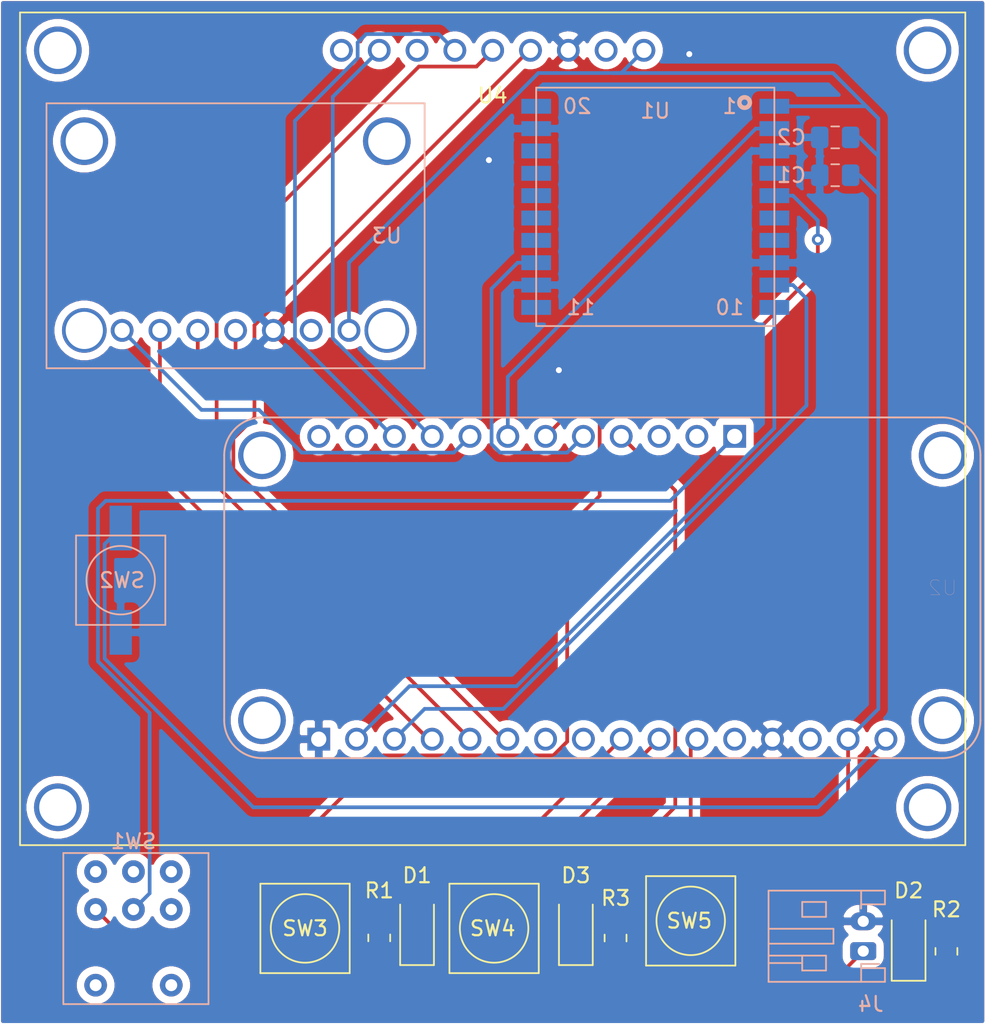
<source format=kicad_pcb>
(kicad_pcb (version 20171130) (host pcbnew 5.1.9+dfsg1-1)

  (general
    (thickness 1.6)
    (drawings 4)
    (tracks 142)
    (zones 0)
    (modules 18)
    (nets 24)
  )

  (page A4)
  (layers
    (0 F.Cu signal)
    (31 B.Cu signal)
    (32 B.Adhes user)
    (33 F.Adhes user)
    (34 B.Paste user)
    (35 F.Paste user)
    (36 B.SilkS user)
    (37 F.SilkS user)
    (38 B.Mask user)
    (39 F.Mask user)
    (40 Dwgs.User user)
    (41 Cmts.User user)
    (42 Eco1.User user)
    (43 Eco2.User user)
    (44 Edge.Cuts user)
    (45 Margin user)
    (46 B.CrtYd user)
    (47 F.CrtYd user)
    (48 B.Fab user hide)
    (49 F.Fab user hide)
  )

  (setup
    (last_trace_width 0.25)
    (trace_clearance 0.2)
    (zone_clearance 0.508)
    (zone_45_only no)
    (trace_min 0.2)
    (via_size 0.8)
    (via_drill 0.4)
    (via_min_size 0.4)
    (via_min_drill 0.3)
    (uvia_size 0.3)
    (uvia_drill 0.1)
    (uvias_allowed no)
    (uvia_min_size 0.2)
    (uvia_min_drill 0.1)
    (edge_width 0.05)
    (segment_width 0.2)
    (pcb_text_width 0.3)
    (pcb_text_size 1.5 1.5)
    (mod_edge_width 0.12)
    (mod_text_size 1 1)
    (mod_text_width 0.15)
    (pad_size 1.524 1.524)
    (pad_drill 0.762)
    (pad_to_mask_clearance 0)
    (aux_axis_origin 0 0)
    (visible_elements FFFFFF7F)
    (pcbplotparams
      (layerselection 0x010fc_ffffffff)
      (usegerberextensions false)
      (usegerberattributes true)
      (usegerberadvancedattributes true)
      (creategerberjobfile true)
      (excludeedgelayer true)
      (linewidth 0.100000)
      (plotframeref false)
      (viasonmask false)
      (mode 1)
      (useauxorigin false)
      (hpglpennumber 1)
      (hpglpenspeed 20)
      (hpglpendiameter 15.000000)
      (psnegative false)
      (psa4output false)
      (plotreference true)
      (plotvalue true)
      (plotinvisibletext false)
      (padsonsilk false)
      (subtractmaskfromsilk false)
      (outputformat 1)
      (mirror false)
      (drillshape 1)
      (scaleselection 1)
      (outputdirectory ""))
  )

  (net 0 "")
  (net 1 GND)
  (net 2 +3V3)
  (net 3 /GPS_FIX_D11)
  (net 4 "Net-(D1-Pad1)")
  (net 5 "Net-(D2-Pad1)")
  (net 6 /RST)
  (net 7 /BTN_A1)
  (net 8 /BTN_A2)
  (net 9 /BTN_A3)
  (net 10 /SCK)
  (net 11 /MOSI)
  (net 12 /MISO)
  (net 13 /RX)
  (net 14 /TX)
  (net 15 /SHARP_CS_D5)
  (net 16 /SHARP_DISP_D6)
  (net 17 /GPS_RST_D10)
  (net 18 /GPS_PPS_D12)
  (net 19 +BATT)
  (net 20 "Net-(J4-Pad1)")
  (net 21 /CPS_CS_D9)
  (net 22 "Net-(D3-Pad2)")
  (net 23 "Net-(D3-Pad1)")

  (net_class Default "This is the default net class."
    (clearance 0.2)
    (trace_width 0.25)
    (via_dia 0.8)
    (via_drill 0.4)
    (uvia_dia 0.3)
    (uvia_drill 0.1)
    (add_net +3V3)
    (add_net +BATT)
    (add_net /BTN_A1)
    (add_net /BTN_A2)
    (add_net /BTN_A3)
    (add_net /CPS_CS_D9)
    (add_net /GPS_FIX_D11)
    (add_net /GPS_PPS_D12)
    (add_net /GPS_RST_D10)
    (add_net /MISO)
    (add_net /MOSI)
    (add_net /RST)
    (add_net /RX)
    (add_net /SCK)
    (add_net /SHARP_CS_D5)
    (add_net /SHARP_DISP_D6)
    (add_net /TX)
    (add_net GND)
    (add_net "Net-(D1-Pad1)")
    (add_net "Net-(D2-Pad1)")
    (add_net "Net-(D3-Pad1)")
    (add_net "Net-(D3-Pad2)")
    (add_net "Net-(J4-Pad1)")
  )

  (module st_pat:LIS3MDL_ADAFRUIT (layer B.Cu) (tedit 602B0C5E) (tstamp 602BD408)
    (at 127.508 56.388 180)
    (path /602B264B)
    (fp_text reference U3 (at -5.08 -11.43 180) (layer B.SilkS)
      (effects (font (size 1 1) (thickness 0.15)) (justify mirror))
    )
    (fp_text value LIS2MDL_ADAFRUIT (at 6.096 -11.176 180) (layer B.Fab)
      (effects (font (size 1 1) (thickness 0.15)) (justify mirror))
    )
    (fp_line (start -7.62 -2.54) (end 17.78 -2.54) (layer B.SilkS) (width 0.12))
    (fp_line (start 17.78 -2.54) (end 17.78 -20.32) (layer B.SilkS) (width 0.12))
    (fp_line (start 17.78 -20.32) (end -7.62 -20.32) (layer B.SilkS) (width 0.12))
    (fp_line (start -7.62 -20.32) (end -7.62 -2.54) (layer B.SilkS) (width 0.12))
    (fp_line (start -7.62 -2.54) (end 17.78 -2.54) (layer B.CrtYd) (width 0.12))
    (fp_line (start 17.78 -2.54) (end 17.78 -20.32) (layer B.CrtYd) (width 0.12))
    (fp_line (start 17.78 -20.32) (end -7.62 -20.32) (layer B.CrtYd) (width 0.12))
    (fp_line (start -7.62 -20.32) (end -7.62 -2.54) (layer B.CrtYd) (width 0.12))
    (pad 7 thru_hole circle (at 12.7 -17.78 180) (size 1.53 1.53) (drill 1.02) (layers *.Cu *.Mask)
      (net 21 /CPS_CS_D9))
    (pad 6 thru_hole circle (at 10.16 -17.78 180) (size 1.53 1.53) (drill 1.02) (layers *.Cu *.Mask)
      (net 12 /MISO))
    (pad 5 thru_hole circle (at 7.62 -17.78 180) (size 1.53 1.53) (drill 1.02) (layers *.Cu *.Mask)
      (net 11 /MOSI))
    (pad 4 thru_hole circle (at 5.08 -17.78 180) (size 1.53 1.53) (drill 1.02) (layers *.Cu *.Mask)
      (net 10 /SCK))
    (pad 3 thru_hole circle (at 2.54 -17.78 180) (size 1.53 1.53) (drill 1.02) (layers *.Cu *.Mask)
      (net 1 GND))
    (pad 2 thru_hole circle (at 0 -17.78 180) (size 1.53 1.53) (drill 1.02) (layers *.Cu *.Mask))
    (pad "" thru_hole circle (at -5.08 -5.08 180) (size 3.2 3.2) (drill 2.5) (layers *.Cu *.Mask))
    (pad "" thru_hole circle (at 15.24 -5.08 180) (size 3.2 3.2) (drill 2.5) (layers *.Cu *.Mask))
    (pad "" thru_hole circle (at 15.24 -17.78 180) (size 3 3) (drill 2.5) (layers *.Cu *.Mask))
    (pad "" thru_hole circle (at -5.08 -17.78 180) (size 3 3) (drill 2.5) (layers *.Cu *.Mask))
    (pad 1 thru_hole circle (at -2.54 -17.78 180) (size 1.53 1.53) (drill 1.02) (layers *.Cu *.Mask)
      (net 2 +3V3))
  )

  (module st_pat:Sharp_Display (layer F.Cu) (tedit 602AE947) (tstamp 602BBF21)
    (at 149.86 55.372)
    (path /602ACB65)
    (fp_text reference U4 (at -10.16 3.04) (layer F.SilkS)
      (effects (font (size 1 1) (thickness 0.15)))
    )
    (fp_text value Sharp_Display (at -10.16 2.04) (layer F.Fab)
      (effects (font (size 1 1) (thickness 0.15)))
    )
    (fp_line (start -41.91 -2.54) (end 21.59 -2.54) (layer F.SilkS) (width 0.12))
    (fp_line (start 21.59 -2.54) (end 21.59 53.34) (layer F.SilkS) (width 0.12))
    (fp_line (start 21.59 53.34) (end -41.91 53.34) (layer F.SilkS) (width 0.12))
    (fp_line (start -41.91 53.34) (end -41.91 -2.54) (layer F.SilkS) (width 0.12))
    (pad 9 thru_hole circle (at -20.32 0) (size 1.53 1.53) (drill 1.02) (layers *.Cu *.Mask))
    (pad 8 thru_hole circle (at -17.78 0) (size 1.53 1.53) (drill 1.02) (layers *.Cu *.Mask)
      (net 16 /SHARP_DISP_D6))
    (pad 7 thru_hole circle (at -15.24 0) (size 1.53 1.53) (drill 1.02) (layers *.Cu *.Mask))
    (pad 6 thru_hole circle (at -12.7 0) (size 1.53 1.53) (drill 1.02) (layers *.Cu *.Mask)
      (net 15 /SHARP_CS_D5))
    (pad 5 thru_hole circle (at -10.16 0) (size 1.53 1.53) (drill 1.02) (layers *.Cu *.Mask)
      (net 11 /MOSI))
    (pad 4 thru_hole circle (at -7.62 0) (size 1.53 1.53) (drill 1.02) (layers *.Cu *.Mask)
      (net 10 /SCK))
    (pad 3 thru_hole circle (at -5.08 0) (size 1.53 1.53) (drill 1.02) (layers *.Cu *.Mask)
      (net 1 GND))
    (pad 2 thru_hole circle (at -2.54 0) (size 1.53 1.53) (drill 1.02) (layers *.Cu *.Mask))
    (pad 1 thru_hole circle (at 0 0) (size 1.53 1.53) (drill 1.02) (layers *.Cu *.Mask)
      (net 2 +3V3))
    (pad "" thru_hole circle (at 19.05 0) (size 3.2 3.2) (drill 2.5) (layers *.Cu *.Mask))
    (pad "" thru_hole circle (at 19.05 50.8) (size 3.2 3.2) (drill 2.5) (layers *.Cu *.Mask))
    (pad "" thru_hole circle (at -39.37 50.8) (size 3.2 3.2) (drill 2.5) (layers *.Cu *.Mask))
    (pad "" thru_hole circle (at -39.37 0) (size 3.2 3.2) (drill 2.5) (layers *.Cu *.Mask))
  )

  (module Resistor_SMD:R_0805_2012Metric_Pad1.20x1.40mm_HandSolder (layer F.Cu) (tedit 5F68FEEE) (tstamp 602B9F9D)
    (at 147.955 114.945 90)
    (descr "Resistor SMD 0805 (2012 Metric), square (rectangular) end terminal, IPC_7351 nominal with elongated pad for handsoldering. (Body size source: IPC-SM-782 page 72, https://www.pcb-3d.com/wordpress/wp-content/uploads/ipc-sm-782a_amendment_1_and_2.pdf), generated with kicad-footprint-generator")
    (tags "resistor handsolder")
    (path /60328426)
    (attr smd)
    (fp_text reference R3 (at 2.677 0.005 180) (layer F.SilkS)
      (effects (font (size 1 1) (thickness 0.15)))
    )
    (fp_text value 100 (at 0.01 0 90) (layer F.Fab)
      (effects (font (size 1 1) (thickness 0.15)))
    )
    (fp_line (start 1.85 0.95) (end -1.85 0.95) (layer F.CrtYd) (width 0.05))
    (fp_line (start 1.85 -0.95) (end 1.85 0.95) (layer F.CrtYd) (width 0.05))
    (fp_line (start -1.85 -0.95) (end 1.85 -0.95) (layer F.CrtYd) (width 0.05))
    (fp_line (start -1.85 0.95) (end -1.85 -0.95) (layer F.CrtYd) (width 0.05))
    (fp_line (start -0.227064 0.735) (end 0.227064 0.735) (layer F.SilkS) (width 0.12))
    (fp_line (start -0.227064 -0.735) (end 0.227064 -0.735) (layer F.SilkS) (width 0.12))
    (fp_line (start 1 0.625) (end -1 0.625) (layer F.Fab) (width 0.1))
    (fp_line (start 1 -0.625) (end 1 0.625) (layer F.Fab) (width 0.1))
    (fp_line (start -1 -0.625) (end 1 -0.625) (layer F.Fab) (width 0.1))
    (fp_line (start -1 0.625) (end -1 -0.625) (layer F.Fab) (width 0.1))
    (fp_text user %R (at 0 0 90) (layer F.Fab)
      (effects (font (size 0.5 0.5) (thickness 0.08)))
    )
    (pad 2 smd roundrect (at 1 0 90) (size 1.2 1.4) (layers F.Cu F.Paste F.Mask) (roundrect_rratio 0.208333)
      (net 1 GND))
    (pad 1 smd roundrect (at -1 0 90) (size 1.2 1.4) (layers F.Cu F.Paste F.Mask) (roundrect_rratio 0.208333)
      (net 23 "Net-(D3-Pad1)"))
    (model ${KISYS3DMOD}/Resistor_SMD.3dshapes/R_0805_2012Metric.wrl
      (at (xyz 0 0 0))
      (scale (xyz 1 1 1))
      (rotate (xyz 0 0 0))
    )
  )

  (module LED_SMD:LED_1206_3216Metric_Pad1.42x1.75mm_HandSolder (layer F.Cu) (tedit 5F68FEF1) (tstamp 602B997C)
    (at 145.288 114.3 90)
    (descr "LED SMD 1206 (3216 Metric), square (rectangular) end terminal, IPC_7351 nominal, (Body size source: http://www.tortai-tech.com/upload/download/2011102023233369053.pdf), generated with kicad-footprint-generator")
    (tags "LED handsolder")
    (path /60327137)
    (attr smd)
    (fp_text reference D3 (at 3.556 0 180) (layer F.SilkS)
      (effects (font (size 1 1) (thickness 0.15)))
    )
    (fp_text value GEN_BLU (at -4.064 1.524 180) (layer F.Fab)
      (effects (font (size 1 1) (thickness 0.15)))
    )
    (fp_line (start 2.45 1.12) (end -2.45 1.12) (layer F.CrtYd) (width 0.05))
    (fp_line (start 2.45 -1.12) (end 2.45 1.12) (layer F.CrtYd) (width 0.05))
    (fp_line (start -2.45 -1.12) (end 2.45 -1.12) (layer F.CrtYd) (width 0.05))
    (fp_line (start -2.45 1.12) (end -2.45 -1.12) (layer F.CrtYd) (width 0.05))
    (fp_line (start -2.46 1.135) (end 1.6 1.135) (layer F.SilkS) (width 0.12))
    (fp_line (start -2.46 -1.135) (end -2.46 1.135) (layer F.SilkS) (width 0.12))
    (fp_line (start 1.6 -1.135) (end -2.46 -1.135) (layer F.SilkS) (width 0.12))
    (fp_line (start 1.6 0.8) (end 1.6 -0.8) (layer F.Fab) (width 0.1))
    (fp_line (start -1.6 0.8) (end 1.6 0.8) (layer F.Fab) (width 0.1))
    (fp_line (start -1.6 -0.4) (end -1.6 0.8) (layer F.Fab) (width 0.1))
    (fp_line (start -1.2 -0.8) (end -1.6 -0.4) (layer F.Fab) (width 0.1))
    (fp_line (start 1.6 -0.8) (end -1.2 -0.8) (layer F.Fab) (width 0.1))
    (fp_text user %R (at 0 0 90) (layer F.Fab)
      (effects (font (size 0.8 0.8) (thickness 0.12)))
    )
    (pad 2 smd roundrect (at 1.4875 0 90) (size 1.425 1.75) (layers F.Cu F.Paste F.Mask) (roundrect_rratio 0.175439)
      (net 22 "Net-(D3-Pad2)"))
    (pad 1 smd roundrect (at -1.4875 0 90) (size 1.425 1.75) (layers F.Cu F.Paste F.Mask) (roundrect_rratio 0.175439)
      (net 23 "Net-(D3-Pad1)"))
    (model ${KISYS3DMOD}/LED_SMD.3dshapes/LED_1206_3216Metric.wrl
      (at (xyz 0 0 0))
      (scale (xyz 1 1 1))
      (rotate (xyz 0 0 0))
    )
  )

  (module st_pat:SW_Rocker_A22K1H-EA (layer B.Cu) (tedit 602AAF59) (tstamp 602B671D)
    (at 118.11 110.49 180)
    (path /602F6777)
    (fp_text reference SW1 (at 2.54 2.032 180) (layer B.SilkS)
      (effects (font (size 1 1) (thickness 0.15)) (justify mirror))
    )
    (fp_text value SW_PWR (at 1.905 -5.715 180) (layer B.Fab)
      (effects (font (size 1 1) (thickness 0.15)) (justify mirror))
    )
    (fp_line (start 7.25 1.25) (end -2.5 1.25) (layer B.SilkS) (width 0.12))
    (fp_line (start -3.25 -8.89) (end -3.25 1.25) (layer B.CrtYd) (width 0.12))
    (fp_line (start 8 -8.89) (end -3.25 -8.89) (layer B.CrtYd) (width 0.12))
    (fp_line (start 8 1.25) (end 8 -8.89) (layer B.CrtYd) (width 0.12))
    (fp_line (start -3.25 1.25) (end 8 1.25) (layer B.CrtYd) (width 0.12))
    (fp_line (start -2.5 -8.89) (end -2.5 1.25) (layer B.SilkS) (width 0.12))
    (fp_line (start 7.25 -8.89) (end -2.5 -8.89) (layer B.SilkS) (width 0.12))
    (fp_line (start 7.25 1.25) (end 7.25 -8.89) (layer B.SilkS) (width 0.12))
    (pad 1 thru_hole circle (at 0 0 180) (size 1.524 1.524) (drill 0.762) (layers *.Cu *.Mask))
    (pad 2 thru_hole circle (at 2.54 0 180) (size 1.524 1.524) (drill 0.762) (layers *.Cu *.Mask))
    (pad 3 thru_hole circle (at 5.08 0 180) (size 1.524 1.524) (drill 0.762) (layers *.Cu *.Mask))
    (pad 4 thru_hole circle (at 0 -2.54 180) (size 1.524 1.524) (drill 0.762) (layers *.Cu *.Mask))
    (pad 5 thru_hole circle (at 2.54 -2.54 180) (size 1.524 1.524) (drill 0.762) (layers *.Cu *.Mask)
      (net 19 +BATT))
    (pad 6 thru_hole circle (at 5.08 -2.54 180) (size 1.524 1.524) (drill 0.762) (layers *.Cu *.Mask)
      (net 20 "Net-(J4-Pad1)"))
    (pad "" thru_hole circle (at 0 -7.62 180) (size 1.524 1.524) (drill 0.8) (layers *.Cu *.Mask))
    (pad "" thru_hole circle (at 5.08 -7.62 180) (size 1.524 1.524) (drill 0.8) (layers *.Cu *.Mask))
  )

  (module FEATHER_M0_BASIC_PROTO:FEATHER_M0_BASIC_PROTO (layer B.Cu) (tedit 602AB284) (tstamp 602BB362)
    (at 147.066 91.44 180)
    (path /602C87A2)
    (fp_text reference U2 (at -22.86 0 180) (layer B.SilkS)
      (effects (font (size 1 1) (thickness 0.015)) (justify mirror))
    )
    (fp_text value FEATHER_M0_BASIC_PROTO (at -7.366 0 180) (layer B.Fab)
      (effects (font (size 1 1) (thickness 0.015)) (justify mirror))
    )
    (fp_line (start 22.86 11.68) (end -22.86 11.68) (layer B.CrtYd) (width 0.05))
    (fp_line (start 25.65 -8.89) (end 25.65 8.89) (layer B.CrtYd) (width 0.05))
    (fp_line (start -22.86 -11.68) (end 22.86 -11.68) (layer B.CrtYd) (width 0.05))
    (fp_line (start -25.65 8.89) (end -25.65 -8.89) (layer B.CrtYd) (width 0.05))
    (fp_line (start 22.86 -11.43) (end -22.86 -11.43) (layer B.Fab) (width 0.127))
    (fp_line (start 25.4 8.89) (end 25.4 -8.89) (layer B.Fab) (width 0.127))
    (fp_line (start -22.86 11.43) (end 22.86 11.43) (layer B.Fab) (width 0.127))
    (fp_line (start -25.4 -8.89) (end -25.4 8.89) (layer B.Fab) (width 0.127))
    (fp_line (start 22.86 -11.43) (end -22.86 -11.43) (layer B.SilkS) (width 0.127))
    (fp_line (start 25.4 8.89) (end 25.4 -8.89) (layer B.SilkS) (width 0.127))
    (fp_line (start -22.86 11.43) (end 22.86 11.43) (layer B.SilkS) (width 0.127))
    (fp_line (start -25.4 -8.89) (end -25.4 8.89) (layer B.SilkS) (width 0.127))
    (fp_arc (start 22.86 8.89) (end 22.86 11.68) (angle -90) (layer B.CrtYd) (width 0.05))
    (fp_arc (start 22.86 -8.89) (end 25.65 -8.89) (angle -90) (layer B.CrtYd) (width 0.05))
    (fp_arc (start -22.86 -8.89) (end -22.86 -11.68) (angle -90) (layer B.CrtYd) (width 0.05))
    (fp_arc (start -22.86 8.89) (end -25.65 8.89) (angle -90) (layer B.CrtYd) (width 0.05))
    (fp_arc (start 22.86 -8.89) (end 22.86 -11.43) (angle 90) (layer B.Fab) (width 0.127))
    (fp_arc (start 22.86 8.89) (end 25.4 8.89) (angle 90) (layer B.Fab) (width 0.127))
    (fp_arc (start -22.86 8.89) (end -22.86 11.43) (angle 90) (layer B.Fab) (width 0.127))
    (fp_arc (start -22.86 -8.89) (end -25.4 -8.89) (angle 90) (layer B.Fab) (width 0.127))
    (fp_arc (start 22.86 -8.89) (end 22.86 -11.43) (angle 90) (layer B.SilkS) (width 0.127))
    (fp_arc (start 22.86 8.89) (end 25.4 8.89) (angle 90) (layer B.SilkS) (width 0.127))
    (fp_arc (start -22.86 8.89) (end -22.86 11.43) (angle 90) (layer B.SilkS) (width 0.127))
    (fp_arc (start -22.86 -8.89) (end -25.4 -8.89) (angle 90) (layer B.SilkS) (width 0.127))
    (pad P$4 thru_hole circle (at 22.86 8.89 180) (size 3.2 3.2) (drill 2.5) (layers *.Cu *.Mask))
    (pad P$3 thru_hole circle (at 22.86 -8.89 180) (size 3.2 3.2) (drill 2.5) (layers *.Cu *.Mask))
    (pad P1_16 thru_hole circle (at -19.05 -10.16 180) (size 1.53 1.53) (drill 1.02) (layers *.Cu *.Mask)
      (net 6 /RST))
    (pad P1_15 thru_hole circle (at -16.51 -10.16 180) (size 1.53 1.53) (drill 1.02) (layers *.Cu *.Mask)
      (net 2 +3V3))
    (pad P1_14 thru_hole circle (at -13.97 -10.16 180) (size 1.53 1.53) (drill 1.02) (layers *.Cu *.Mask))
    (pad P1_13 thru_hole circle (at -11.43 -10.16 180) (size 1.53 1.53) (drill 1.02) (layers *.Cu *.Mask)
      (net 1 GND))
    (pad P1_12 thru_hole circle (at -8.89 -10.16 180) (size 1.53 1.53) (drill 1.02) (layers *.Cu *.Mask))
    (pad P1_11 thru_hole circle (at -6.35 -10.16 180) (size 1.53 1.53) (drill 1.02) (layers *.Cu *.Mask)
      (net 7 /BTN_A1))
    (pad P1_10 thru_hole circle (at -3.81 -10.16 180) (size 1.53 1.53) (drill 1.02) (layers *.Cu *.Mask)
      (net 8 /BTN_A2))
    (pad P1_9 thru_hole circle (at -1.27 -10.16 180) (size 1.53 1.53) (drill 1.02) (layers *.Cu *.Mask)
      (net 9 /BTN_A3))
    (pad P1_8 thru_hole circle (at 1.27 -10.16 180) (size 1.53 1.53) (drill 1.02) (layers *.Cu *.Mask))
    (pad P1_7 thru_hole circle (at 3.81 -10.16 180) (size 1.53 1.53) (drill 1.02) (layers *.Cu *.Mask))
    (pad P1_6 thru_hole circle (at 6.35 -10.16 180) (size 1.53 1.53) (drill 1.02) (layers *.Cu *.Mask)
      (net 10 /SCK))
    (pad P1_5 thru_hole circle (at 8.89 -10.16 180) (size 1.53 1.53) (drill 1.02) (layers *.Cu *.Mask)
      (net 11 /MOSI))
    (pad P1_4 thru_hole circle (at 11.43 -10.16 180) (size 1.53 1.53) (drill 1.02) (layers *.Cu *.Mask)
      (net 12 /MISO))
    (pad P1_3 thru_hole circle (at 13.97 -10.16 180) (size 1.53 1.53) (drill 1.02) (layers *.Cu *.Mask)
      (net 13 /RX))
    (pad P1_2 thru_hole circle (at 16.51 -10.16 180) (size 1.53 1.53) (drill 1.02) (layers *.Cu *.Mask)
      (net 14 /TX))
    (pad P2_12 thru_hole circle (at 19.05 10.16 180) (size 1.53 1.53) (drill 1.02) (layers *.Cu *.Mask))
    (pad P2_11 thru_hole circle (at 16.51 10.16 180) (size 1.53 1.53) (drill 1.02) (layers *.Cu *.Mask))
    (pad P2_10 thru_hole circle (at 13.97 10.16 180) (size 1.53 1.53) (drill 1.02) (layers *.Cu *.Mask)
      (net 15 /SHARP_CS_D5))
    (pad P2_9 thru_hole circle (at 11.43 10.16 180) (size 1.53 1.53) (drill 1.02) (layers *.Cu *.Mask)
      (net 16 /SHARP_DISP_D6))
    (pad P2_8 thru_hole circle (at 8.89 10.16 180) (size 1.53 1.53) (drill 1.02) (layers *.Cu *.Mask)
      (net 21 /CPS_CS_D9))
    (pad P2_7 thru_hole circle (at 6.35 10.16 180) (size 1.53 1.53) (drill 1.02) (layers *.Cu *.Mask)
      (net 17 /GPS_RST_D10))
    (pad P2_6 thru_hole circle (at 3.81 10.16 180) (size 1.53 1.53) (drill 1.02) (layers *.Cu *.Mask)
      (net 3 /GPS_FIX_D11))
    (pad P2_5 thru_hole circle (at 1.27 10.16 180) (size 1.53 1.53) (drill 1.02) (layers *.Cu *.Mask)
      (net 18 /GPS_PPS_D12))
    (pad P2_4 thru_hole circle (at -1.27 10.16 180) (size 1.53 1.53) (drill 1.02) (layers *.Cu *.Mask)
      (net 22 "Net-(D3-Pad2)"))
    (pad P2_3 thru_hole circle (at -3.81 10.16 180) (size 1.53 1.53) (drill 1.02) (layers *.Cu *.Mask))
    (pad P2_2 thru_hole circle (at -6.35 10.16 180) (size 1.53 1.53) (drill 1.02) (layers *.Cu *.Mask))
    (pad P$2 thru_hole circle (at -22.86 -8.89 180) (size 3.2 3.2) (drill 2.5) (layers *.Cu *.Mask))
    (pad P$1 thru_hole circle (at -22.86 8.89 180) (size 3.2 3.2) (drill 2.5) (layers *.Cu *.Mask))
    (pad P2_1 thru_hole rect (at -8.89 10.16 180) (size 1.53 1.53) (drill 1.02) (layers *.Cu *.Mask)
      (net 19 +BATT))
    (pad P1_1 thru_hole rect (at 19.05 -10.16 180) (size 1.53 1.53) (drill 1.02) (layers *.Cu *.Mask)
      (net 1 GND))
  )

  (module st_pat:FGPMMOPA6H (layer B.Cu) (tedit 602991B3) (tstamp 602BB2DF)
    (at 150.622 55.626 180)
    (path /600D122C)
    (fp_text reference U1 (at 0 -3.81 180) (layer B.SilkS)
      (effects (font (size 1 1) (thickness 0.15)) (justify mirror))
    )
    (fp_text value FGPMMOPA6H (at 0 -15.875 180) (layer B.Fab)
      (effects (font (size 1 1) (thickness 0.15)) (justify mirror))
    )
    (fp_line (start -8 -18.25) (end -8 -2.25) (layer B.SilkS) (width 0.12))
    (fp_line (start 8 -18.25) (end -8 -18.25) (layer B.SilkS) (width 0.12))
    (fp_line (start 8 -2.25) (end 8 -18.25) (layer B.SilkS) (width 0.12))
    (fp_line (start -8 -2.25) (end 8 -2.25) (layer B.SilkS) (width 0.12))
    (fp_line (start -9.5 -1.5) (end 9.5 -1.5) (layer B.CrtYd) (width 0.12))
    (fp_line (start 9.5 -1.5) (end 9.5 -19) (layer B.CrtYd) (width 0.12))
    (fp_line (start 9.5 -19) (end -9.5 -19) (layer B.CrtYd) (width 0.12))
    (fp_line (start -9.5 -19) (end -9.5 -1.5) (layer B.CrtYd) (width 0.12))
    (fp_circle (center -6 -3.25) (end -5.646447 -3.25) (layer B.SilkS) (width 0.3))
    (fp_text user 20 (at 5.25 -3.5 180) (layer B.SilkS)
      (effects (font (size 1 1) (thickness 0.15)) (justify mirror))
    )
    (fp_text user 11 (at 5 -17 180) (layer B.SilkS)
      (effects (font (size 1 1) (thickness 0.15)) (justify mirror))
    )
    (fp_text user 10 (at -5 -17 180) (layer B.SilkS)
      (effects (font (size 1 1) (thickness 0.15)) (justify mirror))
    )
    (fp_text user 1 (at -5 -3.5 180) (layer B.SilkS)
      (effects (font (size 1 1) (thickness 0.15)) (justify mirror))
    )
    (pad 20 smd rect (at 8 -3.5 180) (size 2 1) (layers B.Cu B.Paste B.Mask))
    (pad 12 smd rect (at 8 -15.5 180) (size 2 1) (layers B.Cu B.Paste B.Mask)
      (net 1 GND))
    (pad 19 smd rect (at 8 -5 180) (size 2 1) (layers B.Cu B.Paste B.Mask)
      (net 1 GND))
    (pad 13 smd rect (at 8 -14 180) (size 2 1) (layers B.Cu B.Paste B.Mask)
      (net 18 /GPS_PPS_D12))
    (pad 15 smd rect (at 8 -11 180) (size 2 1) (layers B.Cu B.Paste B.Mask))
    (pad 17 smd rect (at 8 -8 180) (size 2 1) (layers B.Cu B.Paste B.Mask))
    (pad 14 smd rect (at 8 -12.5 180) (size 2 1) (layers B.Cu B.Paste B.Mask))
    (pad 11 smd rect (at 8 -17 180) (size 2 1) (layers B.Cu B.Paste B.Mask))
    (pad 18 smd rect (at 8 -6.5 180) (size 2 1) (layers B.Cu B.Paste B.Mask))
    (pad 16 smd rect (at 8 -9.5 180) (size 2 1) (layers B.Cu B.Paste B.Mask))
    (pad 10 smd rect (at -8 -17 180) (size 2 1) (layers B.Cu B.Paste B.Mask)
      (net 14 /TX))
    (pad 9 smd rect (at -8 -15.5 180) (size 2 1) (layers B.Cu B.Paste B.Mask)
      (net 13 /RX))
    (pad 8 smd rect (at -8 -14 180) (size 2 1) (layers B.Cu B.Paste B.Mask)
      (net 1 GND))
    (pad 7 smd rect (at -8 -12.5 180) (size 2 1) (layers B.Cu B.Paste B.Mask))
    (pad 6 smd rect (at -8 -11 180) (size 2 1) (layers B.Cu B.Paste B.Mask))
    (pad 5 smd rect (at -8 -9.5 180) (size 2 1) (layers B.Cu B.Paste B.Mask)
      (net 3 /GPS_FIX_D11))
    (pad 4 smd rect (at -8 -8 180) (size 2 1) (layers B.Cu B.Paste B.Mask))
    (pad 3 smd rect (at -8 -6.5 180) (size 2 1) (layers B.Cu B.Paste B.Mask)
      (net 1 GND))
    (pad 2 smd rect (at -8 -5 180) (size 2 1) (layers B.Cu B.Paste B.Mask)
      (net 17 /GPS_RST_D10))
    (pad 1 smd rect (at -8 -3.5 180) (size 2 1) (layers B.Cu B.Paste B.Mask)
      (net 2 +3V3))
  )

  (module st_pat:SW_Mini_Soft (layer F.Cu) (tedit 6029A8D1) (tstamp 602A0C83)
    (at 152.908 113.792 270)
    (path /602593BA)
    (fp_text reference SW5 (at 0 0) (layer F.SilkS)
      (effects (font (size 1 1) (thickness 0.15)))
    )
    (fp_text value BTN (at 0 0) (layer F.Fab)
      (effects (font (size 1 1) (thickness 0.15)))
    )
    (fp_line (start -3 -3.096) (end 3 -3.096) (layer F.SilkS) (width 0.12))
    (fp_line (start 3 -3.096) (end 3 2.904) (layer F.SilkS) (width 0.12))
    (fp_line (start 3 2.904) (end -3 2.904) (layer F.SilkS) (width 0.12))
    (fp_line (start -3 2.904) (end -3 -3.096) (layer F.SilkS) (width 0.12))
    (fp_circle (center 0 -0.096) (end 2.3 -0.096) (layer F.SilkS) (width 0.12))
    (fp_line (start -2.9901 2.9083) (end -2.9901 -3.0917) (layer F.Fab) (width 0.12))
    (fp_line (start 3.0099 2.9083) (end -2.9901 2.9083) (layer F.Fab) (width 0.12))
    (fp_line (start 3.0099 -3.0917) (end 3.0099 2.9083) (layer F.Fab) (width 0.12))
    (fp_line (start -2.9901 -3.0917) (end 3.0099 -3.0917) (layer F.Fab) (width 0.12))
    (fp_circle (center 0.0099 -0.0917) (end 2.3099 -0.0917) (layer F.Fab) (width 0.12))
    (pad 1 smd rect (at -3.5 -0.096 270) (size 3 1.5) (layers F.Cu F.Paste F.Mask)
      (net 7 /BTN_A1))
    (pad 2 smd rect (at 3.5 -0.096 270) (size 3 1.5) (layers F.Cu F.Paste F.Mask)
      (net 1 GND))
  )

  (module st_pat:SW_Mini_Soft (layer F.Cu) (tedit 6029A8D1) (tstamp 602A1AE4)
    (at 139.7 114.3 270)
    (path /60258B51)
    (fp_text reference SW4 (at 0 0) (layer F.SilkS)
      (effects (font (size 1 1) (thickness 0.15)))
    )
    (fp_text value BTN (at 0.0099 -0.0917) (layer F.Fab)
      (effects (font (size 1 1) (thickness 0.15)))
    )
    (fp_line (start -3 -3.096) (end 3 -3.096) (layer F.SilkS) (width 0.12))
    (fp_line (start 3 -3.096) (end 3 2.904) (layer F.SilkS) (width 0.12))
    (fp_line (start 3 2.904) (end -3 2.904) (layer F.SilkS) (width 0.12))
    (fp_line (start -3 2.904) (end -3 -3.096) (layer F.SilkS) (width 0.12))
    (fp_circle (center 0 -0.096) (end 2.3 -0.096) (layer F.SilkS) (width 0.12))
    (fp_line (start -2.9901 2.9083) (end -2.9901 -3.0917) (layer F.Fab) (width 0.12))
    (fp_line (start 3.0099 2.9083) (end -2.9901 2.9083) (layer F.Fab) (width 0.12))
    (fp_line (start 3.0099 -3.0917) (end 3.0099 2.9083) (layer F.Fab) (width 0.12))
    (fp_line (start -2.9901 -3.0917) (end 3.0099 -3.0917) (layer F.Fab) (width 0.12))
    (fp_circle (center 0.0099 -0.0917) (end 2.3099 -0.0917) (layer F.Fab) (width 0.12))
    (pad 1 smd rect (at -3.5 -0.096 270) (size 3 1.5) (layers F.Cu F.Paste F.Mask)
      (net 8 /BTN_A2))
    (pad 2 smd rect (at 3.5 -0.096 270) (size 3 1.5) (layers F.Cu F.Paste F.Mask)
      (net 1 GND))
  )

  (module st_pat:SW_Mini_Soft (layer F.Cu) (tedit 6029A8D1) (tstamp 602BD860)
    (at 127 114.3 270)
    (path /6025805E)
    (fp_text reference SW3 (at 0 -0.096) (layer F.SilkS)
      (effects (font (size 1 1) (thickness 0.15)))
    )
    (fp_text value BTN (at 0.0099 -0.0917) (layer F.Fab)
      (effects (font (size 1 1) (thickness 0.15)))
    )
    (fp_line (start -3 -3.096) (end 3 -3.096) (layer F.SilkS) (width 0.12))
    (fp_line (start 3 -3.096) (end 3 2.904) (layer F.SilkS) (width 0.12))
    (fp_line (start 3 2.904) (end -3 2.904) (layer F.SilkS) (width 0.12))
    (fp_line (start -3 2.904) (end -3 -3.096) (layer F.SilkS) (width 0.12))
    (fp_circle (center 0 -0.096) (end 2.3 -0.096) (layer F.SilkS) (width 0.12))
    (fp_line (start -2.9901 2.9083) (end -2.9901 -3.0917) (layer F.Fab) (width 0.12))
    (fp_line (start 3.0099 2.9083) (end -2.9901 2.9083) (layer F.Fab) (width 0.12))
    (fp_line (start 3.0099 -3.0917) (end 3.0099 2.9083) (layer F.Fab) (width 0.12))
    (fp_line (start -2.9901 -3.0917) (end 3.0099 -3.0917) (layer F.Fab) (width 0.12))
    (fp_circle (center 0.0099 -0.0917) (end 2.3099 -0.0917) (layer F.Fab) (width 0.12))
    (pad 1 smd rect (at -3.5 -0.096 270) (size 3 1.5) (layers F.Cu F.Paste F.Mask)
      (net 9 /BTN_A3))
    (pad 2 smd rect (at 3.5 -0.096 270) (size 3 1.5) (layers F.Cu F.Paste F.Mask)
      (net 1 GND))
  )

  (module st_pat:SW_Mini_Soft (layer B.Cu) (tedit 6029A8D1) (tstamp 602BB52C)
    (at 114.808 90.932 270)
    (path /6025657F)
    (fp_text reference SW2 (at 0 0) (layer B.SilkS)
      (effects (font (size 1 1) (thickness 0.15)) (justify mirror))
    )
    (fp_text value BTN_RST (at 6.604 0.508) (layer B.Fab)
      (effects (font (size 1 1) (thickness 0.15)) (justify mirror))
    )
    (fp_line (start -3 3.096) (end 3 3.096) (layer B.SilkS) (width 0.12))
    (fp_line (start 3 3.096) (end 3 -2.904) (layer B.SilkS) (width 0.12))
    (fp_line (start 3 -2.904) (end -3 -2.904) (layer B.SilkS) (width 0.12))
    (fp_line (start -3 -2.904) (end -3 3.096) (layer B.SilkS) (width 0.12))
    (fp_circle (center 0 0.096) (end 2.3 0.096) (layer B.SilkS) (width 0.12))
    (fp_line (start -2.9901 -2.9083) (end -2.9901 3.0917) (layer B.Fab) (width 0.12))
    (fp_line (start 3.0099 -2.9083) (end -2.9901 -2.9083) (layer B.Fab) (width 0.12))
    (fp_line (start 3.0099 3.0917) (end 3.0099 -2.9083) (layer B.Fab) (width 0.12))
    (fp_line (start -2.9901 3.0917) (end 3.0099 3.0917) (layer B.Fab) (width 0.12))
    (fp_circle (center 0.0099 0.0917) (end 2.3099 0.0917) (layer B.Fab) (width 0.12))
    (pad 1 smd rect (at -3.5 0.096 270) (size 3 1.5) (layers B.Cu B.Paste B.Mask)
      (net 6 /RST))
    (pad 2 smd rect (at 3.5 0.096 270) (size 3 1.5) (layers B.Cu B.Paste B.Mask)
      (net 1 GND))
  )

  (module Resistor_SMD:R_0805_2012Metric_Pad1.20x1.40mm_HandSolder (layer F.Cu) (tedit 5F68FEEE) (tstamp 602B8DB5)
    (at 170.18 115.84 90)
    (descr "Resistor SMD 0805 (2012 Metric), square (rectangular) end terminal, IPC_7351 nominal with elongated pad for handsoldering. (Body size source: IPC-SM-782 page 72, https://www.pcb-3d.com/wordpress/wp-content/uploads/ipc-sm-782a_amendment_1_and_2.pdf), generated with kicad-footprint-generator")
    (tags "resistor handsolder")
    (path /6021D72C)
    (attr smd)
    (fp_text reference R2 (at 2.81 0 180) (layer F.SilkS)
      (effects (font (size 1 1) (thickness 0.15)))
    )
    (fp_text value 160 (at 0.27 0 90) (layer F.Fab)
      (effects (font (size 1 1) (thickness 0.15)))
    )
    (fp_line (start -1 0.625) (end -1 -0.625) (layer F.Fab) (width 0.1))
    (fp_line (start -1 -0.625) (end 1 -0.625) (layer F.Fab) (width 0.1))
    (fp_line (start 1 -0.625) (end 1 0.625) (layer F.Fab) (width 0.1))
    (fp_line (start 1 0.625) (end -1 0.625) (layer F.Fab) (width 0.1))
    (fp_line (start -0.227064 -0.735) (end 0.227064 -0.735) (layer F.SilkS) (width 0.12))
    (fp_line (start -0.227064 0.735) (end 0.227064 0.735) (layer F.SilkS) (width 0.12))
    (fp_line (start -1.85 0.95) (end -1.85 -0.95) (layer F.CrtYd) (width 0.05))
    (fp_line (start -1.85 -0.95) (end 1.85 -0.95) (layer F.CrtYd) (width 0.05))
    (fp_line (start 1.85 -0.95) (end 1.85 0.95) (layer F.CrtYd) (width 0.05))
    (fp_line (start 1.85 0.95) (end -1.85 0.95) (layer F.CrtYd) (width 0.05))
    (fp_text user %R (at -0.27 0 90) (layer F.Fab)
      (effects (font (size 0.5 0.5) (thickness 0.08)))
    )
    (pad 2 smd roundrect (at 1 0 90) (size 1.2 1.4) (layers F.Cu F.Paste F.Mask) (roundrect_rratio 0.208333)
      (net 1 GND))
    (pad 1 smd roundrect (at -1 0 90) (size 1.2 1.4) (layers F.Cu F.Paste F.Mask) (roundrect_rratio 0.208333)
      (net 5 "Net-(D2-Pad1)"))
    (model ${KISYS3DMOD}/Resistor_SMD.3dshapes/R_0805_2012Metric.wrl
      (at (xyz 0 0 0))
      (scale (xyz 1 1 1))
      (rotate (xyz 0 0 0))
    )
  )

  (module Resistor_SMD:R_0805_2012Metric_Pad1.20x1.40mm_HandSolder (layer F.Cu) (tedit 5F68FEEE) (tstamp 602B8333)
    (at 132.08 114.935 90)
    (descr "Resistor SMD 0805 (2012 Metric), square (rectangular) end terminal, IPC_7351 nominal with elongated pad for handsoldering. (Body size source: IPC-SM-782 page 72, https://www.pcb-3d.com/wordpress/wp-content/uploads/ipc-sm-782a_amendment_1_and_2.pdf), generated with kicad-footprint-generator")
    (tags "resistor handsolder")
    (path /60234526)
    (attr smd)
    (fp_text reference R1 (at 3.175 0 180) (layer F.SilkS)
      (effects (font (size 1 1) (thickness 0.15)))
    )
    (fp_text value 100 (at -0.27 0 90) (layer F.Fab)
      (effects (font (size 1 1) (thickness 0.15)))
    )
    (fp_line (start -1 0.625) (end -1 -0.625) (layer F.Fab) (width 0.1))
    (fp_line (start -1 -0.625) (end 1 -0.625) (layer F.Fab) (width 0.1))
    (fp_line (start 1 -0.625) (end 1 0.625) (layer F.Fab) (width 0.1))
    (fp_line (start 1 0.625) (end -1 0.625) (layer F.Fab) (width 0.1))
    (fp_line (start -0.227064 -0.735) (end 0.227064 -0.735) (layer F.SilkS) (width 0.12))
    (fp_line (start -0.227064 0.735) (end 0.227064 0.735) (layer F.SilkS) (width 0.12))
    (fp_line (start -1.85 0.95) (end -1.85 -0.95) (layer F.CrtYd) (width 0.05))
    (fp_line (start -1.85 -0.95) (end 1.85 -0.95) (layer F.CrtYd) (width 0.05))
    (fp_line (start 1.85 -0.95) (end 1.85 0.95) (layer F.CrtYd) (width 0.05))
    (fp_line (start 1.85 0.95) (end -1.85 0.95) (layer F.CrtYd) (width 0.05))
    (fp_text user %R (at 0 0 90) (layer F.Fab)
      (effects (font (size 0.5 0.5) (thickness 0.08)))
    )
    (pad 2 smd roundrect (at 1 0 90) (size 1.2 1.4) (layers F.Cu F.Paste F.Mask) (roundrect_rratio 0.208333)
      (net 1 GND))
    (pad 1 smd roundrect (at -1 0 90) (size 1.2 1.4) (layers F.Cu F.Paste F.Mask) (roundrect_rratio 0.208333)
      (net 4 "Net-(D1-Pad1)"))
    (model ${KISYS3DMOD}/Resistor_SMD.3dshapes/R_0805_2012Metric.wrl
      (at (xyz 0 0 0))
      (scale (xyz 1 1 1))
      (rotate (xyz 0 0 0))
    )
  )

  (module LED_SMD:LED_1206_3216Metric_Pad1.42x1.75mm_HandSolder (layer F.Cu) (tedit 5F68FEF1) (tstamp 602B8DE7)
    (at 167.64 115.3525 90)
    (descr "LED SMD 1206 (3216 Metric), square (rectangular) end terminal, IPC_7351 nominal, (Body size source: http://www.tortai-tech.com/upload/download/2011102023233369053.pdf), generated with kicad-footprint-generator")
    (tags "LED handsolder")
    (path /6021AE05)
    (attr smd)
    (fp_text reference D2 (at 3.5925 0 180) (layer F.SilkS)
      (effects (font (size 1 1) (thickness 0.15)))
    )
    (fp_text value PWR_RED (at -4.0275 0.508 180) (layer F.Fab)
      (effects (font (size 1 1) (thickness 0.15)))
    )
    (fp_line (start 1.6 -0.8) (end -1.2 -0.8) (layer F.Fab) (width 0.1))
    (fp_line (start -1.2 -0.8) (end -1.6 -0.4) (layer F.Fab) (width 0.1))
    (fp_line (start -1.6 -0.4) (end -1.6 0.8) (layer F.Fab) (width 0.1))
    (fp_line (start -1.6 0.8) (end 1.6 0.8) (layer F.Fab) (width 0.1))
    (fp_line (start 1.6 0.8) (end 1.6 -0.8) (layer F.Fab) (width 0.1))
    (fp_line (start 1.6 -1.135) (end -2.46 -1.135) (layer F.SilkS) (width 0.12))
    (fp_line (start -2.46 -1.135) (end -2.46 1.135) (layer F.SilkS) (width 0.12))
    (fp_line (start -2.46 1.135) (end 1.6 1.135) (layer F.SilkS) (width 0.12))
    (fp_line (start -2.45 1.12) (end -2.45 -1.12) (layer F.CrtYd) (width 0.05))
    (fp_line (start -2.45 -1.12) (end 2.45 -1.12) (layer F.CrtYd) (width 0.05))
    (fp_line (start 2.45 -1.12) (end 2.45 1.12) (layer F.CrtYd) (width 0.05))
    (fp_line (start 2.45 1.12) (end -2.45 1.12) (layer F.CrtYd) (width 0.05))
    (fp_text user %R (at 0 0 90) (layer F.Fab)
      (effects (font (size 0.8 0.8) (thickness 0.12)))
    )
    (pad 2 smd roundrect (at 1.4875 0 90) (size 1.425 1.75) (layers F.Cu F.Paste F.Mask) (roundrect_rratio 0.175439)
      (net 2 +3V3))
    (pad 1 smd roundrect (at -1.4875 0 90) (size 1.425 1.75) (layers F.Cu F.Paste F.Mask) (roundrect_rratio 0.175439)
      (net 5 "Net-(D2-Pad1)"))
    (model ${KISYS3DMOD}/LED_SMD.3dshapes/LED_1206_3216Metric.wrl
      (at (xyz 0 0 0))
      (scale (xyz 1 1 1))
      (rotate (xyz 0 0 0))
    )
  )

  (module LED_SMD:LED_1206_3216Metric_Pad1.42x1.75mm_HandSolder (layer F.Cu) (tedit 5F68FEF1) (tstamp 602B7038)
    (at 134.62 114.3 90)
    (descr "LED SMD 1206 (3216 Metric), square (rectangular) end terminal, IPC_7351 nominal, (Body size source: http://www.tortai-tech.com/upload/download/2011102023233369053.pdf), generated with kicad-footprint-generator")
    (tags "LED handsolder")
    (path /60235515)
    (attr smd)
    (fp_text reference D1 (at 3.556 0 180) (layer F.SilkS)
      (effects (font (size 1 1) (thickness 0.15)))
    )
    (fp_text value FIX_BLU (at -4.064 -1.524 180) (layer F.Fab)
      (effects (font (size 1 1) (thickness 0.15)))
    )
    (fp_line (start 1.6 -0.8) (end -1.2 -0.8) (layer F.Fab) (width 0.1))
    (fp_line (start -1.2 -0.8) (end -1.6 -0.4) (layer F.Fab) (width 0.1))
    (fp_line (start -1.6 -0.4) (end -1.6 0.8) (layer F.Fab) (width 0.1))
    (fp_line (start -1.6 0.8) (end 1.6 0.8) (layer F.Fab) (width 0.1))
    (fp_line (start 1.6 0.8) (end 1.6 -0.8) (layer F.Fab) (width 0.1))
    (fp_line (start 1.6 -1.135) (end -2.46 -1.135) (layer F.SilkS) (width 0.12))
    (fp_line (start -2.46 -1.135) (end -2.46 1.135) (layer F.SilkS) (width 0.12))
    (fp_line (start -2.46 1.135) (end 1.6 1.135) (layer F.SilkS) (width 0.12))
    (fp_line (start -2.45 1.12) (end -2.45 -1.12) (layer F.CrtYd) (width 0.05))
    (fp_line (start -2.45 -1.12) (end 2.45 -1.12) (layer F.CrtYd) (width 0.05))
    (fp_line (start 2.45 -1.12) (end 2.45 1.12) (layer F.CrtYd) (width 0.05))
    (fp_line (start 2.45 1.12) (end -2.45 1.12) (layer F.CrtYd) (width 0.05))
    (fp_text user %R (at 0 0 90) (layer F.Fab)
      (effects (font (size 0.8 0.8) (thickness 0.12)))
    )
    (pad 2 smd roundrect (at 1.4875 0 90) (size 1.425 1.75) (layers F.Cu F.Paste F.Mask) (roundrect_rratio 0.175439)
      (net 3 /GPS_FIX_D11))
    (pad 1 smd roundrect (at -1.4875 0 90) (size 1.425 1.75) (layers F.Cu F.Paste F.Mask) (roundrect_rratio 0.175439)
      (net 4 "Net-(D1-Pad1)"))
    (model ${KISYS3DMOD}/LED_SMD.3dshapes/LED_1206_3216Metric.wrl
      (at (xyz 0 0 0))
      (scale (xyz 1 1 1))
      (rotate (xyz 0 0 0))
    )
  )

  (module Capacitor_SMD:C_0805_2012Metric_Pad1.18x1.45mm_HandSolder (layer B.Cu) (tedit 5F68FEEF) (tstamp 602BB4FD)
    (at 162.7085 61.214 180)
    (descr "Capacitor SMD 0805 (2012 Metric), square (rectangular) end terminal, IPC_7351 nominal with elongated pad for handsoldering. (Body size source: IPC-SM-782 page 76, https://www.pcb-3d.com/wordpress/wp-content/uploads/ipc-sm-782a_amendment_1_and_2.pdf, https://docs.google.com/spreadsheets/d/1BsfQQcO9C6DZCsRaXUlFlo91Tg2WpOkGARC1WS5S8t0/edit?usp=sharing), generated with kicad-footprint-generator")
    (tags "capacitor handsolder")
    (path /601E34E0)
    (attr smd)
    (fp_text reference C2 (at 2.9425 0 180) (layer B.SilkS)
      (effects (font (size 1 1) (thickness 0.15)) (justify mirror))
    )
    (fp_text value 0.01uF (at -0.8675 -0.254 180) (layer B.Fab)
      (effects (font (size 1 1) (thickness 0.15)) (justify mirror))
    )
    (fp_line (start -1 -0.625) (end -1 0.625) (layer B.Fab) (width 0.1))
    (fp_line (start -1 0.625) (end 1 0.625) (layer B.Fab) (width 0.1))
    (fp_line (start 1 0.625) (end 1 -0.625) (layer B.Fab) (width 0.1))
    (fp_line (start 1 -0.625) (end -1 -0.625) (layer B.Fab) (width 0.1))
    (fp_line (start -0.261252 0.735) (end 0.261252 0.735) (layer B.SilkS) (width 0.12))
    (fp_line (start -0.261252 -0.735) (end 0.261252 -0.735) (layer B.SilkS) (width 0.12))
    (fp_line (start -1.88 -0.98) (end -1.88 0.98) (layer B.CrtYd) (width 0.05))
    (fp_line (start -1.88 0.98) (end 1.88 0.98) (layer B.CrtYd) (width 0.05))
    (fp_line (start 1.88 0.98) (end 1.88 -0.98) (layer B.CrtYd) (width 0.05))
    (fp_line (start 1.88 -0.98) (end -1.88 -0.98) (layer B.CrtYd) (width 0.05))
    (fp_text user %R (at 0 0 90) (layer B.Fab)
      (effects (font (size 0.5 0.5) (thickness 0.08)) (justify mirror))
    )
    (pad 2 smd roundrect (at 1.0375 0 180) (size 1.175 1.45) (layers B.Cu B.Paste B.Mask) (roundrect_rratio 0.212766)
      (net 1 GND))
    (pad 1 smd roundrect (at -1.0375 0 180) (size 1.175 1.45) (layers B.Cu B.Paste B.Mask) (roundrect_rratio 0.212766)
      (net 2 +3V3))
    (model ${KISYS3DMOD}/Capacitor_SMD.3dshapes/C_0805_2012Metric.wrl
      (at (xyz 0 0 0))
      (scale (xyz 1 1 1))
      (rotate (xyz 0 0 0))
    )
  )

  (module Capacitor_SMD:C_0805_2012Metric_Pad1.18x1.45mm_HandSolder (layer B.Cu) (tedit 5F68FEEF) (tstamp 602BB55A)
    (at 162.7085 63.754 180)
    (descr "Capacitor SMD 0805 (2012 Metric), square (rectangular) end terminal, IPC_7351 nominal with elongated pad for handsoldering. (Body size source: IPC-SM-782 page 76, https://www.pcb-3d.com/wordpress/wp-content/uploads/ipc-sm-782a_amendment_1_and_2.pdf, https://docs.google.com/spreadsheets/d/1BsfQQcO9C6DZCsRaXUlFlo91Tg2WpOkGARC1WS5S8t0/edit?usp=sharing), generated with kicad-footprint-generator")
    (tags "capacitor handsolder")
    (path /601E1CF3)
    (attr smd)
    (fp_text reference C1 (at 2.9425 0 180) (layer B.SilkS)
      (effects (font (size 1 1) (thickness 0.15)) (justify mirror))
    )
    (fp_text value 1uF (at 0.1485 -0.254 180) (layer B.Fab)
      (effects (font (size 1 1) (thickness 0.15)) (justify mirror))
    )
    (fp_line (start -1 -0.625) (end -1 0.625) (layer B.Fab) (width 0.1))
    (fp_line (start -1 0.625) (end 1 0.625) (layer B.Fab) (width 0.1))
    (fp_line (start 1 0.625) (end 1 -0.625) (layer B.Fab) (width 0.1))
    (fp_line (start 1 -0.625) (end -1 -0.625) (layer B.Fab) (width 0.1))
    (fp_line (start -0.261252 0.735) (end 0.261252 0.735) (layer B.SilkS) (width 0.12))
    (fp_line (start -0.261252 -0.735) (end 0.261252 -0.735) (layer B.SilkS) (width 0.12))
    (fp_line (start -1.88 -0.98) (end -1.88 0.98) (layer B.CrtYd) (width 0.05))
    (fp_line (start -1.88 0.98) (end 1.88 0.98) (layer B.CrtYd) (width 0.05))
    (fp_line (start 1.88 0.98) (end 1.88 -0.98) (layer B.CrtYd) (width 0.05))
    (fp_line (start 1.88 -0.98) (end -1.88 -0.98) (layer B.CrtYd) (width 0.05))
    (fp_text user %R (at 0 0 180) (layer B.Fab)
      (effects (font (size 0.5 0.5) (thickness 0.08)) (justify mirror))
    )
    (pad 2 smd roundrect (at 1.0375 0 180) (size 1.175 1.45) (layers B.Cu B.Paste B.Mask) (roundrect_rratio 0.212766)
      (net 1 GND))
    (pad 1 smd roundrect (at -1.0375 0 180) (size 1.175 1.45) (layers B.Cu B.Paste B.Mask) (roundrect_rratio 0.212766)
      (net 2 +3V3))
    (model ${KISYS3DMOD}/Capacitor_SMD.3dshapes/C_0805_2012Metric.wrl
      (at (xyz 0 0 0))
      (scale (xyz 1 1 1))
      (rotate (xyz 0 0 0))
    )
  )

  (module Connector_JST:JST_PH_S2B-PH-K_1x02_P2.00mm_Horizontal (layer B.Cu) (tedit 5B7745C6) (tstamp 602BD132)
    (at 164.592 115.824 90)
    (descr "JST PH series connector, S2B-PH-K (http://www.jst-mfg.com/product/pdf/eng/ePH.pdf), generated with kicad-footprint-generator")
    (tags "connector JST PH top entry")
    (path /601931F0)
    (fp_text reference J4 (at -3.556 0.508 180) (layer B.SilkS)
      (effects (font (size 1 1) (thickness 0.15)) (justify mirror))
    )
    (fp_text value BATTERY (at 3.048 -2.54 180) (layer B.Fab)
      (effects (font (size 1 1) (thickness 0.15)) (justify mirror))
    )
    (fp_line (start 0.5 -1.375) (end 0 -0.875) (layer B.Fab) (width 0.1))
    (fp_line (start -0.5 -1.375) (end 0.5 -1.375) (layer B.Fab) (width 0.1))
    (fp_line (start 0 -0.875) (end -0.5 -1.375) (layer B.Fab) (width 0.1))
    (fp_line (start -0.86 -0.14) (end -0.86 1.075) (layer B.SilkS) (width 0.12))
    (fp_line (start 3.25 -0.25) (end -1.25 -0.25) (layer B.Fab) (width 0.1))
    (fp_line (start 3.25 1.35) (end 3.25 -0.25) (layer B.Fab) (width 0.1))
    (fp_line (start 3.95 1.35) (end 3.25 1.35) (layer B.Fab) (width 0.1))
    (fp_line (start 3.95 -6.25) (end 3.95 1.35) (layer B.Fab) (width 0.1))
    (fp_line (start -1.95 -6.25) (end 3.95 -6.25) (layer B.Fab) (width 0.1))
    (fp_line (start -1.95 1.35) (end -1.95 -6.25) (layer B.Fab) (width 0.1))
    (fp_line (start -1.25 1.35) (end -1.95 1.35) (layer B.Fab) (width 0.1))
    (fp_line (start -1.25 -0.25) (end -1.25 1.35) (layer B.Fab) (width 0.1))
    (fp_line (start 4.45 1.85) (end -2.45 1.85) (layer B.CrtYd) (width 0.05))
    (fp_line (start 4.45 -6.75) (end 4.45 1.85) (layer B.CrtYd) (width 0.05))
    (fp_line (start -2.45 -6.75) (end 4.45 -6.75) (layer B.CrtYd) (width 0.05))
    (fp_line (start -2.45 1.85) (end -2.45 -6.75) (layer B.CrtYd) (width 0.05))
    (fp_line (start -0.8 -4.1) (end -0.8 -6.36) (layer B.SilkS) (width 0.12))
    (fp_line (start -0.3 -4.1) (end -0.3 -6.36) (layer B.SilkS) (width 0.12))
    (fp_line (start 2.3 -2.5) (end 3.3 -2.5) (layer B.SilkS) (width 0.12))
    (fp_line (start 2.3 -4.1) (end 2.3 -2.5) (layer B.SilkS) (width 0.12))
    (fp_line (start 3.3 -4.1) (end 2.3 -4.1) (layer B.SilkS) (width 0.12))
    (fp_line (start 3.3 -2.5) (end 3.3 -4.1) (layer B.SilkS) (width 0.12))
    (fp_line (start -0.3 -2.5) (end -1.3 -2.5) (layer B.SilkS) (width 0.12))
    (fp_line (start -0.3 -4.1) (end -0.3 -2.5) (layer B.SilkS) (width 0.12))
    (fp_line (start -1.3 -4.1) (end -0.3 -4.1) (layer B.SilkS) (width 0.12))
    (fp_line (start -1.3 -2.5) (end -1.3 -4.1) (layer B.SilkS) (width 0.12))
    (fp_line (start 4.06 -0.14) (end 3.14 -0.14) (layer B.SilkS) (width 0.12))
    (fp_line (start -2.06 -0.14) (end -1.14 -0.14) (layer B.SilkS) (width 0.12))
    (fp_line (start 1.5 -2) (end 1.5 -6.36) (layer B.SilkS) (width 0.12))
    (fp_line (start 0.5 -2) (end 1.5 -2) (layer B.SilkS) (width 0.12))
    (fp_line (start 0.5 -6.36) (end 0.5 -2) (layer B.SilkS) (width 0.12))
    (fp_line (start 3.14 -0.14) (end 2.86 -0.14) (layer B.SilkS) (width 0.12))
    (fp_line (start 3.14 1.46) (end 3.14 -0.14) (layer B.SilkS) (width 0.12))
    (fp_line (start 4.06 1.46) (end 3.14 1.46) (layer B.SilkS) (width 0.12))
    (fp_line (start 4.06 -6.36) (end 4.06 1.46) (layer B.SilkS) (width 0.12))
    (fp_line (start -2.06 -6.36) (end 4.06 -6.36) (layer B.SilkS) (width 0.12))
    (fp_line (start -2.06 1.46) (end -2.06 -6.36) (layer B.SilkS) (width 0.12))
    (fp_line (start -1.14 1.46) (end -2.06 1.46) (layer B.SilkS) (width 0.12))
    (fp_line (start -1.14 -0.14) (end -1.14 1.46) (layer B.SilkS) (width 0.12))
    (fp_line (start -0.86 -0.14) (end -1.14 -0.14) (layer B.SilkS) (width 0.12))
    (fp_text user %R (at 1 -2.5 90) (layer B.Fab)
      (effects (font (size 1 1) (thickness 0.15)) (justify mirror))
    )
    (pad 1 thru_hole roundrect (at 0 0 90) (size 1.2 1.75) (drill 0.75) (layers *.Cu *.Mask) (roundrect_rratio 0.208333)
      (net 20 "Net-(J4-Pad1)"))
    (pad 2 thru_hole oval (at 2 0 90) (size 1.2 1.75) (drill 0.75) (layers *.Cu *.Mask)
      (net 1 GND))
    (model ${KISYS3DMOD}/Connector_JST.3dshapes/JST_PH_S2B-PH-K_1x02_P2.00mm_Horizontal.wrl
      (at (xyz 0 0 0))
      (scale (xyz 1 1 1))
      (rotate (xyz 0 0 0))
    )
  )

  (gr_line (start 106.68 120.65) (end 106.68 52.07) (layer Dwgs.User) (width 0.15) (tstamp 602B7721))
  (gr_line (start 172.72 120.65) (end 106.68 120.65) (layer Dwgs.User) (width 0.15))
  (gr_line (start 172.72 52.07) (end 172.72 120.65) (layer Dwgs.User) (width 0.15))
  (gr_line (start 106.68 52.07) (end 172.72 52.07) (layer Dwgs.User) (width 0.15))

  (via (at 139.446 62.738) (size 0.8) (drill 0.4) (layers F.Cu B.Cu) (net 1))
  (via (at 152.908 55.626) (size 0.8) (drill 0.4) (layers F.Cu B.Cu) (net 1))
  (via (at 144.145 76.835) (size 0.8) (drill 0.4) (layers F.Cu B.Cu) (net 1))
  (segment (start 163.746 63.754) (end 164.084 63.754) (width 0.25) (layer B.Cu) (net 2))
  (segment (start 158.622 59.126) (end 158.622 59.054) (width 0.25) (layer B.Cu) (net 2))
  (segment (start 163.576 109.801) (end 163.576 101.6) (width 0.25) (layer F.Cu) (net 2))
  (segment (start 167.64 113.865) (end 163.576 109.801) (width 0.25) (layer F.Cu) (net 2))
  (segment (start 158.622 59.126) (end 159.202 59.126) (width 0.25) (layer B.Cu) (net 2))
  (segment (start 165.608 99.568) (end 163.576 101.6) (width 0.25) (layer B.Cu) (net 2))
  (segment (start 130.048 69.614998) (end 142.766998 56.896) (width 0.25) (layer B.Cu) (net 2))
  (segment (start 130.048 74.168) (end 130.048 69.614998) (width 0.25) (layer B.Cu) (net 2))
  (segment (start 164.338 63.754) (end 165.608 65.024) (width 0.25) (layer B.Cu) (net 2))
  (segment (start 163.746 63.754) (end 164.338 63.754) (width 0.25) (layer B.Cu) (net 2))
  (segment (start 165.608 65.024) (end 165.608 99.568) (width 0.25) (layer B.Cu) (net 2))
  (segment (start 164.338 61.214) (end 165.608 62.484) (width 0.25) (layer B.Cu) (net 2))
  (segment (start 163.746 61.214) (end 164.338 61.214) (width 0.25) (layer B.Cu) (net 2))
  (segment (start 165.608 62.484) (end 165.608 65.024) (width 0.25) (layer B.Cu) (net 2))
  (segment (start 165.608 59.944) (end 165.608 62.484) (width 0.25) (layer B.Cu) (net 2))
  (segment (start 164.79 59.126) (end 165.1 59.436) (width 0.25) (layer B.Cu) (net 2))
  (segment (start 158.622 59.126) (end 164.79 59.126) (width 0.25) (layer B.Cu) (net 2))
  (segment (start 165.1 59.436) (end 165.608 59.944) (width 0.25) (layer B.Cu) (net 2))
  (segment (start 162.56 56.896) (end 165.1 59.436) (width 0.25) (layer B.Cu) (net 2))
  (segment (start 148.336 56.896) (end 147.828 56.896) (width 0.25) (layer B.Cu) (net 2))
  (segment (start 147.828 56.896) (end 162.56 56.896) (width 0.25) (layer B.Cu) (net 2))
  (segment (start 149.86 55.372) (end 148.336 56.896) (width 0.25) (layer B.Cu) (net 2))
  (segment (start 142.766998 56.896) (end 147.828 56.896) (width 0.25) (layer B.Cu) (net 2))
  (segment (start 143.779201 102.690001) (end 144.705999 101.763203) (width 0.25) (layer F.Cu) (net 3))
  (segment (start 132.370997 102.690001) (end 143.779201 102.690001) (width 0.25) (layer F.Cu) (net 3))
  (segment (start 126.020999 109.039999) (end 132.370997 102.690001) (width 0.25) (layer F.Cu) (net 3))
  (segment (start 144.705999 101.763203) (end 144.705999 87.450001) (width 0.25) (layer F.Cu) (net 3))
  (segment (start 126.020999 112.560001) (end 126.020999 109.039999) (width 0.25) (layer F.Cu) (net 3))
  (segment (start 126.273498 112.8125) (end 126.020999 112.560001) (width 0.25) (layer F.Cu) (net 3))
  (segment (start 134.62 112.8125) (end 126.273498 112.8125) (width 0.25) (layer F.Cu) (net 3))
  (segment (start 144.705999 87.450001) (end 146.886001 85.269999) (width 0.25) (layer F.Cu) (net 3))
  (segment (start 143.256 81.28) (end 146.812 77.724) (width 0.25) (layer F.Cu) (net 3))
  (segment (start 148.336 76.2) (end 148.336 76.2) (width 0.25) (layer F.Cu) (net 3) (tstamp 602BF205))
  (segment (start 158.036998 65.126) (end 158.622 65.126) (width 0.25) (layer B.Cu) (net 3))
  (segment (start 146.886001 85.269999) (end 146.886001 77.798001) (width 0.25) (layer F.Cu) (net 3))
  (segment (start 146.886001 77.798001) (end 146.886001 77.649999) (width 0.25) (layer F.Cu) (net 3))
  (segment (start 146.886001 77.649999) (end 148.844 75.692) (width 0.25) (layer F.Cu) (net 3))
  (segment (start 148.844 75.692) (end 155.956 75.692) (width 0.25) (layer F.Cu) (net 3))
  (segment (start 155.956 75.692) (end 161.544 70.104) (width 0.25) (layer F.Cu) (net 3))
  (segment (start 161.544 70.104) (end 161.544 68.072) (width 0.25) (layer F.Cu) (net 3))
  (segment (start 161.544 68.072) (end 161.544 68.072) (width 0.25) (layer F.Cu) (net 3) (tstamp 602BF328))
  (via (at 161.544 68.072) (size 0.8) (drill 0.4) (layers F.Cu B.Cu) (net 3))
  (segment (start 161.544 66.798) (end 161.544 68.072) (width 0.25) (layer B.Cu) (net 3))
  (segment (start 159.872 65.126) (end 161.544 66.798) (width 0.25) (layer B.Cu) (net 3))
  (segment (start 158.622 65.126) (end 159.872 65.126) (width 0.25) (layer B.Cu) (net 3))
  (segment (start 134.4725 115.935) (end 134.62 115.7875) (width 0.25) (layer F.Cu) (net 4))
  (segment (start 132.08 115.935) (end 134.4725 115.935) (width 0.25) (layer F.Cu) (net 4))
  (segment (start 170.18 116.84) (end 167.64 116.84) (width 0.25) (layer F.Cu) (net 5))
  (segment (start 113.636999 96.192001) (end 123.616998 106.172) (width 0.25) (layer B.Cu) (net 6))
  (segment (start 113.636999 88.507001) (end 113.636999 96.192001) (width 0.25) (layer B.Cu) (net 6))
  (segment (start 114.712 87.432) (end 113.636999 88.507001) (width 0.25) (layer B.Cu) (net 6))
  (segment (start 161.544 106.172) (end 166.116 101.6) (width 0.25) (layer B.Cu) (net 6))
  (segment (start 123.616998 106.172) (end 161.544 106.172) (width 0.25) (layer B.Cu) (net 6))
  (segment (start 153.004 102.012) (end 153.416 101.6) (width 0.25) (layer F.Cu) (net 7))
  (segment (start 153.004 110.292) (end 153.004 102.012) (width 0.25) (layer F.Cu) (net 7))
  (segment (start 141.676 110.8) (end 150.876 101.6) (width 0.25) (layer F.Cu) (net 8))
  (segment (start 139.796 110.8) (end 141.676 110.8) (width 0.25) (layer F.Cu) (net 8))
  (segment (start 140.961001 108.974999) (end 148.336 101.6) (width 0.25) (layer F.Cu) (net 9))
  (segment (start 128.921001 108.974999) (end 140.961001 108.974999) (width 0.25) (layer F.Cu) (net 9))
  (segment (start 127.096 110.8) (end 128.921001 108.974999) (width 0.25) (layer F.Cu) (net 9))
  (segment (start 142.24 55.372) (end 142.24 55.88) (width 0.25) (layer F.Cu) (net 10))
  (segment (start 142.24 55.372) (end 142.150798 55.372) (width 0.25) (layer F.Cu) (net 10))
  (segment (start 140.406998 101.6) (end 140.716 101.6) (width 0.25) (layer F.Cu) (net 10))
  (segment (start 142.150798 55.372) (end 123.698 73.824798) (width 0.25) (layer F.Cu) (net 10))
  (segment (start 122.280999 83.474001) (end 122.280999 81.427001) (width 0.25) (layer F.Cu) (net 10))
  (segment (start 140.406998 101.6) (end 122.280999 83.474001) (width 0.25) (layer F.Cu) (net 10))
  (segment (start 122.280999 81.427001) (end 123.698 80.01) (width 0.25) (layer F.Cu) (net 10))
  (segment (start 123.698 74.93) (end 123.698 75.184) (width 0.25) (layer F.Cu) (net 10))
  (segment (start 123.698 73.824798) (end 123.698 74.93) (width 0.25) (layer F.Cu) (net 10))
  (segment (start 122.428 75.692) (end 123.698 76.962) (width 0.25) (layer F.Cu) (net 10))
  (segment (start 122.428 74.168) (end 122.428 75.692) (width 0.25) (layer F.Cu) (net 10))
  (segment (start 123.698 76.962) (end 123.698 74.93) (width 0.25) (layer F.Cu) (net 10))
  (segment (start 123.698 80.01) (end 123.698 76.962) (width 0.25) (layer F.Cu) (net 10))
  (segment (start 134.744997 56.462001) (end 121.158 70.048998) (width 0.25) (layer F.Cu) (net 11))
  (segment (start 138.609999 56.462001) (end 134.744997 56.462001) (width 0.25) (layer F.Cu) (net 11))
  (segment (start 139.7 55.372) (end 138.609999 56.462001) (width 0.25) (layer F.Cu) (net 11))
  (segment (start 121.158 84.582) (end 138.176 101.6) (width 0.25) (layer F.Cu) (net 11))
  (segment (start 119.888 75.946) (end 121.158 77.216) (width 0.25) (layer F.Cu) (net 11))
  (segment (start 119.888 74.168) (end 119.888 75.946) (width 0.25) (layer F.Cu) (net 11))
  (segment (start 121.158 77.216) (end 121.158 84.582) (width 0.25) (layer F.Cu) (net 11))
  (segment (start 121.158 70.048998) (end 121.158 77.216) (width 0.25) (layer F.Cu) (net 11))
  (segment (start 135.636 101.6) (end 135.382 101.6) (width 0.25) (layer F.Cu) (net 12))
  (segment (start 117.348 83.566) (end 117.348 74.168) (width 0.25) (layer F.Cu) (net 12))
  (segment (start 135.382 101.6) (end 117.348 83.566) (width 0.25) (layer F.Cu) (net 12))
  (segment (start 159.872 71.126) (end 160.782 72.036) (width 0.25) (layer B.Cu) (net 13))
  (segment (start 158.622 71.126) (end 159.872 71.126) (width 0.25) (layer B.Cu) (net 13))
  (segment (start 135.128 99.568) (end 133.096 101.6) (width 0.25) (layer B.Cu) (net 13))
  (segment (start 140.419412 99.568) (end 135.128 99.568) (width 0.25) (layer B.Cu) (net 13))
  (segment (start 160.782 79.205412) (end 140.419412 99.568) (width 0.25) (layer B.Cu) (net 13))
  (segment (start 160.782 72.036) (end 160.782 79.205412) (width 0.25) (layer B.Cu) (net 13))
  (segment (start 158.622 80.729002) (end 141.307002 98.044) (width 0.25) (layer B.Cu) (net 14))
  (segment (start 158.622 72.626) (end 158.622 80.729002) (width 0.25) (layer B.Cu) (net 14))
  (segment (start 134.112 98.044) (end 130.556 101.6) (width 0.25) (layer B.Cu) (net 14))
  (segment (start 141.307002 98.044) (end 134.112 98.044) (width 0.25) (layer B.Cu) (net 14))
  (segment (start 133.006798 81.28) (end 133.096 81.28) (width 0.25) (layer B.Cu) (net 15))
  (segment (start 126.417999 74.691201) (end 133.006798 81.28) (width 0.25) (layer B.Cu) (net 15))
  (segment (start 126.417999 60.107203) (end 126.417999 74.691201) (width 0.25) (layer B.Cu) (net 15))
  (segment (start 130.630001 55.895201) (end 126.417999 60.107203) (width 0.25) (layer B.Cu) (net 15))
  (segment (start 131.196801 54.281999) (end 130.630001 54.848799) (width 0.25) (layer B.Cu) (net 15))
  (segment (start 136.069999 54.281999) (end 131.196801 54.281999) (width 0.25) (layer B.Cu) (net 15))
  (segment (start 130.630001 54.848799) (end 130.630001 55.895201) (width 0.25) (layer B.Cu) (net 15))
  (segment (start 137.16 55.372) (end 136.069999 54.281999) (width 0.25) (layer B.Cu) (net 15))
  (segment (start 135.546798 81.28) (end 135.636 81.28) (width 0.25) (layer B.Cu) (net 16))
  (segment (start 128.957999 74.691201) (end 135.546798 81.28) (width 0.25) (layer B.Cu) (net 16))
  (segment (start 128.957999 58.494001) (end 128.957999 74.691201) (width 0.25) (layer B.Cu) (net 16))
  (segment (start 132.08 55.372) (end 128.957999 58.494001) (width 0.25) (layer B.Cu) (net 16))
  (segment (start 140.716 77.282) (end 140.716 81.28) (width 0.25) (layer B.Cu) (net 17))
  (segment (start 157.372 60.626) (end 140.716 77.282) (width 0.25) (layer B.Cu) (net 17))
  (segment (start 158.622 60.626) (end 157.372 60.626) (width 0.25) (layer B.Cu) (net 17))
  (segment (start 144.705999 82.370001) (end 145.796 81.28) (width 0.25) (layer B.Cu) (net 18))
  (segment (start 140.192799 82.370001) (end 144.705999 82.370001) (width 0.25) (layer B.Cu) (net 18))
  (segment (start 139.625999 81.803201) (end 140.192799 82.370001) (width 0.25) (layer B.Cu) (net 18))
  (segment (start 139.625999 71.372001) (end 139.625999 81.803201) (width 0.25) (layer B.Cu) (net 18))
  (segment (start 141.372 69.626) (end 139.625999 71.372001) (width 0.25) (layer B.Cu) (net 18))
  (segment (start 142.622 69.626) (end 141.372 69.626) (width 0.25) (layer B.Cu) (net 18))
  (segment (start 113.186989 96.378401) (end 113.186989 86.122009) (width 0.25) (layer B.Cu) (net 19))
  (segment (start 116.657001 99.848413) (end 113.186989 96.378401) (width 0.25) (layer B.Cu) (net 19))
  (segment (start 115.57 113.03) (end 116.657001 111.942999) (width 0.25) (layer B.Cu) (net 19))
  (segment (start 152.908 84.328) (end 155.956 81.28) (width 0.25) (layer B.Cu) (net 19))
  (segment (start 152.760999 84.475001) (end 152.908 84.328) (width 0.25) (layer B.Cu) (net 19))
  (segment (start 113.701999 85.606999) (end 151.629001 85.606999) (width 0.25) (layer B.Cu) (net 19))
  (segment (start 113.186989 86.122009) (end 113.701999 85.606999) (width 0.25) (layer B.Cu) (net 19))
  (segment (start 151.629001 85.606999) (end 152.908 84.328) (width 0.25) (layer B.Cu) (net 19))
  (segment (start 116.657001 111.942999) (end 116.657001 99.848413) (width 0.25) (layer B.Cu) (net 19))
  (segment (start 160.528 119.888) (end 164.592 115.824) (width 0.25) (layer F.Cu) (net 20))
  (segment (start 126.348998 119.888) (end 160.528 119.888) (width 0.25) (layer F.Cu) (net 20))
  (segment (start 121.847999 115.387001) (end 126.348998 119.888) (width 0.25) (layer F.Cu) (net 20))
  (segment (start 115.387001 115.387001) (end 113.03 113.03) (width 0.25) (layer F.Cu) (net 20))
  (segment (start 121.847999 115.387001) (end 115.387001 115.387001) (width 0.25) (layer F.Cu) (net 20))
  (segment (start 126.875003 82.370001) (end 124.007002 79.502) (width 0.25) (layer B.Cu) (net 21))
  (segment (start 137.085999 82.370001) (end 126.875003 82.370001) (width 0.25) (layer B.Cu) (net 21))
  (segment (start 138.176 81.28) (end 137.085999 82.370001) (width 0.25) (layer B.Cu) (net 21))
  (segment (start 120.142 79.502) (end 114.808 74.168) (width 0.25) (layer B.Cu) (net 21))
  (segment (start 124.007002 79.502) (end 120.142 79.502) (width 0.25) (layer B.Cu) (net 21))
  (segment (start 151.966001 84.910001) (end 148.336 81.28) (width 0.25) (layer F.Cu) (net 22))
  (segment (start 151.966001 106.134499) (end 151.966001 84.910001) (width 0.25) (layer F.Cu) (net 22))
  (segment (start 145.288 112.8125) (end 151.966001 106.134499) (width 0.25) (layer F.Cu) (net 22))
  (segment (start 145.4455 115.945) (end 145.288 115.7875) (width 0.25) (layer F.Cu) (net 23))
  (segment (start 147.955 115.945) (end 145.4455 115.945) (width 0.25) (layer F.Cu) (net 23))

  (zone (net 1) (net_name GND) (layer F.Cu) (tstamp 0) (hatch edge 0.508)
    (connect_pads (clearance 0.508))
    (min_thickness 0.254)
    (fill yes (arc_segments 32) (thermal_gap 0.508) (thermal_bridge_width 0.508))
    (polygon
      (pts
        (xy 172.72 120.65) (xy 106.68 120.65) (xy 106.68 52.07) (xy 172.72 52.07)
      )
    )
    (filled_polygon
      (pts
        (xy 172.593 120.523) (xy 160.952227 120.523) (xy 160.952276 120.522974) (xy 161.068001 120.428001) (xy 161.091804 120.398997)
        (xy 164.42873 117.062072) (xy 165.217001 117.062072) (xy 165.390255 117.045008) (xy 165.556851 116.994472) (xy 165.710387 116.912405)
        (xy 165.844962 116.801962) (xy 165.955405 116.667387) (xy 166.037472 116.513851) (xy 166.088008 116.347255) (xy 166.105072 116.174001)
        (xy 166.105072 115.473999) (xy 166.088008 115.300745) (xy 166.037472 115.134149) (xy 165.955405 114.980613) (xy 165.844962 114.846038)
        (xy 165.710387 114.735595) (xy 165.705594 114.733033) (xy 165.830078 114.607474) (xy 165.964421 114.404533) (xy 166.056591 114.179282)
        (xy 166.060462 114.141609) (xy 165.935731 113.951) (xy 164.719 113.951) (xy 164.719 113.971) (xy 164.465 113.971)
        (xy 164.465 113.951) (xy 163.248269 113.951) (xy 163.123538 114.141609) (xy 163.127409 114.179282) (xy 163.219579 114.404533)
        (xy 163.353922 114.607474) (xy 163.478406 114.733033) (xy 163.473613 114.735595) (xy 163.339038 114.846038) (xy 163.228595 114.980613)
        (xy 163.146528 115.134149) (xy 163.095992 115.300745) (xy 163.078928 115.473999) (xy 163.078928 116.174001) (xy 163.086842 116.254356)
        (xy 160.213199 119.128) (xy 154.294422 119.128) (xy 154.343502 119.03618) (xy 154.379812 118.916482) (xy 154.392072 118.792)
        (xy 154.389 117.57775) (xy 154.23025 117.419) (xy 153.131 117.419) (xy 153.131 117.439) (xy 152.877 117.439)
        (xy 152.877 117.419) (xy 151.77775 117.419) (xy 151.619 117.57775) (xy 151.615928 118.792) (xy 151.628188 118.916482)
        (xy 151.664498 119.03618) (xy 151.713578 119.128) (xy 141.183637 119.128) (xy 141.181 118.08575) (xy 141.02225 117.927)
        (xy 139.923 117.927) (xy 139.923 117.947) (xy 139.669 117.947) (xy 139.669 117.927) (xy 138.56975 117.927)
        (xy 138.411 118.08575) (xy 138.408363 119.128) (xy 128.483637 119.128) (xy 128.481 118.08575) (xy 128.32225 117.927)
        (xy 127.223 117.927) (xy 127.223 117.947) (xy 126.969 117.947) (xy 126.969 117.927) (xy 125.86975 117.927)
        (xy 125.711 118.08575) (xy 125.710774 118.174975) (xy 123.835799 116.3) (xy 125.707928 116.3) (xy 125.711 117.51425)
        (xy 125.86975 117.673) (xy 126.969 117.673) (xy 126.969 115.82375) (xy 127.223 115.82375) (xy 127.223 117.673)
        (xy 128.32225 117.673) (xy 128.481 117.51425) (xy 128.484072 116.3) (xy 128.471812 116.175518) (xy 128.435502 116.05582)
        (xy 128.376537 115.945506) (xy 128.297185 115.848815) (xy 128.200494 115.769463) (xy 128.09018 115.710498) (xy 127.970482 115.674188)
        (xy 127.846 115.661928) (xy 127.38175 115.665) (xy 127.223 115.82375) (xy 126.969 115.82375) (xy 126.81025 115.665)
        (xy 126.346 115.661928) (xy 126.221518 115.674188) (xy 126.10182 115.710498) (xy 125.991506 115.769463) (xy 125.894815 115.848815)
        (xy 125.815463 115.945506) (xy 125.756498 116.05582) (xy 125.720188 116.175518) (xy 125.707928 116.3) (xy 123.835799 116.3)
        (xy 122.411803 114.876004) (xy 122.388 114.847) (xy 122.272275 114.752027) (xy 122.140246 114.681455) (xy 121.996985 114.637998)
        (xy 121.885332 114.627001) (xy 121.885321 114.627001) (xy 121.847999 114.623325) (xy 121.810677 114.627001) (xy 115.701803 114.627001)
        (xy 115.501802 114.427) (xy 115.707592 114.427) (xy 115.97749 114.373314) (xy 116.231727 114.268005) (xy 116.460535 114.11512)
        (xy 116.65512 113.920535) (xy 116.808005 113.691727) (xy 116.84 113.614485) (xy 116.871995 113.691727) (xy 117.02488 113.920535)
        (xy 117.219465 114.11512) (xy 117.448273 114.268005) (xy 117.70251 114.373314) (xy 117.972408 114.427) (xy 118.247592 114.427)
        (xy 118.51749 114.373314) (xy 118.771727 114.268005) (xy 119.000535 114.11512) (xy 119.19512 113.920535) (xy 119.348005 113.691727)
        (xy 119.453314 113.43749) (xy 119.507 113.167592) (xy 119.507 112.892408) (xy 119.453314 112.62251) (xy 119.348005 112.368273)
        (xy 119.19512 112.139465) (xy 119.000535 111.94488) (xy 118.771727 111.791995) (xy 118.694485 111.76) (xy 118.771727 111.728005)
        (xy 119.000535 111.57512) (xy 119.19512 111.380535) (xy 119.348005 111.151727) (xy 119.453314 110.89749) (xy 119.507 110.627592)
        (xy 119.507 110.352408) (xy 119.453314 110.08251) (xy 119.348005 109.828273) (xy 119.19512 109.599465) (xy 119.000535 109.40488)
        (xy 118.771727 109.251995) (xy 118.51749 109.146686) (xy 118.247592 109.093) (xy 117.972408 109.093) (xy 117.70251 109.146686)
        (xy 117.448273 109.251995) (xy 117.219465 109.40488) (xy 117.02488 109.599465) (xy 116.871995 109.828273) (xy 116.84 109.905515)
        (xy 116.808005 109.828273) (xy 116.65512 109.599465) (xy 116.460535 109.40488) (xy 116.231727 109.251995) (xy 115.97749 109.146686)
        (xy 115.707592 109.093) (xy 115.432408 109.093) (xy 115.16251 109.146686) (xy 114.908273 109.251995) (xy 114.679465 109.40488)
        (xy 114.48488 109.599465) (xy 114.331995 109.828273) (xy 114.3 109.905515) (xy 114.268005 109.828273) (xy 114.11512 109.599465)
        (xy 113.920535 109.40488) (xy 113.691727 109.251995) (xy 113.43749 109.146686) (xy 113.167592 109.093) (xy 112.892408 109.093)
        (xy 112.62251 109.146686) (xy 112.368273 109.251995) (xy 112.139465 109.40488) (xy 111.94488 109.599465) (xy 111.791995 109.828273)
        (xy 111.686686 110.08251) (xy 111.633 110.352408) (xy 111.633 110.627592) (xy 111.686686 110.89749) (xy 111.791995 111.151727)
        (xy 111.94488 111.380535) (xy 112.139465 111.57512) (xy 112.368273 111.728005) (xy 112.445515 111.76) (xy 112.368273 111.791995)
        (xy 112.139465 111.94488) (xy 111.94488 112.139465) (xy 111.791995 112.368273) (xy 111.686686 112.62251) (xy 111.633 112.892408)
        (xy 111.633 113.167592) (xy 111.686686 113.43749) (xy 111.791995 113.691727) (xy 111.94488 113.920535) (xy 112.139465 114.11512)
        (xy 112.368273 114.268005) (xy 112.62251 114.373314) (xy 112.892408 114.427) (xy 113.167592 114.427) (xy 113.32157 114.396372)
        (xy 114.823201 115.898003) (xy 114.847 115.927002) (xy 114.962725 116.021975) (xy 115.094754 116.092547) (xy 115.238015 116.136004)
        (xy 115.349668 116.147001) (xy 115.349676 116.147001) (xy 115.387001 116.150677) (xy 115.424326 116.147001) (xy 121.533198 116.147001)
        (xy 125.785199 120.399003) (xy 125.808997 120.428001) (xy 125.924722 120.522974) (xy 125.924771 120.523) (xy 106.807 120.523)
        (xy 106.807 117.972408) (xy 111.633 117.972408) (xy 111.633 118.247592) (xy 111.686686 118.51749) (xy 111.791995 118.771727)
        (xy 111.94488 119.000535) (xy 112.139465 119.19512) (xy 112.368273 119.348005) (xy 112.62251 119.453314) (xy 112.892408 119.507)
        (xy 113.167592 119.507) (xy 113.43749 119.453314) (xy 113.691727 119.348005) (xy 113.920535 119.19512) (xy 114.11512 119.000535)
        (xy 114.268005 118.771727) (xy 114.373314 118.51749) (xy 114.427 118.247592) (xy 114.427 117.972408) (xy 116.713 117.972408)
        (xy 116.713 118.247592) (xy 116.766686 118.51749) (xy 116.871995 118.771727) (xy 117.02488 119.000535) (xy 117.219465 119.19512)
        (xy 117.448273 119.348005) (xy 117.70251 119.453314) (xy 117.972408 119.507) (xy 118.247592 119.507) (xy 118.51749 119.453314)
        (xy 118.771727 119.348005) (xy 119.000535 119.19512) (xy 119.19512 119.000535) (xy 119.348005 118.771727) (xy 119.453314 118.51749)
        (xy 119.507 118.247592) (xy 119.507 117.972408) (xy 119.453314 117.70251) (xy 119.348005 117.448273) (xy 119.19512 117.219465)
        (xy 119.000535 117.02488) (xy 118.771727 116.871995) (xy 118.51749 116.766686) (xy 118.247592 116.713) (xy 117.972408 116.713)
        (xy 117.70251 116.766686) (xy 117.448273 116.871995) (xy 117.219465 117.02488) (xy 117.02488 117.219465) (xy 116.871995 117.448273)
        (xy 116.766686 117.70251) (xy 116.713 117.972408) (xy 114.427 117.972408) (xy 114.373314 117.70251) (xy 114.268005 117.448273)
        (xy 114.11512 117.219465) (xy 113.920535 117.02488) (xy 113.691727 116.871995) (xy 113.43749 116.766686) (xy 113.167592 116.713)
        (xy 112.892408 116.713) (xy 112.62251 116.766686) (xy 112.368273 116.871995) (xy 112.139465 117.02488) (xy 111.94488 117.219465)
        (xy 111.791995 117.448273) (xy 111.686686 117.70251) (xy 111.633 117.972408) (xy 106.807 117.972408) (xy 106.807 105.951872)
        (xy 108.255 105.951872) (xy 108.255 106.392128) (xy 108.34089 106.823925) (xy 108.509369 107.230669) (xy 108.753962 107.596729)
        (xy 109.065271 107.908038) (xy 109.431331 108.152631) (xy 109.838075 108.32111) (xy 110.269872 108.407) (xy 110.710128 108.407)
        (xy 111.141925 108.32111) (xy 111.548669 108.152631) (xy 111.914729 107.908038) (xy 112.226038 107.596729) (xy 112.470631 107.230669)
        (xy 112.63911 106.823925) (xy 112.725 106.392128) (xy 112.725 105.951872) (xy 112.63911 105.520075) (xy 112.470631 105.113331)
        (xy 112.226038 104.747271) (xy 111.914729 104.435962) (xy 111.548669 104.191369) (xy 111.141925 104.02289) (xy 110.710128 103.937)
        (xy 110.269872 103.937) (xy 109.838075 104.02289) (xy 109.431331 104.191369) (xy 109.065271 104.435962) (xy 108.753962 104.747271)
        (xy 108.509369 105.113331) (xy 108.34089 105.520075) (xy 108.255 105.951872) (xy 106.807 105.951872) (xy 106.807 100.109872)
        (xy 121.971 100.109872) (xy 121.971 100.550128) (xy 122.05689 100.981925) (xy 122.225369 101.388669) (xy 122.469962 101.754729)
        (xy 122.781271 102.066038) (xy 123.147331 102.310631) (xy 123.554075 102.47911) (xy 123.985872 102.565) (xy 124.426128 102.565)
        (xy 124.857925 102.47911) (xy 125.13341 102.365) (xy 126.612928 102.365) (xy 126.625188 102.489482) (xy 126.661498 102.60918)
        (xy 126.720463 102.719494) (xy 126.799815 102.816185) (xy 126.896506 102.895537) (xy 127.00682 102.954502) (xy 127.126518 102.990812)
        (xy 127.251 103.003072) (xy 127.73025 103) (xy 127.889 102.84125) (xy 127.889 101.727) (xy 126.77475 101.727)
        (xy 126.616 101.88575) (xy 126.612928 102.365) (xy 125.13341 102.365) (xy 125.264669 102.310631) (xy 125.630729 102.066038)
        (xy 125.942038 101.754729) (xy 126.186631 101.388669) (xy 126.35511 100.981925) (xy 126.384335 100.835) (xy 126.612928 100.835)
        (xy 126.616 101.31425) (xy 126.77475 101.473) (xy 127.889 101.473) (xy 127.889 100.35875) (xy 127.73025 100.2)
        (xy 127.251 100.196928) (xy 127.126518 100.209188) (xy 127.00682 100.245498) (xy 126.896506 100.304463) (xy 126.799815 100.383815)
        (xy 126.720463 100.480506) (xy 126.661498 100.59082) (xy 126.625188 100.710518) (xy 126.612928 100.835) (xy 126.384335 100.835)
        (xy 126.441 100.550128) (xy 126.441 100.109872) (xy 126.35511 99.678075) (xy 126.186631 99.271331) (xy 125.942038 98.905271)
        (xy 125.630729 98.593962) (xy 125.264669 98.349369) (xy 124.857925 98.18089) (xy 124.426128 98.095) (xy 123.985872 98.095)
        (xy 123.554075 98.18089) (xy 123.147331 98.349369) (xy 122.781271 98.593962) (xy 122.469962 98.905271) (xy 122.225369 99.271331)
        (xy 122.05689 99.678075) (xy 121.971 100.109872) (xy 106.807 100.109872) (xy 106.807 73.957721) (xy 110.133 73.957721)
        (xy 110.133 74.378279) (xy 110.215047 74.790756) (xy 110.375988 75.179302) (xy 110.609637 75.528983) (xy 110.907017 75.826363)
        (xy 111.256698 76.060012) (xy 111.645244 76.220953) (xy 112.057721 76.303) (xy 112.478279 76.303) (xy 112.890756 76.220953)
        (xy 113.279302 76.060012) (xy 113.628983 75.826363) (xy 113.926363 75.528983) (xy 114.049381 75.344873) (xy 114.144851 75.408664)
        (xy 114.399635 75.514199) (xy 114.670112 75.568) (xy 114.945888 75.568) (xy 115.216365 75.514199) (xy 115.471149 75.408664)
        (xy 115.700448 75.255451) (xy 115.895451 75.060448) (xy 116.048664 74.831149) (xy 116.078 74.760326) (xy 116.107336 74.831149)
        (xy 116.260549 75.060448) (xy 116.455552 75.255451) (xy 116.588001 75.343951) (xy 116.588 83.528678) (xy 116.584324 83.566)
        (xy 116.588 83.603322) (xy 116.588 83.603332) (xy 116.598997 83.714985) (xy 116.630344 83.818324) (xy 116.642454 83.858246)
        (xy 116.713026 83.990276) (xy 116.732498 84.014002) (xy 116.807999 84.106001) (xy 116.837003 84.129804) (xy 132.915644 100.208447)
        (xy 132.687635 100.253801) (xy 132.432851 100.359336) (xy 132.203552 100.512549) (xy 132.008549 100.707552) (xy 131.855336 100.936851)
        (xy 131.826 101.007674) (xy 131.796664 100.936851) (xy 131.643451 100.707552) (xy 131.448448 100.512549) (xy 131.219149 100.359336)
        (xy 130.964365 100.253801) (xy 130.693888 100.2) (xy 130.418112 100.2) (xy 130.147635 100.253801) (xy 129.892851 100.359336)
        (xy 129.663552 100.512549) (xy 129.468549 100.707552) (xy 129.414488 100.788459) (xy 129.406812 100.710518) (xy 129.370502 100.59082)
        (xy 129.311537 100.480506) (xy 129.232185 100.383815) (xy 129.135494 100.304463) (xy 129.02518 100.245498) (xy 128.905482 100.209188)
        (xy 128.781 100.196928) (xy 128.30175 100.2) (xy 128.143 100.35875) (xy 128.143 101.473) (xy 128.163 101.473)
        (xy 128.163 101.727) (xy 128.143 101.727) (xy 128.143 102.84125) (xy 128.30175 103) (xy 128.781 103.003072)
        (xy 128.905482 102.990812) (xy 129.02518 102.954502) (xy 129.135494 102.895537) (xy 129.232185 102.816185) (xy 129.311537 102.719494)
        (xy 129.370502 102.60918) (xy 129.406812 102.489482) (xy 129.414488 102.411541) (xy 129.468549 102.492448) (xy 129.663552 102.687451)
        (xy 129.892851 102.840664) (xy 130.147635 102.946199) (xy 130.418112 103) (xy 130.693888 103) (xy 130.964365 102.946199)
        (xy 131.093477 102.892719) (xy 125.509997 108.4762) (xy 125.480999 108.499998) (xy 125.457201 108.528996) (xy 125.4572 108.528997)
        (xy 125.386025 108.615723) (xy 125.315453 108.747753) (xy 125.271997 108.891014) (xy 125.257323 109.039999) (xy 125.261 109.077331)
        (xy 125.260999 112.522678) (xy 125.257323 112.560001) (xy 125.260999 112.597323) (xy 125.260999 112.597333) (xy 125.271996 112.708986)
        (xy 125.315453 112.852247) (xy 125.386025 112.984277) (xy 125.423549 113.03) (xy 125.480998 113.100002) (xy 125.510002 113.123805)
        (xy 125.709694 113.323497) (xy 125.733497 113.352501) (xy 125.849222 113.447474) (xy 125.981251 113.518046) (xy 126.124509 113.561502)
        (xy 126.124512 113.561503) (xy 126.273498 113.576177) (xy 126.310831 113.5725) (xy 130.74425 113.5725) (xy 130.745 113.64925)
        (xy 130.90375 113.808) (xy 131.953 113.808) (xy 131.953 113.788) (xy 132.207 113.788) (xy 132.207 113.808)
        (xy 132.227 113.808) (xy 132.227 114.062) (xy 132.207 114.062) (xy 132.207 114.082) (xy 131.953 114.082)
        (xy 131.953 114.062) (xy 130.90375 114.062) (xy 130.745 114.22075) (xy 130.741928 114.535) (xy 130.754188 114.659482)
        (xy 130.790498 114.77918) (xy 130.849463 114.889494) (xy 130.928815 114.986185) (xy 130.958276 115.010363) (xy 130.891595 115.091613)
        (xy 130.809528 115.245149) (xy 130.758992 115.411745) (xy 130.741928 115.584999) (xy 130.741928 116.285001) (xy 130.758992 116.458255)
        (xy 130.809528 116.624851) (xy 130.891595 116.778387) (xy 131.002038 116.912962) (xy 131.136613 117.023405) (xy 131.290149 117.105472)
        (xy 131.456745 117.156008) (xy 131.629999 117.173072) (xy 132.530001 117.173072) (xy 132.703255 117.156008) (xy 132.869851 117.105472)
        (xy 133.023387 117.023405) (xy 133.157962 116.912962) (xy 133.268405 116.778387) (xy 133.275076 116.765906) (xy 133.367038 116.877962)
        (xy 133.501614 116.988405) (xy 133.65515 117.070472) (xy 133.821746 117.121008) (xy 133.995 117.138072) (xy 135.245 117.138072)
        (xy 135.418254 117.121008) (xy 135.58485 117.070472) (xy 135.738386 116.988405) (xy 135.872962 116.877962) (xy 135.983405 116.743386)
        (xy 136.065472 116.58985) (xy 136.116008 116.423254) (xy 136.128147 116.3) (xy 138.407928 116.3) (xy 138.411 117.51425)
        (xy 138.56975 117.673) (xy 139.669 117.673) (xy 139.669 115.82375) (xy 139.923 115.82375) (xy 139.923 117.673)
        (xy 141.02225 117.673) (xy 141.181 117.51425) (xy 141.184072 116.3) (xy 141.171812 116.175518) (xy 141.135502 116.05582)
        (xy 141.076537 115.945506) (xy 140.997185 115.848815) (xy 140.900494 115.769463) (xy 140.79018 115.710498) (xy 140.670482 115.674188)
        (xy 140.546 115.661928) (xy 140.08175 115.665) (xy 139.923 115.82375) (xy 139.669 115.82375) (xy 139.51025 115.665)
        (xy 139.046 115.661928) (xy 138.921518 115.674188) (xy 138.80182 115.710498) (xy 138.691506 115.769463) (xy 138.594815 115.848815)
        (xy 138.515463 115.945506) (xy 138.456498 116.05582) (xy 138.420188 116.175518) (xy 138.407928 116.3) (xy 136.128147 116.3)
        (xy 136.133072 116.25) (xy 136.133072 115.325) (xy 143.774928 115.325) (xy 143.774928 116.25) (xy 143.791992 116.423254)
        (xy 143.842528 116.58985) (xy 143.924595 116.743386) (xy 144.035038 116.877962) (xy 144.169614 116.988405) (xy 144.32315 117.070472)
        (xy 144.489746 117.121008) (xy 144.663 117.138072) (xy 145.913 117.138072) (xy 146.086254 117.121008) (xy 146.25285 117.070472)
        (xy 146.406386 116.988405) (xy 146.540962 116.877962) (xy 146.651405 116.743386) (xy 146.671923 116.705) (xy 146.722024 116.705)
        (xy 146.766595 116.788387) (xy 146.877038 116.922962) (xy 147.011613 117.033405) (xy 147.165149 117.115472) (xy 147.331745 117.166008)
        (xy 147.504999 117.183072) (xy 148.405001 117.183072) (xy 148.578255 117.166008) (xy 148.744851 117.115472) (xy 148.898387 117.033405)
        (xy 149.032962 116.922962) (xy 149.143405 116.788387) (xy 149.225472 116.634851) (xy 149.276008 116.468255) (xy 149.293072 116.295001)
        (xy 149.293072 115.792) (xy 151.615928 115.792) (xy 151.619 117.00625) (xy 151.77775 117.165) (xy 152.877 117.165)
        (xy 152.877 115.31575) (xy 153.131 115.31575) (xy 153.131 117.165) (xy 154.23025 117.165) (xy 154.389 117.00625)
        (xy 154.392072 115.792) (xy 154.379812 115.667518) (xy 154.343502 115.54782) (xy 154.284537 115.437506) (xy 154.205185 115.340815)
        (xy 154.108494 115.261463) (xy 153.99818 115.202498) (xy 153.878482 115.166188) (xy 153.754 115.153928) (xy 153.28975 115.157)
        (xy 153.131 115.31575) (xy 152.877 115.31575) (xy 152.71825 115.157) (xy 152.254 115.153928) (xy 152.129518 115.166188)
        (xy 152.00982 115.202498) (xy 151.899506 115.261463) (xy 151.802815 115.340815) (xy 151.723463 115.437506) (xy 151.664498 115.54782)
        (xy 151.628188 115.667518) (xy 151.615928 115.792) (xy 149.293072 115.792) (xy 149.293072 115.594999) (xy 149.276008 115.421745)
        (xy 149.225472 115.255149) (xy 149.143405 115.101613) (xy 149.076724 115.020363) (xy 149.106185 114.996185) (xy 149.185537 114.899494)
        (xy 149.244502 114.78918) (xy 149.280812 114.669482) (xy 149.293072 114.545) (xy 149.29 114.23075) (xy 149.13125 114.072)
        (xy 148.082 114.072) (xy 148.082 114.092) (xy 147.828 114.092) (xy 147.828 114.072) (xy 146.77875 114.072)
        (xy 146.62 114.23075) (xy 146.616928 114.545) (xy 146.629188 114.669482) (xy 146.665498 114.78918) (xy 146.724463 114.899494)
        (xy 146.803815 114.996185) (xy 146.833276 115.020363) (xy 146.768205 115.099651) (xy 146.733472 114.98515) (xy 146.651405 114.831614)
        (xy 146.540962 114.697038) (xy 146.406386 114.586595) (xy 146.25285 114.504528) (xy 146.086254 114.453992) (xy 145.913 114.436928)
        (xy 144.663 114.436928) (xy 144.489746 114.453992) (xy 144.32315 114.504528) (xy 144.169614 114.586595) (xy 144.035038 114.697038)
        (xy 143.924595 114.831614) (xy 143.842528 114.98515) (xy 143.791992 115.151746) (xy 143.774928 115.325) (xy 136.133072 115.325)
        (xy 136.116008 115.151746) (xy 136.065472 114.98515) (xy 135.983405 114.831614) (xy 135.872962 114.697038) (xy 135.738386 114.586595)
        (xy 135.58485 114.504528) (xy 135.418254 114.453992) (xy 135.245 114.436928) (xy 133.995 114.436928) (xy 133.821746 114.453992)
        (xy 133.65515 114.504528) (xy 133.501614 114.586595) (xy 133.403496 114.667118) (xy 133.405812 114.659482) (xy 133.418072 114.535)
        (xy 133.415 114.22075) (xy 133.256252 114.062002) (xy 133.415 114.062002) (xy 133.415 113.942323) (xy 133.501614 114.013405)
        (xy 133.65515 114.095472) (xy 133.821746 114.146008) (xy 133.995 114.163072) (xy 135.245 114.163072) (xy 135.418254 114.146008)
        (xy 135.58485 114.095472) (xy 135.738386 114.013405) (xy 135.872962 113.902962) (xy 135.983405 113.768386) (xy 136.065472 113.61485)
        (xy 136.116008 113.448254) (xy 136.133072 113.275) (xy 136.133072 112.35) (xy 136.116008 112.176746) (xy 136.065472 112.01015)
        (xy 135.983405 111.856614) (xy 135.872962 111.722038) (xy 135.738386 111.611595) (xy 135.58485 111.529528) (xy 135.418254 111.478992)
        (xy 135.245 111.461928) (xy 133.995 111.461928) (xy 133.821746 111.478992) (xy 133.65515 111.529528) (xy 133.501614 111.611595)
        (xy 133.367038 111.722038) (xy 133.256595 111.856614) (xy 133.174528 112.01015) (xy 133.161681 112.0525) (xy 128.484072 112.0525)
        (xy 128.484072 110.486729) (xy 129.235803 109.734999) (xy 138.407928 109.734999) (xy 138.407928 112.3) (xy 138.420188 112.424482)
        (xy 138.456498 112.54418) (xy 138.515463 112.654494) (xy 138.594815 112.751185) (xy 138.691506 112.830537) (xy 138.80182 112.889502)
        (xy 138.921518 112.925812) (xy 139.046 112.938072) (xy 140.546 112.938072) (xy 140.670482 112.925812) (xy 140.79018 112.889502)
        (xy 140.900494 112.830537) (xy 140.997185 112.751185) (xy 141.076537 112.654494) (xy 141.135502 112.54418) (xy 141.171812 112.424482)
        (xy 141.184072 112.3) (xy 141.184072 111.56) (xy 141.638678 111.56) (xy 141.676 111.563676) (xy 141.713322 111.56)
        (xy 141.713333 111.56) (xy 141.824986 111.549003) (xy 141.968247 111.505546) (xy 142.100276 111.434974) (xy 142.216001 111.340001)
        (xy 142.239804 111.310997) (xy 150.581879 102.968923) (xy 150.738112 103) (xy 151.013888 103) (xy 151.206001 102.961786)
        (xy 151.206001 105.819697) (xy 145.563771 111.461928) (xy 144.663 111.461928) (xy 144.489746 111.478992) (xy 144.32315 111.529528)
        (xy 144.169614 111.611595) (xy 144.035038 111.722038) (xy 143.924595 111.856614) (xy 143.842528 112.01015) (xy 143.791992 112.176746)
        (xy 143.774928 112.35) (xy 143.774928 113.275) (xy 143.791992 113.448254) (xy 143.842528 113.61485) (xy 143.924595 113.768386)
        (xy 144.035038 113.902962) (xy 144.169614 114.013405) (xy 144.32315 114.095472) (xy 144.489746 114.146008) (xy 144.663 114.163072)
        (xy 145.913 114.163072) (xy 146.086254 114.146008) (xy 146.25285 114.095472) (xy 146.406386 114.013405) (xy 146.540962 113.902962)
        (xy 146.651405 113.768386) (xy 146.678481 113.717731) (xy 146.77875 113.818) (xy 147.828 113.818) (xy 147.828 112.86875)
        (xy 148.082 112.86875) (xy 148.082 113.818) (xy 149.13125 113.818) (xy 149.29 113.65925) (xy 149.291494 113.506391)
        (xy 163.123538 113.506391) (xy 163.248269 113.697) (xy 164.465 113.697) (xy 164.465 112.589) (xy 164.19 112.589)
        (xy 163.951504 112.637507) (xy 163.727054 112.73161) (xy 163.525275 112.867693) (xy 163.353922 113.040526) (xy 163.219579 113.243467)
        (xy 163.127409 113.468718) (xy 163.123538 113.506391) (xy 149.291494 113.506391) (xy 149.293072 113.345) (xy 149.280812 113.220518)
        (xy 149.244502 113.10082) (xy 149.185537 112.990506) (xy 149.106185 112.893815) (xy 149.009494 112.814463) (xy 148.89918 112.755498)
        (xy 148.779482 112.719188) (xy 148.655 112.706928) (xy 148.24075 112.71) (xy 148.082 112.86875) (xy 147.828 112.86875)
        (xy 147.66925 112.71) (xy 147.255 112.706928) (xy 147.130518 112.719188) (xy 147.01082 112.755498) (xy 146.900506 112.814463)
        (xy 146.803815 112.893815) (xy 146.801072 112.897157) (xy 146.801072 112.374229) (xy 152.244 106.931302) (xy 152.244 108.154913)
        (xy 152.129518 108.166188) (xy 152.00982 108.202498) (xy 151.899506 108.261463) (xy 151.802815 108.340815) (xy 151.723463 108.437506)
        (xy 151.664498 108.54782) (xy 151.628188 108.667518) (xy 151.615928 108.792) (xy 151.615928 111.792) (xy 151.628188 111.916482)
        (xy 151.664498 112.03618) (xy 151.723463 112.146494) (xy 151.802815 112.243185) (xy 151.899506 112.322537) (xy 152.00982 112.381502)
        (xy 152.129518 112.417812) (xy 152.254 112.430072) (xy 153.754 112.430072) (xy 153.878482 112.417812) (xy 153.99818 112.381502)
        (xy 154.108494 112.322537) (xy 154.205185 112.243185) (xy 154.284537 112.146494) (xy 154.343502 112.03618) (xy 154.379812 111.916482)
        (xy 154.392072 111.792) (xy 154.392072 108.792) (xy 154.379812 108.667518) (xy 154.343502 108.54782) (xy 154.284537 108.437506)
        (xy 154.205185 108.340815) (xy 154.108494 108.261463) (xy 153.99818 108.202498) (xy 153.878482 108.166188) (xy 153.764 108.154913)
        (xy 153.764 102.958206) (xy 153.824365 102.946199) (xy 154.079149 102.840664) (xy 154.308448 102.687451) (xy 154.503451 102.492448)
        (xy 154.656664 102.263149) (xy 154.686 102.192326) (xy 154.715336 102.263149) (xy 154.868549 102.492448) (xy 155.063552 102.687451)
        (xy 155.292851 102.840664) (xy 155.547635 102.946199) (xy 155.818112 103) (xy 156.093888 103) (xy 156.364365 102.946199)
        (xy 156.619149 102.840664) (xy 156.848448 102.687451) (xy 156.968192 102.567707) (xy 157.707898 102.567707) (xy 157.77524 102.808106)
        (xy 158.02478 102.925506) (xy 158.292427 102.991967) (xy 158.567899 103.004936) (xy 158.840607 102.963914) (xy 159.100072 102.870478)
        (xy 159.21676 102.808106) (xy 159.284102 102.567707) (xy 158.496 101.779605) (xy 157.707898 102.567707) (xy 156.968192 102.567707)
        (xy 157.043451 102.492448) (xy 157.196664 102.263149) (xy 157.223482 102.198406) (xy 157.225522 102.204072) (xy 157.287894 102.32076)
        (xy 157.528293 102.388102) (xy 158.316395 101.6) (xy 158.675605 101.6) (xy 159.463707 102.388102) (xy 159.704106 102.32076)
        (xy 159.765312 102.190664) (xy 159.795336 102.263149) (xy 159.948549 102.492448) (xy 160.143552 102.687451) (xy 160.372851 102.840664)
        (xy 160.627635 102.946199) (xy 160.898112 103) (xy 161.173888 103) (xy 161.444365 102.946199) (xy 161.699149 102.840664)
        (xy 161.928448 102.687451) (xy 162.123451 102.492448) (xy 162.276664 102.263149) (xy 162.306 102.192326) (xy 162.335336 102.263149)
        (xy 162.488549 102.492448) (xy 162.683552 102.687451) (xy 162.816001 102.775951) (xy 162.816 109.763678) (xy 162.812324 109.801)
        (xy 162.816 109.838322) (xy 162.816 109.838332) (xy 162.826997 109.949985) (xy 162.857638 110.050997) (xy 162.870454 110.093246)
        (xy 162.941026 110.225276) (xy 162.969523 110.259999) (xy 163.035999 110.341001) (xy 163.065003 110.364804) (xy 165.413661 112.713462)
        (xy 165.232496 112.637507) (xy 164.994 112.589) (xy 164.719 112.589) (xy 164.719 113.697) (xy 165.935731 113.697)
        (xy 166.060462 113.506391) (xy 166.056591 113.468718) (xy 165.978796 113.278598) (xy 166.126928 113.42673) (xy 166.126928 114.3275)
        (xy 166.143992 114.500754) (xy 166.194528 114.66735) (xy 166.276595 114.820886) (xy 166.387038 114.955462) (xy 166.521614 115.065905)
        (xy 166.67515 115.147972) (xy 166.841746 115.198508) (xy 167.015 115.215572) (xy 168.265 115.215572) (xy 168.438254 115.198508)
        (xy 168.60485 115.147972) (xy 168.758386 115.065905) (xy 168.8789 114.967002) (xy 169.003748 114.967002) (xy 168.845 115.12575)
        (xy 168.841928 115.44) (xy 168.854188 115.564482) (xy 168.890498 115.68418) (xy 168.949463 115.794494) (xy 169.028815 115.891185)
        (xy 169.058276 115.915363) (xy 169.035162 115.943527) (xy 169.003405 115.884114) (xy 168.892962 115.749538) (xy 168.758386 115.639095)
        (xy 168.60485 115.557028) (xy 168.438254 115.506492) (xy 168.265 115.489428) (xy 167.015 115.489428) (xy 166.841746 115.506492)
        (xy 166.67515 115.557028) (xy 166.521614 115.639095) (xy 166.387038 115.749538) (xy 166.276595 115.884114) (xy 166.194528 116.03765)
        (xy 166.143992 116.204246) (xy 166.126928 116.3775) (xy 166.126928 117.3025) (xy 166.143992 117.475754) (xy 166.194528 117.64235)
        (xy 166.276595 117.795886) (xy 166.387038 117.930462) (xy 166.521614 118.040905) (xy 166.67515 118.122972) (xy 166.841746 118.173508)
        (xy 167.015 118.190572) (xy 168.265 118.190572) (xy 168.438254 118.173508) (xy 168.60485 118.122972) (xy 168.758386 118.040905)
        (xy 168.892962 117.930462) (xy 169.003405 117.795886) (xy 169.035162 117.736473) (xy 169.102038 117.817962) (xy 169.236613 117.928405)
        (xy 169.390149 118.010472) (xy 169.556745 118.061008) (xy 169.729999 118.078072) (xy 170.630001 118.078072) (xy 170.803255 118.061008)
        (xy 170.969851 118.010472) (xy 171.123387 117.928405) (xy 171.257962 117.817962) (xy 171.368405 117.683387) (xy 171.450472 117.529851)
        (xy 171.501008 117.363255) (xy 171.518072 117.190001) (xy 171.518072 116.489999) (xy 171.501008 116.316745) (xy 171.450472 116.150149)
        (xy 171.368405 115.996613) (xy 171.301724 115.915363) (xy 171.331185 115.891185) (xy 171.410537 115.794494) (xy 171.469502 115.68418)
        (xy 171.505812 115.564482) (xy 171.518072 115.44) (xy 171.515 115.12575) (xy 171.35625 114.967) (xy 170.307 114.967)
        (xy 170.307 114.987) (xy 170.053 114.987) (xy 170.053 114.967) (xy 170.033 114.967) (xy 170.033 114.713)
        (xy 170.053 114.713) (xy 170.053 113.76375) (xy 170.307 113.76375) (xy 170.307 114.713) (xy 171.35625 114.713)
        (xy 171.515 114.55425) (xy 171.518072 114.24) (xy 171.505812 114.115518) (xy 171.469502 113.99582) (xy 171.410537 113.885506)
        (xy 171.331185 113.788815) (xy 171.234494 113.709463) (xy 171.12418 113.650498) (xy 171.004482 113.614188) (xy 170.88 113.601928)
        (xy 170.46575 113.605) (xy 170.307 113.76375) (xy 170.053 113.76375) (xy 169.89425 113.605) (xy 169.48 113.601928)
        (xy 169.355518 113.614188) (xy 169.23582 113.650498) (xy 169.153072 113.694728) (xy 169.153072 113.4025) (xy 169.136008 113.229246)
        (xy 169.085472 113.06265) (xy 169.003405 112.909114) (xy 168.892962 112.774538) (xy 168.758386 112.664095) (xy 168.60485 112.582028)
        (xy 168.438254 112.531492) (xy 168.265 112.514428) (xy 167.36423 112.514428) (xy 164.336 109.486199) (xy 164.336 105.951872)
        (xy 166.675 105.951872) (xy 166.675 106.392128) (xy 166.76089 106.823925) (xy 166.929369 107.230669) (xy 167.173962 107.596729)
        (xy 167.485271 107.908038) (xy 167.851331 108.152631) (xy 168.258075 108.32111) (xy 168.689872 108.407) (xy 169.130128 108.407)
        (xy 169.561925 108.32111) (xy 169.968669 108.152631) (xy 170.334729 107.908038) (xy 170.646038 107.596729) (xy 170.890631 107.230669)
        (xy 171.05911 106.823925) (xy 171.145 106.392128) (xy 171.145 105.951872) (xy 171.05911 105.520075) (xy 170.890631 105.113331)
        (xy 170.646038 104.747271) (xy 170.334729 104.435962) (xy 169.968669 104.191369) (xy 169.561925 104.02289) (xy 169.130128 103.937)
        (xy 168.689872 103.937) (xy 168.258075 104.02289) (xy 167.851331 104.191369) (xy 167.485271 104.435962) (xy 167.173962 104.747271)
        (xy 166.929369 105.113331) (xy 166.76089 105.520075) (xy 166.675 105.951872) (xy 164.336 105.951872) (xy 164.336 102.77595)
        (xy 164.468448 102.687451) (xy 164.663451 102.492448) (xy 164.816664 102.263149) (xy 164.846 102.192326) (xy 164.875336 102.263149)
        (xy 165.028549 102.492448) (xy 165.223552 102.687451) (xy 165.452851 102.840664) (xy 165.707635 102.946199) (xy 165.978112 103)
        (xy 166.253888 103) (xy 166.524365 102.946199) (xy 166.779149 102.840664) (xy 167.008448 102.687451) (xy 167.203451 102.492448)
        (xy 167.356664 102.263149) (xy 167.462199 102.008365) (xy 167.516 101.737888) (xy 167.516 101.462112) (xy 167.462199 101.191635)
        (xy 167.356664 100.936851) (xy 167.203451 100.707552) (xy 167.008448 100.512549) (xy 166.779149 100.359336) (xy 166.524365 100.253801)
        (xy 166.253888 100.2) (xy 165.978112 100.2) (xy 165.707635 100.253801) (xy 165.452851 100.359336) (xy 165.223552 100.512549)
        (xy 165.028549 100.707552) (xy 164.875336 100.936851) (xy 164.846 101.007674) (xy 164.816664 100.936851) (xy 164.663451 100.707552)
        (xy 164.468448 100.512549) (xy 164.239149 100.359336) (xy 163.984365 100.253801) (xy 163.713888 100.2) (xy 163.438112 100.2)
        (xy 163.167635 100.253801) (xy 162.912851 100.359336) (xy 162.683552 100.512549) (xy 162.488549 100.707552) (xy 162.335336 100.936851)
        (xy 162.306 101.007674) (xy 162.276664 100.936851) (xy 162.123451 100.707552) (xy 161.928448 100.512549) (xy 161.699149 100.359336)
        (xy 161.444365 100.253801) (xy 161.173888 100.2) (xy 160.898112 100.2) (xy 160.627635 100.253801) (xy 160.372851 100.359336)
        (xy 160.143552 100.512549) (xy 159.948549 100.707552) (xy 159.795336 100.936851) (xy 159.768518 101.001594) (xy 159.766478 100.995928)
        (xy 159.704106 100.87924) (xy 159.463707 100.811898) (xy 158.675605 101.6) (xy 158.316395 101.6) (xy 157.528293 100.811898)
        (xy 157.287894 100.87924) (xy 157.226688 101.009336) (xy 157.196664 100.936851) (xy 157.043451 100.707552) (xy 156.968192 100.632293)
        (xy 157.707898 100.632293) (xy 158.496 101.420395) (xy 159.284102 100.632293) (xy 159.21676 100.391894) (xy 158.96722 100.274494)
        (xy 158.699573 100.208033) (xy 158.424101 100.195064) (xy 158.151393 100.236086) (xy 157.891928 100.329522) (xy 157.77524 100.391894)
        (xy 157.707898 100.632293) (xy 156.968192 100.632293) (xy 156.848448 100.512549) (xy 156.619149 100.359336) (xy 156.364365 100.253801)
        (xy 156.093888 100.2) (xy 155.818112 100.2) (xy 155.547635 100.253801) (xy 155.292851 100.359336) (xy 155.063552 100.512549)
        (xy 154.868549 100.707552) (xy 154.715336 100.936851) (xy 154.686 101.007674) (xy 154.656664 100.936851) (xy 154.503451 100.707552)
        (xy 154.308448 100.512549) (xy 154.079149 100.359336) (xy 153.824365 100.253801) (xy 153.553888 100.2) (xy 153.278112 100.2)
        (xy 153.007635 100.253801) (xy 152.752851 100.359336) (xy 152.726001 100.377277) (xy 152.726001 100.109872) (xy 167.691 100.109872)
        (xy 167.691 100.550128) (xy 167.77689 100.981925) (xy 167.945369 101.388669) (xy 168.189962 101.754729) (xy 168.501271 102.066038)
        (xy 168.867331 102.310631) (xy 169.274075 102.47911) (xy 169.705872 102.565) (xy 170.146128 102.565) (xy 170.577925 102.47911)
        (xy 170.984669 102.310631) (xy 171.350729 102.066038) (xy 171.662038 101.754729) (xy 171.906631 101.388669) (xy 172.07511 100.981925)
        (xy 172.161 100.550128) (xy 172.161 100.109872) (xy 172.07511 99.678075) (xy 171.906631 99.271331) (xy 171.662038 98.905271)
        (xy 171.350729 98.593962) (xy 170.984669 98.349369) (xy 170.577925 98.18089) (xy 170.146128 98.095) (xy 169.705872 98.095)
        (xy 169.274075 98.18089) (xy 168.867331 98.349369) (xy 168.501271 98.593962) (xy 168.189962 98.905271) (xy 167.945369 99.271331)
        (xy 167.77689 99.678075) (xy 167.691 100.109872) (xy 152.726001 100.109872) (xy 152.726001 84.947326) (xy 152.729677 84.910001)
        (xy 152.726001 84.872676) (xy 152.726001 84.872668) (xy 152.715004 84.761015) (xy 152.671547 84.617754) (xy 152.600975 84.485725)
        (xy 152.506002 84.37) (xy 152.477004 84.346202) (xy 150.810802 82.68) (xy 151.013888 82.68) (xy 151.284365 82.626199)
        (xy 151.539149 82.520664) (xy 151.768448 82.367451) (xy 151.963451 82.172448) (xy 152.116664 81.943149) (xy 152.146 81.872326)
        (xy 152.175336 81.943149) (xy 152.328549 82.172448) (xy 152.523552 82.367451) (xy 152.752851 82.520664) (xy 153.007635 82.626199)
        (xy 153.278112 82.68) (xy 153.553888 82.68) (xy 153.824365 82.626199) (xy 154.079149 82.520664) (xy 154.308448 82.367451)
        (xy 154.503451 82.172448) (xy 154.557512 82.091541) (xy 154.565188 82.169482) (xy 154.601498 82.28918) (xy 154.660463 82.399494)
        (xy 154.739815 82.496185) (xy 154.836506 82.575537) (xy 154.94682 82.634502) (xy 155.066518 82.670812) (xy 155.191 82.683072)
        (xy 156.721 82.683072) (xy 156.845482 82.670812) (xy 156.96518 82.634502) (xy 157.075494 82.575537) (xy 157.172185 82.496185)
        (xy 157.251537 82.399494) (xy 157.288751 82.329872) (xy 167.691 82.329872) (xy 167.691 82.770128) (xy 167.77689 83.201925)
        (xy 167.945369 83.608669) (xy 168.189962 83.974729) (xy 168.501271 84.286038) (xy 168.867331 84.530631) (xy 169.274075 84.69911)
        (xy 169.705872 84.785) (xy 170.146128 84.785) (xy 170.577925 84.69911) (xy 170.984669 84.530631) (xy 171.350729 84.286038)
        (xy 171.662038 83.974729) (xy 171.906631 83.608669) (xy 172.07511 83.201925) (xy 172.161 82.770128) (xy 172.161 82.329872)
        (xy 172.07511 81.898075) (xy 171.906631 81.491331) (xy 171.662038 81.125271) (xy 171.350729 80.813962) (xy 170.984669 80.569369)
        (xy 170.577925 80.40089) (xy 170.146128 80.315) (xy 169.705872 80.315) (xy 169.274075 80.40089) (xy 168.867331 80.569369)
        (xy 168.501271 80.813962) (xy 168.189962 81.125271) (xy 167.945369 81.491331) (xy 167.77689 81.898075) (xy 167.691 82.329872)
        (xy 157.288751 82.329872) (xy 157.310502 82.28918) (xy 157.346812 82.169482) (xy 157.359072 82.045) (xy 157.359072 80.515)
        (xy 157.346812 80.390518) (xy 157.310502 80.27082) (xy 157.251537 80.160506) (xy 157.172185 80.063815) (xy 157.075494 79.984463)
        (xy 156.96518 79.925498) (xy 156.845482 79.889188) (xy 156.721 79.876928) (xy 155.191 79.876928) (xy 155.066518 79.889188)
        (xy 154.94682 79.925498) (xy 154.836506 79.984463) (xy 154.739815 80.063815) (xy 154.660463 80.160506) (xy 154.601498 80.27082)
        (xy 154.565188 80.390518) (xy 154.557512 80.468459) (xy 154.503451 80.387552) (xy 154.308448 80.192549) (xy 154.079149 80.039336)
        (xy 153.824365 79.933801) (xy 153.553888 79.88) (xy 153.278112 79.88) (xy 153.007635 79.933801) (xy 152.752851 80.039336)
        (xy 152.523552 80.192549) (xy 152.328549 80.387552) (xy 152.175336 80.616851) (xy 152.146 80.687674) (xy 152.116664 80.616851)
        (xy 151.963451 80.387552) (xy 151.768448 80.192549) (xy 151.539149 80.039336) (xy 151.284365 79.933801) (xy 151.013888 79.88)
        (xy 150.738112 79.88) (xy 150.467635 79.933801) (xy 150.212851 80.039336) (xy 149.983552 80.192549) (xy 149.788549 80.387552)
        (xy 149.635336 80.616851) (xy 149.606 80.687674) (xy 149.576664 80.616851) (xy 149.423451 80.387552) (xy 149.228448 80.192549)
        (xy 148.999149 80.039336) (xy 148.744365 79.933801) (xy 148.473888 79.88) (xy 148.198112 79.88) (xy 147.927635 79.933801)
        (xy 147.672851 80.039336) (xy 147.646001 80.057277) (xy 147.646001 77.9648) (xy 148.847001 76.7638) (xy 148.876001 76.740001)
        (xy 148.8998 76.711001) (xy 149.158802 76.452) (xy 155.918678 76.452) (xy 155.956 76.455676) (xy 155.993322 76.452)
        (xy 155.993333 76.452) (xy 156.104986 76.441003) (xy 156.248247 76.397546) (xy 156.380276 76.326974) (xy 156.496001 76.232001)
        (xy 156.519804 76.202997) (xy 162.055009 70.667794) (xy 162.084001 70.644001) (xy 162.107795 70.615008) (xy 162.107799 70.615004)
        (xy 162.178973 70.528277) (xy 162.178974 70.528276) (xy 162.249546 70.396247) (xy 162.293003 70.252986) (xy 162.304 70.141333)
        (xy 162.304 70.141324) (xy 162.307676 70.104001) (xy 162.304 70.066678) (xy 162.304 68.775711) (xy 162.347937 68.731774)
        (xy 162.461205 68.562256) (xy 162.539226 68.373898) (xy 162.579 68.173939) (xy 162.579 67.970061) (xy 162.539226 67.770102)
        (xy 162.461205 67.581744) (xy 162.347937 67.412226) (xy 162.203774 67.268063) (xy 162.034256 67.154795) (xy 161.845898 67.076774)
        (xy 161.645939 67.037) (xy 161.442061 67.037) (xy 161.242102 67.076774) (xy 161.053744 67.154795) (xy 160.884226 67.268063)
        (xy 160.740063 67.412226) (xy 160.626795 67.581744) (xy 160.548774 67.770102) (xy 160.509 67.970061) (xy 160.509 68.173939)
        (xy 160.548774 68.373898) (xy 160.626795 68.562256) (xy 160.740063 68.731774) (xy 160.784001 68.775712) (xy 160.784 69.789197)
        (xy 155.641199 74.932) (xy 148.881325 74.932) (xy 148.844 74.928324) (xy 148.806675 74.932) (xy 148.806667 74.932)
        (xy 148.695014 74.942997) (xy 148.551753 74.986454) (xy 148.419724 75.057026) (xy 148.303999 75.151999) (xy 148.280201 75.180997)
        (xy 147.824999 75.6362) (xy 147.795999 75.659999) (xy 147.7722 75.688999) (xy 146.375002 77.086197) (xy 146.346 77.109998)
        (xy 146.312645 77.150641) (xy 146.300996 77.160201) (xy 143.550122 79.911077) (xy 143.393888 79.88) (xy 143.118112 79.88)
        (xy 142.847635 79.933801) (xy 142.592851 80.039336) (xy 142.363552 80.192549) (xy 142.168549 80.387552) (xy 142.015336 80.616851)
        (xy 141.986 80.687674) (xy 141.956664 80.616851) (xy 141.803451 80.387552) (xy 141.608448 80.192549) (xy 141.379149 80.039336)
        (xy 141.124365 79.933801) (xy 140.853888 79.88) (xy 140.578112 79.88) (xy 140.307635 79.933801) (xy 140.052851 80.039336)
        (xy 139.823552 80.192549) (xy 139.628549 80.387552) (xy 139.475336 80.616851) (xy 139.446 80.687674) (xy 139.416664 80.616851)
        (xy 139.263451 80.387552) (xy 139.068448 80.192549) (xy 138.839149 80.039336) (xy 138.584365 79.933801) (xy 138.313888 79.88)
        (xy 138.038112 79.88) (xy 137.767635 79.933801) (xy 137.512851 80.039336) (xy 137.283552 80.192549) (xy 137.088549 80.387552)
        (xy 136.935336 80.616851) (xy 136.906 80.687674) (xy 136.876664 80.616851) (xy 136.723451 80.387552) (xy 136.528448 80.192549)
        (xy 136.299149 80.039336) (xy 136.044365 79.933801) (xy 135.773888 79.88) (xy 135.498112 79.88) (xy 135.227635 79.933801)
        (xy 134.972851 80.039336) (xy 134.743552 80.192549) (xy 134.548549 80.387552) (xy 134.395336 80.616851) (xy 134.366 80.687674)
        (xy 134.336664 80.616851) (xy 134.183451 80.387552) (xy 133.988448 80.192549) (xy 133.759149 80.039336) (xy 133.504365 79.933801)
        (xy 133.233888 79.88) (xy 132.958112 79.88) (xy 132.687635 79.933801) (xy 132.432851 80.039336) (xy 132.203552 80.192549)
        (xy 132.008549 80.387552) (xy 131.855336 80.616851) (xy 131.826 80.687674) (xy 131.796664 80.616851) (xy 131.643451 80.387552)
        (xy 131.448448 80.192549) (xy 131.219149 80.039336) (xy 130.964365 79.933801) (xy 130.693888 79.88) (xy 130.418112 79.88)
        (xy 130.147635 79.933801) (xy 129.892851 80.039336) (xy 129.663552 80.192549) (xy 129.468549 80.387552) (xy 129.315336 80.616851)
        (xy 129.286 80.687674) (xy 129.256664 80.616851) (xy 129.103451 80.387552) (xy 128.908448 80.192549) (xy 128.679149 80.039336)
        (xy 128.424365 79.933801) (xy 128.153888 79.88) (xy 127.878112 79.88) (xy 127.607635 79.933801) (xy 127.352851 80.039336)
        (xy 127.123552 80.192549) (xy 126.928549 80.387552) (xy 126.775336 80.616851) (xy 126.669801 80.871635) (xy 126.616 81.142112)
        (xy 126.616 81.417888) (xy 126.669801 81.688365) (xy 126.775336 81.943149) (xy 126.928549 82.172448) (xy 127.123552 82.367451)
        (xy 127.352851 82.520664) (xy 127.607635 82.626199) (xy 127.878112 82.68) (xy 128.153888 82.68) (xy 128.424365 82.626199)
        (xy 128.679149 82.520664) (xy 128.908448 82.367451) (xy 129.103451 82.172448) (xy 129.256664 81.943149) (xy 129.286 81.872326)
        (xy 129.315336 81.943149) (xy 129.468549 82.172448) (xy 129.663552 82.367451) (xy 129.892851 82.520664) (xy 130.147635 82.626199)
        (xy 130.418112 82.68) (xy 130.693888 82.68) (xy 130.964365 82.626199) (xy 131.219149 82.520664) (xy 131.448448 82.367451)
        (xy 131.643451 82.172448) (xy 131.796664 81.943149) (xy 131.826 81.872326) (xy 131.855336 81.943149) (xy 132.008549 82.172448)
        (xy 132.203552 82.367451) (xy 132.432851 82.520664) (xy 132.687635 82.626199) (xy 132.958112 82.68) (xy 133.233888 82.68)
        (xy 133.504365 82.626199) (xy 133.759149 82.520664) (xy 133.988448 82.367451) (xy 134.183451 82.172448) (xy 134.336664 81.943149)
        (xy 134.366 81.872326) (xy 134.395336 81.943149) (xy 134.548549 82.172448) (xy 134.743552 82.367451) (xy 134.972851 82.520664)
        (xy 135.227635 82.626199) (xy 135.498112 82.68) (xy 135.773888 82.68) (xy 136.044365 82.626199) (xy 136.299149 82.520664)
        (xy 136.528448 82.367451) (xy 136.723451 82.172448) (xy 136.876664 81.943149) (xy 136.906 81.872326) (xy 136.935336 81.943149)
        (xy 137.088549 82.172448) (xy 137.283552 82.367451) (xy 137.512851 82.520664) (xy 137.767635 82.626199) (xy 138.038112 82.68)
        (xy 138.313888 82.68) (xy 138.584365 82.626199) (xy 138.839149 82.520664) (xy 139.068448 82.367451) (xy 139.263451 82.172448)
        (xy 139.416664 81.943149) (xy 139.446 81.872326) (xy 139.475336 81.943149) (xy 139.628549 82.172448) (xy 139.823552 82.367451)
        (xy 140.052851 82.520664) (xy 140.307635 82.626199) (xy 140.578112 82.68) (xy 140.853888 82.68) (xy 141.124365 82.626199)
        (xy 141.379149 82.520664) (xy 141.608448 82.367451) (xy 141.803451 82.172448) (xy 141.956664 81.943149) (xy 141.986 81.872326)
        (xy 142.015336 81.943149) (xy 142.168549 82.172448) (xy 142.363552 82.367451) (xy 142.592851 82.520664) (xy 142.847635 82.626199)
        (xy 143.118112 82.68) (xy 143.393888 82.68) (xy 143.664365 82.626199) (xy 143.919149 82.520664) (xy 144.148448 82.367451)
        (xy 144.343451 82.172448) (xy 144.496664 81.943149) (xy 144.526 81.872326) (xy 144.555336 81.943149) (xy 144.708549 82.172448)
        (xy 144.903552 82.367451) (xy 145.132851 82.520664) (xy 145.387635 82.626199) (xy 145.658112 82.68) (xy 145.933888 82.68)
        (xy 146.126001 82.641786) (xy 146.126001 84.955196) (xy 144.194997 86.886202) (xy 144.165999 86.91) (xy 144.142201 86.938998)
        (xy 144.1422 86.938999) (xy 144.071025 87.025725) (xy 144.000453 87.157755) (xy 143.956997 87.301016) (xy 143.942323 87.450001)
        (xy 143.946 87.487333) (xy 143.945999 100.377277) (xy 143.919149 100.359336) (xy 143.664365 100.253801) (xy 143.393888 100.2)
        (xy 143.118112 100.2) (xy 142.847635 100.253801) (xy 142.592851 100.359336) (xy 142.363552 100.512549) (xy 142.168549 100.707552)
        (xy 142.015336 100.936851) (xy 141.986 101.007674) (xy 141.956664 100.936851) (xy 141.803451 100.707552) (xy 141.608448 100.512549)
        (xy 141.379149 100.359336) (xy 141.124365 100.253801) (xy 140.853888 100.2) (xy 140.578112 100.2) (xy 140.307635 100.253801)
        (xy 140.185989 100.304189) (xy 124.626869 84.74507) (xy 124.857925 84.69911) (xy 125.264669 84.530631) (xy 125.630729 84.286038)
        (xy 125.942038 83.974729) (xy 126.186631 83.608669) (xy 126.35511 83.201925) (xy 126.441 82.770128) (xy 126.441 82.329872)
        (xy 126.35511 81.898075) (xy 126.186631 81.491331) (xy 125.942038 81.125271) (xy 125.630729 80.813962) (xy 125.264669 80.569369)
        (xy 124.857925 80.40089) (xy 124.426128 80.315) (xy 124.396729 80.315) (xy 124.403546 80.302247) (xy 124.413079 80.27082)
        (xy 124.447003 80.158986) (xy 124.458 80.047333) (xy 124.458 80.047324) (xy 124.461676 80.010001) (xy 124.458 79.972678)
        (xy 124.458 76.999322) (xy 124.461676 76.961999) (xy 124.458 76.924676) (xy 124.458 75.475261) (xy 124.49678 75.493506)
        (xy 124.764427 75.559967) (xy 125.039899 75.572936) (xy 125.312607 75.531914) (xy 125.572072 75.438478) (xy 125.68876 75.376106)
        (xy 125.756102 75.135707) (xy 124.968 74.347605) (xy 124.953858 74.361748) (xy 124.774253 74.182143) (xy 124.788395 74.168)
        (xy 125.147605 74.168) (xy 125.935707 74.956102) (xy 126.176106 74.88876) (xy 126.237312 74.758664) (xy 126.267336 74.831149)
        (xy 126.420549 75.060448) (xy 126.615552 75.255451) (xy 126.844851 75.408664) (xy 127.099635 75.514199) (xy 127.370112 75.568)
        (xy 127.645888 75.568) (xy 127.916365 75.514199) (xy 128.171149 75.408664) (xy 128.400448 75.255451) (xy 128.595451 75.060448)
        (xy 128.748664 74.831149) (xy 128.778 74.760326) (xy 128.807336 74.831149) (xy 128.960549 75.060448) (xy 129.155552 75.255451)
        (xy 129.384851 75.408664) (xy 129.639635 75.514199) (xy 129.910112 75.568) (xy 130.185888 75.568) (xy 130.456365 75.514199)
        (xy 130.711149 75.408664) (xy 130.806619 75.344873) (xy 130.929637 75.528983) (xy 131.227017 75.826363) (xy 131.576698 76.060012)
        (xy 131.965244 76.220953) (xy 132.377721 76.303) (xy 132.798279 76.303) (xy 133.210756 76.220953) (xy 133.599302 76.060012)
        (xy 133.948983 75.826363) (xy 134.246363 75.528983) (xy 134.480012 75.179302) (xy 134.640953 74.790756) (xy 134.723 74.378279)
        (xy 134.723 73.957721) (xy 134.640953 73.545244) (xy 134.480012 73.156698) (xy 134.246363 72.807017) (xy 133.948983 72.509637)
        (xy 133.599302 72.275988) (xy 133.210756 72.115047) (xy 132.798279 72.033) (xy 132.377721 72.033) (xy 131.965244 72.115047)
        (xy 131.576698 72.275988) (xy 131.227017 72.509637) (xy 130.929637 72.807017) (xy 130.806619 72.991127) (xy 130.711149 72.927336)
        (xy 130.456365 72.821801) (xy 130.185888 72.768) (xy 129.910112 72.768) (xy 129.639635 72.821801) (xy 129.384851 72.927336)
        (xy 129.155552 73.080549) (xy 128.960549 73.275552) (xy 128.807336 73.504851) (xy 128.778 73.575674) (xy 128.748664 73.504851)
        (xy 128.595451 73.275552) (xy 128.400448 73.080549) (xy 128.171149 72.927336) (xy 127.916365 72.821801) (xy 127.645888 72.768)
        (xy 127.370112 72.768) (xy 127.099635 72.821801) (xy 126.844851 72.927336) (xy 126.615552 73.080549) (xy 126.420549 73.275552)
        (xy 126.267336 73.504851) (xy 126.240518 73.569594) (xy 126.238478 73.563928) (xy 126.176106 73.44724) (xy 125.935707 73.379898)
        (xy 125.147605 74.168) (xy 124.788395 74.168) (xy 124.774253 74.153858) (xy 124.953858 73.974253) (xy 124.968 73.988395)
        (xy 125.756102 73.200293) (xy 125.68876 72.959894) (xy 125.65404 72.943559) (xy 141.871476 56.726124) (xy 142.102112 56.772)
        (xy 142.377888 56.772) (xy 142.648365 56.718199) (xy 142.903149 56.612664) (xy 143.132448 56.459451) (xy 143.252192 56.339707)
        (xy 143.991898 56.339707) (xy 144.05924 56.580106) (xy 144.30878 56.697506) (xy 144.576427 56.763967) (xy 144.851899 56.776936)
        (xy 145.124607 56.735914) (xy 145.384072 56.642478) (xy 145.50076 56.580106) (xy 145.568102 56.339707) (xy 144.78 55.551605)
        (xy 143.991898 56.339707) (xy 143.252192 56.339707) (xy 143.327451 56.264448) (xy 143.480664 56.035149) (xy 143.507482 55.970406)
        (xy 143.509522 55.976072) (xy 143.571894 56.09276) (xy 143.812293 56.160102) (xy 144.600395 55.372) (xy 144.959605 55.372)
        (xy 145.747707 56.160102) (xy 145.988106 56.09276) (xy 146.049312 55.962664) (xy 146.079336 56.035149) (xy 146.232549 56.264448)
        (xy 146.427552 56.459451) (xy 146.656851 56.612664) (xy 146.911635 56.718199) (xy 147.182112 56.772) (xy 147.457888 56.772)
        (xy 147.728365 56.718199) (xy 147.983149 56.612664) (xy 148.212448 56.459451) (xy 148.407451 56.264448) (xy 148.560664 56.035149)
        (xy 148.59 55.964326) (xy 148.619336 56.035149) (xy 148.772549 56.264448) (xy 148.967552 56.459451) (xy 149.196851 56.612664)
        (xy 149.451635 56.718199) (xy 149.722112 56.772) (xy 149.997888 56.772) (xy 150.268365 56.718199) (xy 150.523149 56.612664)
        (xy 150.752448 56.459451) (xy 150.947451 56.264448) (xy 151.100664 56.035149) (xy 151.206199 55.780365) (xy 151.26 55.509888)
        (xy 151.26 55.234112) (xy 151.243642 55.151872) (xy 166.675 55.151872) (xy 166.675 55.592128) (xy 166.76089 56.023925)
        (xy 166.929369 56.430669) (xy 167.173962 56.796729) (xy 167.485271 57.108038) (xy 167.851331 57.352631) (xy 168.258075 57.52111)
        (xy 168.689872 57.607) (xy 169.130128 57.607) (xy 169.561925 57.52111) (xy 169.968669 57.352631) (xy 170.334729 57.108038)
        (xy 170.646038 56.796729) (xy 170.890631 56.430669) (xy 171.05911 56.023925) (xy 171.145 55.592128) (xy 171.145 55.151872)
        (xy 171.05911 54.720075) (xy 170.890631 54.313331) (xy 170.646038 53.947271) (xy 170.334729 53.635962) (xy 169.968669 53.391369)
        (xy 169.561925 53.22289) (xy 169.130128 53.137) (xy 168.689872 53.137) (xy 168.258075 53.22289) (xy 167.851331 53.391369)
        (xy 167.485271 53.635962) (xy 167.173962 53.947271) (xy 166.929369 54.313331) (xy 166.76089 54.720075) (xy 166.675 55.151872)
        (xy 151.243642 55.151872) (xy 151.206199 54.963635) (xy 151.100664 54.708851) (xy 150.947451 54.479552) (xy 150.752448 54.284549)
        (xy 150.523149 54.131336) (xy 150.268365 54.025801) (xy 149.997888 53.972) (xy 149.722112 53.972) (xy 149.451635 54.025801)
        (xy 149.196851 54.131336) (xy 148.967552 54.284549) (xy 148.772549 54.479552) (xy 148.619336 54.708851) (xy 148.59 54.779674)
        (xy 148.560664 54.708851) (xy 148.407451 54.479552) (xy 148.212448 54.284549) (xy 147.983149 54.131336) (xy 147.728365 54.025801)
        (xy 147.457888 53.972) (xy 147.182112 53.972) (xy 146.911635 54.025801) (xy 146.656851 54.131336) (xy 146.427552 54.284549)
        (xy 146.232549 54.479552) (xy 146.079336 54.708851) (xy 146.052518 54.773594) (xy 146.050478 54.767928) (xy 145.988106 54.65124)
        (xy 145.747707 54.583898) (xy 144.959605 55.372) (xy 144.600395 55.372) (xy 143.812293 54.583898) (xy 143.571894 54.65124)
        (xy 143.510688 54.781336) (xy 143.480664 54.708851) (xy 143.327451 54.479552) (xy 143.252192 54.404293) (xy 143.991898 54.404293)
        (xy 144.78 55.192395) (xy 145.568102 54.404293) (xy 145.50076 54.163894) (xy 145.25122 54.046494) (xy 144.983573 53.980033)
        (xy 144.708101 53.967064) (xy 144.435393 54.008086) (xy 144.175928 54.101522) (xy 144.05924 54.163894) (xy 143.991898 54.404293)
        (xy 143.252192 54.404293) (xy 143.132448 54.284549) (xy 142.903149 54.131336) (xy 142.648365 54.025801) (xy 142.377888 53.972)
        (xy 142.102112 53.972) (xy 141.831635 54.025801) (xy 141.576851 54.131336) (xy 141.347552 54.284549) (xy 141.152549 54.479552)
        (xy 140.999336 54.708851) (xy 140.97 54.779674) (xy 140.940664 54.708851) (xy 140.787451 54.479552) (xy 140.592448 54.284549)
        (xy 140.363149 54.131336) (xy 140.108365 54.025801) (xy 139.837888 53.972) (xy 139.562112 53.972) (xy 139.291635 54.025801)
        (xy 139.036851 54.131336) (xy 138.807552 54.284549) (xy 138.612549 54.479552) (xy 138.459336 54.708851) (xy 138.43 54.779674)
        (xy 138.400664 54.708851) (xy 138.247451 54.479552) (xy 138.052448 54.284549) (xy 137.823149 54.131336) (xy 137.568365 54.025801)
        (xy 137.297888 53.972) (xy 137.022112 53.972) (xy 136.751635 54.025801) (xy 136.496851 54.131336) (xy 136.267552 54.284549)
        (xy 136.072549 54.479552) (xy 135.919336 54.708851) (xy 135.89 54.779674) (xy 135.860664 54.708851) (xy 135.707451 54.479552)
        (xy 135.512448 54.284549) (xy 135.283149 54.131336) (xy 135.028365 54.025801) (xy 134.757888 53.972) (xy 134.482112 53.972)
        (xy 134.211635 54.025801) (xy 133.956851 54.131336) (xy 133.727552 54.284549) (xy 133.532549 54.479552) (xy 133.379336 54.708851)
        (xy 133.35 54.779674) (xy 133.320664 54.708851) (xy 133.167451 54.479552) (xy 132.972448 54.284549) (xy 132.743149 54.131336)
        (xy 132.488365 54.025801) (xy 132.217888 53.972) (xy 131.942112 53.972) (xy 131.671635 54.025801) (xy 131.416851 54.131336)
        (xy 131.187552 54.284549) (xy 130.992549 54.479552) (xy 130.839336 54.708851) (xy 130.81 54.779674) (xy 130.780664 54.708851)
        (xy 130.627451 54.479552) (xy 130.432448 54.284549) (xy 130.203149 54.131336) (xy 129.948365 54.025801) (xy 129.677888 53.972)
        (xy 129.402112 53.972) (xy 129.131635 54.025801) (xy 128.876851 54.131336) (xy 128.647552 54.284549) (xy 128.452549 54.479552)
        (xy 128.299336 54.708851) (xy 128.193801 54.963635) (xy 128.14 55.234112) (xy 128.14 55.509888) (xy 128.193801 55.780365)
        (xy 128.299336 56.035149) (xy 128.452549 56.264448) (xy 128.647552 56.459451) (xy 128.876851 56.612664) (xy 129.131635 56.718199)
        (xy 129.402112 56.772) (xy 129.677888 56.772) (xy 129.948365 56.718199) (xy 130.203149 56.612664) (xy 130.432448 56.459451)
        (xy 130.627451 56.264448) (xy 130.780664 56.035149) (xy 130.81 55.964326) (xy 130.839336 56.035149) (xy 130.992549 56.264448)
        (xy 131.187552 56.459451) (xy 131.416851 56.612664) (xy 131.671635 56.718199) (xy 131.942112 56.772) (xy 132.217888 56.772)
        (xy 132.488365 56.718199) (xy 132.743149 56.612664) (xy 132.972448 56.459451) (xy 133.167451 56.264448) (xy 133.320664 56.035149)
        (xy 133.35 55.964326) (xy 133.379336 56.035149) (xy 133.532549 56.264448) (xy 133.700148 56.432047) (xy 120.647003 69.485194)
        (xy 120.617999 69.508997) (xy 120.592391 69.540201) (xy 120.523026 69.624722) (xy 120.493626 69.679725) (xy 120.452454 69.756752)
        (xy 120.408997 69.900013) (xy 120.398 70.011666) (xy 120.398 70.011676) (xy 120.394324 70.048998) (xy 120.398 70.086321)
        (xy 120.398 72.8639) (xy 120.296365 72.821801) (xy 120.025888 72.768) (xy 119.750112 72.768) (xy 119.479635 72.821801)
        (xy 119.224851 72.927336) (xy 118.995552 73.080549) (xy 118.800549 73.275552) (xy 118.647336 73.504851) (xy 118.618 73.575674)
        (xy 118.588664 73.504851) (xy 118.435451 73.275552) (xy 118.240448 73.080549) (xy 118.011149 72.927336) (xy 117.756365 72.821801)
        (xy 117.485888 72.768) (xy 117.210112 72.768) (xy 116.939635 72.821801) (xy 116.684851 72.927336) (xy 116.455552 73.080549)
        (xy 116.260549 73.275552) (xy 116.107336 73.504851) (xy 116.078 73.575674) (xy 116.048664 73.504851) (xy 115.895451 73.275552)
        (xy 115.700448 73.080549) (xy 115.471149 72.927336) (xy 115.216365 72.821801) (xy 114.945888 72.768) (xy 114.670112 72.768)
        (xy 114.399635 72.821801) (xy 114.144851 72.927336) (xy 114.049381 72.991127) (xy 113.926363 72.807017) (xy 113.628983 72.509637)
        (xy 113.279302 72.275988) (xy 112.890756 72.115047) (xy 112.478279 72.033) (xy 112.057721 72.033) (xy 111.645244 72.115047)
        (xy 111.256698 72.275988) (xy 110.907017 72.509637) (xy 110.609637 72.807017) (xy 110.375988 73.156698) (xy 110.215047 73.545244)
        (xy 110.133 73.957721) (xy 106.807 73.957721) (xy 106.807 61.247872) (xy 110.033 61.247872) (xy 110.033 61.688128)
        (xy 110.11889 62.119925) (xy 110.287369 62.526669) (xy 110.531962 62.892729) (xy 110.843271 63.204038) (xy 111.209331 63.448631)
        (xy 111.616075 63.61711) (xy 112.047872 63.703) (xy 112.488128 63.703) (xy 112.919925 63.61711) (xy 113.326669 63.448631)
        (xy 113.692729 63.204038) (xy 114.004038 62.892729) (xy 114.248631 62.526669) (xy 114.41711 62.119925) (xy 114.503 61.688128)
        (xy 114.503 61.247872) (xy 114.41711 60.816075) (xy 114.248631 60.409331) (xy 114.004038 60.043271) (xy 113.692729 59.731962)
        (xy 113.326669 59.487369) (xy 112.919925 59.31889) (xy 112.488128 59.233) (xy 112.047872 59.233) (xy 111.616075 59.31889)
        (xy 111.209331 59.487369) (xy 110.843271 59.731962) (xy 110.531962 60.043271) (xy 110.287369 60.409331) (xy 110.11889 60.816075)
        (xy 110.033 61.247872) (xy 106.807 61.247872) (xy 106.807 55.151872) (xy 108.255 55.151872) (xy 108.255 55.592128)
        (xy 108.34089 56.023925) (xy 108.509369 56.430669) (xy 108.753962 56.796729) (xy 109.065271 57.108038) (xy 109.431331 57.352631)
        (xy 109.838075 57.52111) (xy 110.269872 57.607) (xy 110.710128 57.607) (xy 111.141925 57.52111) (xy 111.548669 57.352631)
        (xy 111.914729 57.108038) (xy 112.226038 56.796729) (xy 112.470631 56.430669) (xy 112.63911 56.023925) (xy 112.725 55.592128)
        (xy 112.725 55.151872) (xy 112.63911 54.720075) (xy 112.470631 54.313331) (xy 112.226038 53.947271) (xy 111.914729 53.635962)
        (xy 111.548669 53.391369) (xy 111.141925 53.22289) (xy 110.710128 53.137) (xy 110.269872 53.137) (xy 109.838075 53.22289)
        (xy 109.431331 53.391369) (xy 109.065271 53.635962) (xy 108.753962 53.947271) (xy 108.509369 54.313331) (xy 108.34089 54.720075)
        (xy 108.255 55.151872) (xy 106.807 55.151872) (xy 106.807 52.197) (xy 172.593 52.197)
      )
    )
  )
  (zone (net 1) (net_name GND) (layer B.Cu) (tstamp 0) (hatch edge 0.508)
    (connect_pads (clearance 0.508))
    (min_thickness 0.254)
    (fill yes (arc_segments 32) (thermal_gap 0.508) (thermal_bridge_width 0.508))
    (polygon
      (pts
        (xy 172.72 120.65) (xy 106.68 120.65) (xy 106.68 52.07) (xy 172.72 52.07)
      )
    )
    (filled_polygon
      (pts
        (xy 172.593 120.523) (xy 106.807 120.523) (xy 106.807 117.972408) (xy 111.633 117.972408) (xy 111.633 118.247592)
        (xy 111.686686 118.51749) (xy 111.791995 118.771727) (xy 111.94488 119.000535) (xy 112.139465 119.19512) (xy 112.368273 119.348005)
        (xy 112.62251 119.453314) (xy 112.892408 119.507) (xy 113.167592 119.507) (xy 113.43749 119.453314) (xy 113.691727 119.348005)
        (xy 113.920535 119.19512) (xy 114.11512 119.000535) (xy 114.268005 118.771727) (xy 114.373314 118.51749) (xy 114.427 118.247592)
        (xy 114.427 117.972408) (xy 116.713 117.972408) (xy 116.713 118.247592) (xy 116.766686 118.51749) (xy 116.871995 118.771727)
        (xy 117.02488 119.000535) (xy 117.219465 119.19512) (xy 117.448273 119.348005) (xy 117.70251 119.453314) (xy 117.972408 119.507)
        (xy 118.247592 119.507) (xy 118.51749 119.453314) (xy 118.771727 119.348005) (xy 119.000535 119.19512) (xy 119.19512 119.000535)
        (xy 119.348005 118.771727) (xy 119.453314 118.51749) (xy 119.507 118.247592) (xy 119.507 117.972408) (xy 119.453314 117.70251)
        (xy 119.348005 117.448273) (xy 119.19512 117.219465) (xy 119.000535 117.02488) (xy 118.771727 116.871995) (xy 118.51749 116.766686)
        (xy 118.247592 116.713) (xy 117.972408 116.713) (xy 117.70251 116.766686) (xy 117.448273 116.871995) (xy 117.219465 117.02488)
        (xy 117.02488 117.219465) (xy 116.871995 117.448273) (xy 116.766686 117.70251) (xy 116.713 117.972408) (xy 114.427 117.972408)
        (xy 114.373314 117.70251) (xy 114.268005 117.448273) (xy 114.11512 117.219465) (xy 113.920535 117.02488) (xy 113.691727 116.871995)
        (xy 113.43749 116.766686) (xy 113.167592 116.713) (xy 112.892408 116.713) (xy 112.62251 116.766686) (xy 112.368273 116.871995)
        (xy 112.139465 117.02488) (xy 111.94488 117.219465) (xy 111.791995 117.448273) (xy 111.686686 117.70251) (xy 111.633 117.972408)
        (xy 106.807 117.972408) (xy 106.807 115.473999) (xy 163.078928 115.473999) (xy 163.078928 116.174001) (xy 163.095992 116.347255)
        (xy 163.146528 116.513851) (xy 163.228595 116.667387) (xy 163.339038 116.801962) (xy 163.473613 116.912405) (xy 163.627149 116.994472)
        (xy 163.793745 117.045008) (xy 163.966999 117.062072) (xy 165.217001 117.062072) (xy 165.390255 117.045008) (xy 165.556851 116.994472)
        (xy 165.710387 116.912405) (xy 165.844962 116.801962) (xy 165.955405 116.667387) (xy 166.037472 116.513851) (xy 166.088008 116.347255)
        (xy 166.105072 116.174001) (xy 166.105072 115.473999) (xy 166.088008 115.300745) (xy 166.037472 115.134149) (xy 165.955405 114.980613)
        (xy 165.844962 114.846038) (xy 165.710387 114.735595) (xy 165.705594 114.733033) (xy 165.830078 114.607474) (xy 165.964421 114.404533)
        (xy 166.056591 114.179282) (xy 166.060462 114.141609) (xy 165.935731 113.951) (xy 164.719 113.951) (xy 164.719 113.971)
        (xy 164.465 113.971) (xy 164.465 113.951) (xy 163.248269 113.951) (xy 163.123538 114.141609) (xy 163.127409 114.179282)
        (xy 163.219579 114.404533) (xy 163.353922 114.607474) (xy 163.478406 114.733033) (xy 163.473613 114.735595) (xy 163.339038 114.846038)
        (xy 163.228595 114.980613) (xy 163.146528 115.134149) (xy 163.095992 115.300745) (xy 163.078928 115.473999) (xy 106.807 115.473999)
        (xy 106.807 105.951872) (xy 108.255 105.951872) (xy 108.255 106.392128) (xy 108.34089 106.823925) (xy 108.509369 107.230669)
        (xy 108.753962 107.596729) (xy 109.065271 107.908038) (xy 109.431331 108.152631) (xy 109.838075 108.32111) (xy 110.269872 108.407)
        (xy 110.710128 108.407) (xy 111.141925 108.32111) (xy 111.548669 108.152631) (xy 111.914729 107.908038) (xy 112.226038 107.596729)
        (xy 112.470631 107.230669) (xy 112.63911 106.823925) (xy 112.725 106.392128) (xy 112.725 105.951872) (xy 112.63911 105.520075)
        (xy 112.470631 105.113331) (xy 112.226038 104.747271) (xy 111.914729 104.435962) (xy 111.548669 104.191369) (xy 111.141925 104.02289)
        (xy 110.710128 103.937) (xy 110.269872 103.937) (xy 109.838075 104.02289) (xy 109.431331 104.191369) (xy 109.065271 104.435962)
        (xy 108.753962 104.747271) (xy 108.509369 105.113331) (xy 108.34089 105.520075) (xy 108.255 105.951872) (xy 106.807 105.951872)
        (xy 106.807 73.957721) (xy 110.133 73.957721) (xy 110.133 74.378279) (xy 110.215047 74.790756) (xy 110.375988 75.179302)
        (xy 110.609637 75.528983) (xy 110.907017 75.826363) (xy 111.256698 76.060012) (xy 111.645244 76.220953) (xy 112.057721 76.303)
        (xy 112.478279 76.303) (xy 112.890756 76.220953) (xy 113.279302 76.060012) (xy 113.628983 75.826363) (xy 113.926363 75.528983)
        (xy 114.049381 75.344873) (xy 114.144851 75.408664) (xy 114.399635 75.514199) (xy 114.670112 75.568) (xy 114.945888 75.568)
        (xy 115.102122 75.536923) (xy 119.5782 80.013002) (xy 119.601999 80.042001) (xy 119.630997 80.065799) (xy 119.717723 80.136974)
        (xy 119.815058 80.189001) (xy 119.849753 80.207546) (xy 119.993014 80.251003) (xy 120.104667 80.262) (xy 120.104676 80.262)
        (xy 120.141999 80.265676) (xy 120.179322 80.262) (xy 123.692201 80.262) (xy 123.785131 80.35493) (xy 123.554075 80.40089)
        (xy 123.147331 80.569369) (xy 122.781271 80.813962) (xy 122.469962 81.125271) (xy 122.225369 81.491331) (xy 122.05689 81.898075)
        (xy 121.971 82.329872) (xy 121.971 82.770128) (xy 122.05689 83.201925) (xy 122.225369 83.608669) (xy 122.469962 83.974729)
        (xy 122.781271 84.286038) (xy 123.147331 84.530631) (xy 123.554075 84.69911) (xy 123.985872 84.785) (xy 124.426128 84.785)
        (xy 124.857925 84.69911) (xy 125.264669 84.530631) (xy 125.630729 84.286038) (xy 125.942038 83.974729) (xy 126.186631 83.608669)
        (xy 126.35511 83.201925) (xy 126.402206 82.965156) (xy 126.450726 83.004975) (xy 126.582756 83.075547) (xy 126.726017 83.119004)
        (xy 126.83767 83.130001) (xy 126.83768 83.130001) (xy 126.875003 83.133677) (xy 126.912326 83.130001) (xy 137.048677 83.130001)
        (xy 137.085999 83.133677) (xy 137.123321 83.130001) (xy 137.123332 83.130001) (xy 137.234985 83.119004) (xy 137.378246 83.075547)
        (xy 137.510275 83.004975) (xy 137.626 82.910002) (xy 137.649803 82.880999) (xy 137.881878 82.648923) (xy 138.038112 82.68)
        (xy 138.313888 82.68) (xy 138.584365 82.626199) (xy 138.839149 82.520664) (xy 139.068448 82.367451) (xy 139.089678 82.346221)
        (xy 139.114997 82.367) (xy 139.628999 82.881003) (xy 139.652798 82.910002) (xy 139.768523 83.004975) (xy 139.900552 83.075547)
        (xy 140.043813 83.119004) (xy 140.155466 83.130001) (xy 140.155475 83.130001) (xy 140.192798 83.133677) (xy 140.230121 83.130001)
        (xy 144.668677 83.130001) (xy 144.705999 83.133677) (xy 144.743321 83.130001) (xy 144.743332 83.130001) (xy 144.854985 83.119004)
        (xy 144.998246 83.075547) (xy 145.130275 83.004975) (xy 145.246 82.910002) (xy 145.269803 82.880999) (xy 145.501878 82.648923)
        (xy 145.658112 82.68) (xy 145.933888 82.68) (xy 146.204365 82.626199) (xy 146.459149 82.520664) (xy 146.688448 82.367451)
        (xy 146.883451 82.172448) (xy 147.036664 81.943149) (xy 147.066 81.872326) (xy 147.095336 81.943149) (xy 147.248549 82.172448)
        (xy 147.443552 82.367451) (xy 147.672851 82.520664) (xy 147.927635 82.626199) (xy 148.198112 82.68) (xy 148.473888 82.68)
        (xy 148.744365 82.626199) (xy 148.999149 82.520664) (xy 149.228448 82.367451) (xy 149.423451 82.172448) (xy 149.576664 81.943149)
        (xy 149.606 81.872326) (xy 149.635336 81.943149) (xy 149.788549 82.172448) (xy 149.983552 82.367451) (xy 150.212851 82.520664)
        (xy 150.467635 82.626199) (xy 150.738112 82.68) (xy 151.013888 82.68) (xy 151.284365 82.626199) (xy 151.539149 82.520664)
        (xy 151.768448 82.367451) (xy 151.963451 82.172448) (xy 152.116664 81.943149) (xy 152.146 81.872326) (xy 152.175336 81.943149)
        (xy 152.328549 82.172448) (xy 152.523552 82.367451) (xy 152.752851 82.520664) (xy 153.007635 82.626199) (xy 153.278112 82.68)
        (xy 153.481199 82.68) (xy 152.397002 83.764197) (xy 152.396997 83.764201) (xy 151.3142 84.846999) (xy 113.739321 84.846999)
        (xy 113.701998 84.843323) (xy 113.664675 84.846999) (xy 113.664666 84.846999) (xy 113.553013 84.857996) (xy 113.409752 84.901453)
        (xy 113.277722 84.972025) (xy 113.225355 85.015002) (xy 113.161998 85.066998) (xy 113.138199 85.095997) (xy 112.675987 85.55821)
        (xy 112.646989 85.582008) (xy 112.623191 85.611006) (xy 112.62319 85.611007) (xy 112.552015 85.697733) (xy 112.481443 85.829763)
        (xy 112.437987 85.973024) (xy 112.423313 86.122009) (xy 112.42699 86.159341) (xy 112.426989 96.341079) (xy 112.423313 96.378401)
        (xy 112.426989 96.415723) (xy 112.426989 96.415733) (xy 112.437986 96.527386) (xy 112.481443 96.670647) (xy 112.552015 96.802677)
        (xy 112.571956 96.826975) (xy 112.646988 96.918402) (xy 112.675992 96.942205) (xy 115.897002 100.163216) (xy 115.897001 109.130676)
        (xy 115.707592 109.093) (xy 115.432408 109.093) (xy 115.16251 109.146686) (xy 114.908273 109.251995) (xy 114.679465 109.40488)
        (xy 114.48488 109.599465) (xy 114.331995 109.828273) (xy 114.3 109.905515) (xy 114.268005 109.828273) (xy 114.11512 109.599465)
        (xy 113.920535 109.40488) (xy 113.691727 109.251995) (xy 113.43749 109.146686) (xy 113.167592 109.093) (xy 112.892408 109.093)
        (xy 112.62251 109.146686) (xy 112.368273 109.251995) (xy 112.139465 109.40488) (xy 111.94488 109.599465) (xy 111.791995 109.828273)
        (xy 111.686686 110.08251) (xy 111.633 110.352408) (xy 111.633 110.627592) (xy 111.686686 110.89749) (xy 111.791995 111.151727)
        (xy 111.94488 111.380535) (xy 112.139465 111.57512) (xy 112.368273 111.728005) (xy 112.445515 111.76) (xy 112.368273 111.791995)
        (xy 112.139465 111.94488) (xy 111.94488 112.139465) (xy 111.791995 112.368273) (xy 111.686686 112.62251) (xy 111.633 112.892408)
        (xy 111.633 113.167592) (xy 111.686686 113.43749) (xy 111.791995 113.691727) (xy 111.94488 113.920535) (xy 112.139465 114.11512)
        (xy 112.368273 114.268005) (xy 112.62251 114.373314) (xy 112.892408 114.427) (xy 113.167592 114.427) (xy 113.43749 114.373314)
        (xy 113.691727 114.268005) (xy 113.920535 114.11512) (xy 114.11512 113.920535) (xy 114.268005 113.691727) (xy 114.3 113.614485)
        (xy 114.331995 113.691727) (xy 114.48488 113.920535) (xy 114.679465 114.11512) (xy 114.908273 114.268005) (xy 115.16251 114.373314)
        (xy 115.432408 114.427) (xy 115.707592 114.427) (xy 115.97749 114.373314) (xy 116.231727 114.268005) (xy 116.460535 114.11512)
        (xy 116.65512 113.920535) (xy 116.808005 113.691727) (xy 116.84 113.614485) (xy 116.871995 113.691727) (xy 117.02488 113.920535)
        (xy 117.219465 114.11512) (xy 117.448273 114.268005) (xy 117.70251 114.373314) (xy 117.972408 114.427) (xy 118.247592 114.427)
        (xy 118.51749 114.373314) (xy 118.771727 114.268005) (xy 119.000535 114.11512) (xy 119.19512 113.920535) (xy 119.348005 113.691727)
        (xy 119.424774 113.506391) (xy 163.123538 113.506391) (xy 163.248269 113.697) (xy 164.465 113.697) (xy 164.465 112.589)
        (xy 164.719 112.589) (xy 164.719 113.697) (xy 165.935731 113.697) (xy 166.060462 113.506391) (xy 166.056591 113.468718)
        (xy 165.964421 113.243467) (xy 165.830078 113.040526) (xy 165.658725 112.867693) (xy 165.456946 112.73161) (xy 165.232496 112.637507)
        (xy 164.994 112.589) (xy 164.719 112.589) (xy 164.465 112.589) (xy 164.19 112.589) (xy 163.951504 112.637507)
        (xy 163.727054 112.73161) (xy 163.525275 112.867693) (xy 163.353922 113.040526) (xy 163.219579 113.243467) (xy 163.127409 113.468718)
        (xy 163.123538 113.506391) (xy 119.424774 113.506391) (xy 119.453314 113.43749) (xy 119.507 113.167592) (xy 119.507 112.892408)
        (xy 119.453314 112.62251) (xy 119.348005 112.368273) (xy 119.19512 112.139465) (xy 119.000535 111.94488) (xy 118.771727 111.791995)
        (xy 118.694485 111.76) (xy 118.771727 111.728005) (xy 119.000535 111.57512) (xy 119.19512 111.380535) (xy 119.348005 111.151727)
        (xy 119.453314 110.89749) (xy 119.507 110.627592) (xy 119.507 110.352408) (xy 119.453314 110.08251) (xy 119.348005 109.828273)
        (xy 119.19512 109.599465) (xy 119.000535 109.40488) (xy 118.771727 109.251995) (xy 118.51749 109.146686) (xy 118.247592 109.093)
        (xy 117.972408 109.093) (xy 117.70251 109.146686) (xy 117.448273 109.251995) (xy 117.417001 109.27289) (xy 117.417001 101.046804)
        (xy 123.053199 106.683003) (xy 123.076997 106.712001) (xy 123.105995 106.735799) (xy 123.192721 106.806974) (xy 123.324751 106.877546)
        (xy 123.468012 106.921003) (xy 123.579665 106.932) (xy 123.579675 106.932) (xy 123.616998 106.935676) (xy 123.654321 106.932)
        (xy 161.506678 106.932) (xy 161.544 106.935676) (xy 161.581322 106.932) (xy 161.581333 106.932) (xy 161.692986 106.921003)
        (xy 161.836247 106.877546) (xy 161.968276 106.806974) (xy 162.084001 106.712001) (xy 162.107804 106.682997) (xy 162.838929 105.951872)
        (xy 166.675 105.951872) (xy 166.675 106.392128) (xy 166.76089 106.823925) (xy 166.929369 107.230669) (xy 167.173962 107.596729)
        (xy 167.485271 107.908038) (xy 167.851331 108.152631) (xy 168.258075 108.32111) (xy 168.689872 108.407) (xy 169.130128 108.407)
        (xy 169.561925 108.32111) (xy 169.968669 108.152631) (xy 170.334729 107.908038) (xy 170.646038 107.596729) (xy 170.890631 107.230669)
        (xy 171.05911 106.823925) (xy 171.145 106.392128) (xy 171.145 105.951872) (xy 171.05911 105.520075) (xy 170.890631 105.113331)
        (xy 170.646038 104.747271) (xy 170.334729 104.435962) (xy 169.968669 104.191369) (xy 169.561925 104.02289) (xy 169.130128 103.937)
        (xy 168.689872 103.937) (xy 168.258075 104.02289) (xy 167.851331 104.191369) (xy 167.485271 104.435962) (xy 167.173962 104.747271)
        (xy 166.929369 105.113331) (xy 166.76089 105.520075) (xy 166.675 105.951872) (xy 162.838929 105.951872) (xy 165.821879 102.968923)
        (xy 165.978112 103) (xy 166.253888 103) (xy 166.524365 102.946199) (xy 166.779149 102.840664) (xy 167.008448 102.687451)
        (xy 167.203451 102.492448) (xy 167.356664 102.263149) (xy 167.462199 102.008365) (xy 167.516 101.737888) (xy 167.516 101.462112)
        (xy 167.462199 101.191635) (xy 167.356664 100.936851) (xy 167.203451 100.707552) (xy 167.008448 100.512549) (xy 166.779149 100.359336)
        (xy 166.524365 100.253801) (xy 166.253888 100.2) (xy 166.050802 100.2) (xy 166.119003 100.131799) (xy 166.145721 100.109872)
        (xy 167.691 100.109872) (xy 167.691 100.550128) (xy 167.77689 100.981925) (xy 167.945369 101.388669) (xy 168.189962 101.754729)
        (xy 168.501271 102.066038) (xy 168.867331 102.310631) (xy 169.274075 102.47911) (xy 169.705872 102.565) (xy 170.146128 102.565)
        (xy 170.577925 102.47911) (xy 170.984669 102.310631) (xy 171.350729 102.066038) (xy 171.662038 101.754729) (xy 171.906631 101.388669)
        (xy 172.07511 100.981925) (xy 172.161 100.550128) (xy 172.161 100.109872) (xy 172.07511 99.678075) (xy 171.906631 99.271331)
        (xy 171.662038 98.905271) (xy 171.350729 98.593962) (xy 170.984669 98.349369) (xy 170.577925 98.18089) (xy 170.146128 98.095)
        (xy 169.705872 98.095) (xy 169.274075 98.18089) (xy 168.867331 98.349369) (xy 168.501271 98.593962) (xy 168.189962 98.905271)
        (xy 167.945369 99.271331) (xy 167.77689 99.678075) (xy 167.691 100.109872) (xy 166.145721 100.109872) (xy 166.148001 100.108001)
        (xy 166.174332 100.075917) (xy 166.242974 99.992277) (xy 166.313546 99.860247) (xy 166.32846 99.81108) (xy 166.357003 99.716986)
        (xy 166.368 99.605333) (xy 166.368 99.605323) (xy 166.371676 99.568) (xy 166.368 99.530677) (xy 166.368 82.329872)
        (xy 167.691 82.329872) (xy 167.691 82.770128) (xy 167.77689 83.201925) (xy 167.945369 83.608669) (xy 168.189962 83.974729)
        (xy 168.501271 84.286038) (xy 168.867331 84.530631) (xy 169.274075 84.69911) (xy 169.705872 84.785) (xy 170.146128 84.785)
        (xy 170.577925 84.69911) (xy 170.984669 84.530631) (xy 171.350729 84.286038) (xy 171.662038 83.974729) (xy 171.906631 83.608669)
        (xy 172.07511 83.201925) (xy 172.161 82.770128) (xy 172.161 82.329872) (xy 172.07511 81.898075) (xy 171.906631 81.491331)
        (xy 171.662038 81.125271) (xy 171.350729 80.813962) (xy 170.984669 80.569369) (xy 170.577925 80.40089) (xy 170.146128 80.315)
        (xy 169.705872 80.315) (xy 169.274075 80.40089) (xy 168.867331 80.569369) (xy 168.501271 80.813962) (xy 168.189962 81.125271)
        (xy 167.945369 81.491331) (xy 167.77689 81.898075) (xy 167.691 82.329872) (xy 166.368 82.329872) (xy 166.368 65.061322)
        (xy 166.371676 65.023999) (xy 166.368 64.986676) (xy 166.368 62.521322) (xy 166.371676 62.483999) (xy 166.368 62.446676)
        (xy 166.368 59.981322) (xy 166.371676 59.943999) (xy 166.368 59.906676) (xy 166.368 59.906667) (xy 166.357003 59.795014)
        (xy 166.313546 59.651753) (xy 166.242974 59.519724) (xy 166.148001 59.403999) (xy 166.119003 59.380202) (xy 165.663808 58.925007)
        (xy 165.663799 58.924996) (xy 165.353796 58.614993) (xy 165.330001 58.585999) (xy 165.301007 58.562204) (xy 163.123804 56.385003)
        (xy 163.100001 56.355999) (xy 162.984276 56.261026) (xy 162.852247 56.190454) (xy 162.708986 56.146997) (xy 162.597333 56.136)
        (xy 162.597322 56.136) (xy 162.56 56.132324) (xy 162.522678 56.136) (xy 151.033277 56.136) (xy 151.100664 56.035149)
        (xy 151.206199 55.780365) (xy 151.26 55.509888) (xy 151.26 55.234112) (xy 151.243642 55.151872) (xy 166.675 55.151872)
        (xy 166.675 55.592128) (xy 166.76089 56.023925) (xy 166.929369 56.430669) (xy 167.173962 56.796729) (xy 167.485271 57.108038)
        (xy 167.851331 57.352631) (xy 168.258075 57.52111) (xy 168.689872 57.607) (xy 169.130128 57.607) (xy 169.561925 57.52111)
        (xy 169.968669 57.352631) (xy 170.334729 57.108038) (xy 170.646038 56.796729) (xy 170.890631 56.430669) (xy 171.05911 56.023925)
        (xy 171.145 55.592128) (xy 171.145 55.151872) (xy 171.05911 54.720075) (xy 170.890631 54.313331) (xy 170.646038 53.947271)
        (xy 170.334729 53.635962) (xy 169.968669 53.391369) (xy 169.561925 53.22289) (xy 169.130128 53.137) (xy 168.689872 53.137)
        (xy 168.258075 53.22289) (xy 167.851331 53.391369) (xy 167.485271 53.635962) (xy 167.173962 53.947271) (xy 166.929369 54.313331)
        (xy 166.76089 54.720075) (xy 166.675 55.151872) (xy 151.243642 55.151872) (xy 151.206199 54.963635) (xy 151.100664 54.708851)
        (xy 150.947451 54.479552) (xy 150.752448 54.284549) (xy 150.523149 54.131336) (xy 150.268365 54.025801) (xy 149.997888 53.972)
        (xy 149.722112 53.972) (xy 149.451635 54.025801) (xy 149.196851 54.131336) (xy 148.967552 54.284549) (xy 148.772549 54.479552)
        (xy 148.619336 54.708851) (xy 148.59 54.779674) (xy 148.560664 54.708851) (xy 148.407451 54.479552) (xy 148.212448 54.284549)
        (xy 147.983149 54.131336) (xy 147.728365 54.025801) (xy 147.457888 53.972) (xy 147.182112 53.972) (xy 146.911635 54.025801)
        (xy 146.656851 54.131336) (xy 146.427552 54.284549) (xy 146.232549 54.479552) (xy 146.079336 54.708851) (xy 146.052518 54.773594)
        (xy 146.050478 54.767928) (xy 145.988106 54.65124) (xy 145.747707 54.583898) (xy 144.959605 55.372) (xy 144.973748 55.386143)
        (xy 144.794143 55.565748) (xy 144.78 55.551605) (xy 144.765858 55.565748) (xy 144.586253 55.386143) (xy 144.600395 55.372)
        (xy 143.812293 54.583898) (xy 143.571894 54.65124) (xy 143.510688 54.781336) (xy 143.480664 54.708851) (xy 143.327451 54.479552)
        (xy 143.252192 54.404293) (xy 143.991898 54.404293) (xy 144.78 55.192395) (xy 145.568102 54.404293) (xy 145.50076 54.163894)
        (xy 145.25122 54.046494) (xy 144.983573 53.980033) (xy 144.708101 53.967064) (xy 144.435393 54.008086) (xy 144.175928 54.101522)
        (xy 144.05924 54.163894) (xy 143.991898 54.404293) (xy 143.252192 54.404293) (xy 143.132448 54.284549) (xy 142.903149 54.131336)
        (xy 142.648365 54.025801) (xy 142.377888 53.972) (xy 142.102112 53.972) (xy 141.831635 54.025801) (xy 141.576851 54.131336)
        (xy 141.347552 54.284549) (xy 141.152549 54.479552) (xy 140.999336 54.708851) (xy 140.97 54.779674) (xy 140.940664 54.708851)
        (xy 140.787451 54.479552) (xy 140.592448 54.284549) (xy 140.363149 54.131336) (xy 140.108365 54.025801) (xy 139.837888 53.972)
        (xy 139.562112 53.972) (xy 139.291635 54.025801) (xy 139.036851 54.131336) (xy 138.807552 54.284549) (xy 138.612549 54.479552)
        (xy 138.459336 54.708851) (xy 138.43 54.779674) (xy 138.400664 54.708851) (xy 138.247451 54.479552) (xy 138.052448 54.284549)
        (xy 137.823149 54.131336) (xy 137.568365 54.025801) (xy 137.297888 53.972) (xy 137.022112 53.972) (xy 136.865878 54.003077)
        (xy 136.633803 53.771001) (xy 136.61 53.741998) (xy 136.494275 53.647025) (xy 136.362246 53.576453) (xy 136.218985 53.532996)
        (xy 136.107332 53.521999) (xy 136.107321 53.521999) (xy 136.069999 53.518323) (xy 136.032677 53.521999) (xy 131.234123 53.521999)
        (xy 131.1968 53.518323) (xy 131.159477 53.521999) (xy 131.159468 53.521999) (xy 131.047815 53.532996) (xy 130.904554 53.576453)
        (xy 130.772525 53.647025) (xy 130.6568 53.741998) (xy 130.633001 53.770997) (xy 130.244819 54.159179) (xy 130.203149 54.131336)
        (xy 129.948365 54.025801) (xy 129.677888 53.972) (xy 129.402112 53.972) (xy 129.131635 54.025801) (xy 128.876851 54.131336)
        (xy 128.647552 54.284549) (xy 128.452549 54.479552) (xy 128.299336 54.708851) (xy 128.193801 54.963635) (xy 128.14 55.234112)
        (xy 128.14 55.509888) (xy 128.193801 55.780365) (xy 128.299336 56.035149) (xy 128.452549 56.264448) (xy 128.647552 56.459451)
        (xy 128.853403 56.596997) (xy 125.907002 59.543399) (xy 125.877998 59.567202) (xy 125.829744 59.626) (xy 125.783025 59.682927)
        (xy 125.756815 59.731962) (xy 125.712453 59.814957) (xy 125.668996 59.958218) (xy 125.657999 60.069871) (xy 125.657999 60.069881)
        (xy 125.654323 60.107203) (xy 125.657999 60.144525) (xy 125.658 72.945422) (xy 125.43922 72.842494) (xy 125.171573 72.776033)
        (xy 124.896101 72.763064) (xy 124.623393 72.804086) (xy 124.363928 72.897522) (xy 124.24724 72.959894) (xy 124.179898 73.200293)
        (xy 124.968 73.988395) (xy 124.982143 73.974253) (xy 125.161748 74.153858) (xy 125.147605 74.168) (xy 125.161748 74.182143)
        (xy 124.982143 74.361748) (xy 124.968 74.347605) (xy 124.179898 75.135707) (xy 124.24724 75.376106) (xy 124.49678 75.493506)
        (xy 124.764427 75.559967) (xy 125.039899 75.572936) (xy 125.312607 75.531914) (xy 125.572072 75.438478) (xy 125.68876 75.376106)
        (xy 125.756101 75.135709) (xy 125.872501 75.252109) (xy 125.886462 75.238148) (xy 125.906997 75.255) (xy 130.531996 79.88)
        (xy 130.418112 79.88) (xy 130.147635 79.933801) (xy 129.892851 80.039336) (xy 129.663552 80.192549) (xy 129.468549 80.387552)
        (xy 129.315336 80.616851) (xy 129.286 80.687674) (xy 129.256664 80.616851) (xy 129.103451 80.387552) (xy 128.908448 80.192549)
        (xy 128.679149 80.039336) (xy 128.424365 79.933801) (xy 128.153888 79.88) (xy 127.878112 79.88) (xy 127.607635 79.933801)
        (xy 127.352851 80.039336) (xy 127.123552 80.192549) (xy 126.928549 80.387552) (xy 126.775336 80.616851) (xy 126.669801 80.871635)
        (xy 126.633572 81.053769) (xy 124.570806 78.991003) (xy 124.547003 78.961999) (xy 124.431278 78.867026) (xy 124.299249 78.796454)
        (xy 124.155988 78.752997) (xy 124.044335 78.742) (xy 124.044324 78.742) (xy 124.007002 78.738324) (xy 123.96968 78.742)
        (xy 120.456802 78.742) (xy 117.282801 75.568) (xy 117.485888 75.568) (xy 117.756365 75.514199) (xy 118.011149 75.408664)
        (xy 118.240448 75.255451) (xy 118.435451 75.060448) (xy 118.588664 74.831149) (xy 118.618 74.760326) (xy 118.647336 74.831149)
        (xy 118.800549 75.060448) (xy 118.995552 75.255451) (xy 119.224851 75.408664) (xy 119.479635 75.514199) (xy 119.750112 75.568)
        (xy 120.025888 75.568) (xy 120.296365 75.514199) (xy 120.551149 75.408664) (xy 120.780448 75.255451) (xy 120.975451 75.060448)
        (xy 121.128664 74.831149) (xy 121.158 74.760326) (xy 121.187336 74.831149) (xy 121.340549 75.060448) (xy 121.535552 75.255451)
        (xy 121.764851 75.408664) (xy 122.019635 75.514199) (xy 122.290112 75.568) (xy 122.565888 75.568) (xy 122.836365 75.514199)
        (xy 123.091149 75.408664) (xy 123.320448 75.255451) (xy 123.515451 75.060448) (xy 123.668664 74.831149) (xy 123.695482 74.766406)
        (xy 123.697522 74.772072) (xy 123.759894 74.88876) (xy 124.000293 74.956102) (xy 124.788395 74.168) (xy 124.000293 73.379898)
        (xy 123.759894 73.44724) (xy 123.698688 73.577336) (xy 123.668664 73.504851) (xy 123.515451 73.275552) (xy 123.320448 73.080549)
        (xy 123.091149 72.927336) (xy 122.836365 72.821801) (xy 122.565888 72.768) (xy 122.290112 72.768) (xy 122.019635 72.821801)
        (xy 121.764851 72.927336) (xy 121.535552 73.080549) (xy 121.340549 73.275552) (xy 121.187336 73.504851) (xy 121.158 73.575674)
        (xy 121.128664 73.504851) (xy 120.975451 73.275552) (xy 120.780448 73.080549) (xy 120.551149 72.927336) (xy 120.296365 72.821801)
        (xy 120.025888 72.768) (xy 119.750112 72.768) (xy 119.479635 72.821801) (xy 119.224851 72.927336) (xy 118.995552 73.080549)
        (xy 118.800549 73.275552) (xy 118.647336 73.504851) (xy 118.618 73.575674) (xy 118.588664 73.504851) (xy 118.435451 73.275552)
        (xy 118.240448 73.080549) (xy 118.011149 72.927336) (xy 117.756365 72.821801) (xy 117.485888 72.768) (xy 117.210112 72.768)
        (xy 116.939635 72.821801) (xy 116.684851 72.927336) (xy 116.455552 73.080549) (xy 116.260549 73.275552) (xy 116.107336 73.504851)
        (xy 116.078 73.575674) (xy 116.048664 73.504851) (xy 115.895451 73.275552) (xy 115.700448 73.080549) (xy 115.471149 72.927336)
        (xy 115.216365 72.821801) (xy 114.945888 72.768) (xy 114.670112 72.768) (xy 114.399635 72.821801) (xy 114.144851 72.927336)
        (xy 114.049381 72.991127) (xy 113.926363 72.807017) (xy 113.628983 72.509637) (xy 113.279302 72.275988) (xy 112.890756 72.115047)
        (xy 112.478279 72.033) (xy 112.057721 72.033) (xy 111.645244 72.115047) (xy 111.256698 72.275988) (xy 110.907017 72.509637)
        (xy 110.609637 72.807017) (xy 110.375988 73.156698) (xy 110.215047 73.545244) (xy 110.133 73.957721) (xy 106.807 73.957721)
        (xy 106.807 61.247872) (xy 110.033 61.247872) (xy 110.033 61.688128) (xy 110.11889 62.119925) (xy 110.287369 62.526669)
        (xy 110.531962 62.892729) (xy 110.843271 63.204038) (xy 111.209331 63.448631) (xy 111.616075 63.61711) (xy 112.047872 63.703)
        (xy 112.488128 63.703) (xy 112.919925 63.61711) (xy 113.326669 63.448631) (xy 113.692729 63.204038) (xy 114.004038 62.892729)
        (xy 114.248631 62.526669) (xy 114.41711 62.119925) (xy 114.503 61.688128) (xy 114.503 61.247872) (xy 114.41711 60.816075)
        (xy 114.248631 60.409331) (xy 114.004038 60.043271) (xy 113.692729 59.731962) (xy 113.326669 59.487369) (xy 112.919925 59.31889)
        (xy 112.488128 59.233) (xy 112.047872 59.233) (xy 111.616075 59.31889) (xy 111.209331 59.487369) (xy 110.843271 59.731962)
        (xy 110.531962 60.043271) (xy 110.287369 60.409331) (xy 110.11889 60.816075) (xy 110.033 61.247872) (xy 106.807 61.247872)
        (xy 106.807 55.151872) (xy 108.255 55.151872) (xy 108.255 55.592128) (xy 108.34089 56.023925) (xy 108.509369 56.430669)
        (xy 108.753962 56.796729) (xy 109.065271 57.108038) (xy 109.431331 57.352631) (xy 109.838075 57.52111) (xy 110.269872 57.607)
        (xy 110.710128 57.607) (xy 111.141925 57.52111) (xy 111.548669 57.352631) (xy 111.914729 57.108038) (xy 112.226038 56.796729)
        (xy 112.470631 56.430669) (xy 112.63911 56.023925) (xy 112.725 55.592128) (xy 112.725 55.151872) (xy 112.63911 54.720075)
        (xy 112.470631 54.313331) (xy 112.226038 53.947271) (xy 111.914729 53.635962) (xy 111.548669 53.391369) (xy 111.141925 53.22289)
        (xy 110.710128 53.137) (xy 110.269872 53.137) (xy 109.838075 53.22289) (xy 109.431331 53.391369) (xy 109.065271 53.635962)
        (xy 108.753962 53.947271) (xy 108.509369 54.313331) (xy 108.34089 54.720075) (xy 108.255 55.151872) (xy 106.807 55.151872)
        (xy 106.807 52.197) (xy 172.593 52.197)
      )
    )
    (filled_polygon
      (pts
        (xy 160.83932 59.899498) (xy 160.729006 59.958463) (xy 160.632315 60.037815) (xy 160.552963 60.134506) (xy 160.493998 60.24482)
        (xy 160.457688 60.364518) (xy 160.445428 60.489) (xy 160.4485 60.92825) (xy 160.60725 61.087) (xy 161.544 61.087)
        (xy 161.544 61.067) (xy 161.798 61.067) (xy 161.798 61.087) (xy 161.818 61.087) (xy 161.818 61.341)
        (xy 161.798 61.341) (xy 161.798 62.41525) (xy 161.86675 62.484) (xy 161.798 62.55275) (xy 161.798 63.627)
        (xy 161.818 63.627) (xy 161.818 63.881) (xy 161.798 63.881) (xy 161.798 64.95525) (xy 161.95675 65.114)
        (xy 162.2585 65.117072) (xy 162.382982 65.104812) (xy 162.50268 65.068502) (xy 162.612994 65.009537) (xy 162.709685 64.930185)
        (xy 162.775158 64.850406) (xy 162.780538 64.856962) (xy 162.915114 64.967405) (xy 163.06865 65.049472) (xy 163.235246 65.100008)
        (xy 163.4085 65.117072) (xy 164.0835 65.117072) (xy 164.256754 65.100008) (xy 164.42335 65.049472) (xy 164.511535 65.002336)
        (xy 164.848 65.338802) (xy 164.848001 99.253197) (xy 163.870122 100.231077) (xy 163.713888 100.2) (xy 163.438112 100.2)
        (xy 163.167635 100.253801) (xy 162.912851 100.359336) (xy 162.683552 100.512549) (xy 162.488549 100.707552) (xy 162.335336 100.936851)
        (xy 162.306 101.007674) (xy 162.276664 100.936851) (xy 162.123451 100.707552) (xy 161.928448 100.512549) (xy 161.699149 100.359336)
        (xy 161.444365 100.253801) (xy 161.173888 100.2) (xy 160.898112 100.2) (xy 160.627635 100.253801) (xy 160.372851 100.359336)
        (xy 160.143552 100.512549) (xy 159.948549 100.707552) (xy 159.795336 100.936851) (xy 159.768518 101.001594) (xy 159.766478 100.995928)
        (xy 159.704106 100.87924) (xy 159.463707 100.811898) (xy 158.675605 101.6) (xy 159.463707 102.388102) (xy 159.704106 102.32076)
        (xy 159.765312 102.190664) (xy 159.795336 102.263149) (xy 159.948549 102.492448) (xy 160.143552 102.687451) (xy 160.372851 102.840664)
        (xy 160.627635 102.946199) (xy 160.898112 103) (xy 161.173888 103) (xy 161.444365 102.946199) (xy 161.699149 102.840664)
        (xy 161.928448 102.687451) (xy 162.123451 102.492448) (xy 162.276664 102.263149) (xy 162.306 102.192326) (xy 162.335336 102.263149)
        (xy 162.488549 102.492448) (xy 162.683552 102.687451) (xy 162.912851 102.840664) (xy 163.167635 102.946199) (xy 163.438112 103)
        (xy 163.641198 103) (xy 161.229199 105.412) (xy 123.9318 105.412) (xy 118.629672 100.109872) (xy 121.971 100.109872)
        (xy 121.971 100.550128) (xy 122.05689 100.981925) (xy 122.225369 101.388669) (xy 122.469962 101.754729) (xy 122.781271 102.066038)
        (xy 123.147331 102.310631) (xy 123.554075 102.47911) (xy 123.985872 102.565) (xy 124.426128 102.565) (xy 124.857925 102.47911)
        (xy 125.13341 102.365) (xy 126.612928 102.365) (xy 126.625188 102.489482) (xy 126.661498 102.60918) (xy 126.720463 102.719494)
        (xy 126.799815 102.816185) (xy 126.896506 102.895537) (xy 127.00682 102.954502) (xy 127.126518 102.990812) (xy 127.251 103.003072)
        (xy 127.73025 103) (xy 127.889 102.84125) (xy 127.889 101.727) (xy 126.77475 101.727) (xy 126.616 101.88575)
        (xy 126.612928 102.365) (xy 125.13341 102.365) (xy 125.264669 102.310631) (xy 125.630729 102.066038) (xy 125.942038 101.754729)
        (xy 126.186631 101.388669) (xy 126.35511 100.981925) (xy 126.384335 100.835) (xy 126.612928 100.835) (xy 126.616 101.31425)
        (xy 126.77475 101.473) (xy 127.889 101.473) (xy 127.889 100.35875) (xy 127.73025 100.2) (xy 127.251 100.196928)
        (xy 127.126518 100.209188) (xy 127.00682 100.245498) (xy 126.896506 100.304463) (xy 126.799815 100.383815) (xy 126.720463 100.480506)
        (xy 126.661498 100.59082) (xy 126.625188 100.710518) (xy 126.612928 100.835) (xy 126.384335 100.835) (xy 126.441 100.550128)
        (xy 126.441 100.109872) (xy 126.35511 99.678075) (xy 126.186631 99.271331) (xy 125.942038 98.905271) (xy 125.630729 98.593962)
        (xy 125.264669 98.349369) (xy 124.857925 98.18089) (xy 124.426128 98.095) (xy 123.985872 98.095) (xy 123.554075 98.18089)
        (xy 123.147331 98.349369) (xy 122.781271 98.593962) (xy 122.469962 98.905271) (xy 122.225369 99.271331) (xy 122.05689 99.678075)
        (xy 121.971 100.109872) (xy 118.629672 100.109872) (xy 115.087392 96.567593) (xy 115.462 96.570072) (xy 115.586482 96.557812)
        (xy 115.70618 96.521502) (xy 115.816494 96.462537) (xy 115.913185 96.383185) (xy 115.992537 96.286494) (xy 116.051502 96.17618)
        (xy 116.087812 96.056482) (xy 116.100072 95.932) (xy 116.097 94.71775) (xy 115.93825 94.559) (xy 114.839 94.559)
        (xy 114.839 94.579) (xy 114.585 94.579) (xy 114.585 94.559) (xy 114.565 94.559) (xy 114.565 94.305)
        (xy 114.585 94.305) (xy 114.585 92.45575) (xy 114.839 92.45575) (xy 114.839 94.305) (xy 115.93825 94.305)
        (xy 116.097 94.14625) (xy 116.100072 92.932) (xy 116.087812 92.807518) (xy 116.051502 92.68782) (xy 115.992537 92.577506)
        (xy 115.913185 92.480815) (xy 115.816494 92.401463) (xy 115.70618 92.342498) (xy 115.586482 92.306188) (xy 115.462 92.293928)
        (xy 114.99775 92.297) (xy 114.839 92.45575) (xy 114.585 92.45575) (xy 114.42625 92.297) (xy 114.396999 92.296806)
        (xy 114.396999 89.570072) (xy 115.462 89.570072) (xy 115.586482 89.557812) (xy 115.70618 89.521502) (xy 115.816494 89.462537)
        (xy 115.913185 89.383185) (xy 115.992537 89.286494) (xy 116.051502 89.17618) (xy 116.087812 89.056482) (xy 116.100072 88.932)
        (xy 116.100072 86.366999) (xy 151.591679 86.366999) (xy 151.629001 86.370675) (xy 151.666323 86.366999) (xy 151.666334 86.366999)
        (xy 151.777987 86.356002) (xy 151.921248 86.312545) (xy 152.012352 86.263848) (xy 140.992201 97.284) (xy 134.149322 97.284)
        (xy 134.111999 97.280324) (xy 134.074676 97.284) (xy 134.074667 97.284) (xy 133.963014 97.294997) (xy 133.819753 97.338454)
        (xy 133.687724 97.409026) (xy 133.687722 97.409027) (xy 133.687723 97.409027) (xy 133.600996 97.480201) (xy 133.600992 97.480205)
        (xy 133.571999 97.503999) (xy 133.548205 97.532992) (xy 130.850122 100.231077) (xy 130.693888 100.2) (xy 130.418112 100.2)
        (xy 130.147635 100.253801) (xy 129.892851 100.359336) (xy 129.663552 100.512549) (xy 129.468549 100.707552) (xy 129.414488 100.788459)
        (xy 129.406812 100.710518) (xy 129.370502 100.59082) (xy 129.311537 100.480506) (xy 129.232185 100.383815) (xy 129.135494 100.304463)
        (xy 129.02518 100.245498) (xy 128.905482 100.209188) (xy 128.781 100.196928) (xy 128.30175 100.2) (xy 128.143 100.35875)
        (xy 128.143 101.473) (xy 128.163 101.473) (xy 128.163 101.727) (xy 128.143 101.727) (xy 128.143 102.84125)
        (xy 128.30175 103) (xy 128.781 103.003072) (xy 128.905482 102.990812) (xy 129.02518 102.954502) (xy 129.135494 102.895537)
        (xy 129.232185 102.816185) (xy 129.311537 102.719494) (xy 129.370502 102.60918) (xy 129.406812 102.489482) (xy 129.414488 102.411541)
        (xy 129.468549 102.492448) (xy 129.663552 102.687451) (xy 129.892851 102.840664) (xy 130.147635 102.946199) (xy 130.418112 103)
        (xy 130.693888 103) (xy 130.964365 102.946199) (xy 131.219149 102.840664) (xy 131.448448 102.687451) (xy 131.643451 102.492448)
        (xy 131.796664 102.263149) (xy 131.826 102.192326) (xy 131.855336 102.263149) (xy 132.008549 102.492448) (xy 132.203552 102.687451)
        (xy 132.432851 102.840664) (xy 132.687635 102.946199) (xy 132.958112 103) (xy 133.233888 103) (xy 133.504365 102.946199)
        (xy 133.759149 102.840664) (xy 133.988448 102.687451) (xy 134.183451 102.492448) (xy 134.336664 102.263149) (xy 134.366 102.192326)
        (xy 134.395336 102.263149) (xy 134.548549 102.492448) (xy 134.743552 102.687451) (xy 134.972851 102.840664) (xy 135.227635 102.946199)
        (xy 135.498112 103) (xy 135.773888 103) (xy 136.044365 102.946199) (xy 136.299149 102.840664) (xy 136.528448 102.687451)
        (xy 136.723451 102.492448) (xy 136.876664 102.263149) (xy 136.906 102.192326) (xy 136.935336 102.263149) (xy 137.088549 102.492448)
        (xy 137.283552 102.687451) (xy 137.512851 102.840664) (xy 137.767635 102.946199) (xy 138.038112 103) (xy 138.313888 103)
        (xy 138.584365 102.946199) (xy 138.839149 102.840664) (xy 139.068448 102.687451) (xy 139.263451 102.492448) (xy 139.416664 102.263149)
        (xy 139.446 102.192326) (xy 139.475336 102.263149) (xy 139.628549 102.492448) (xy 139.823552 102.687451) (xy 140.052851 102.840664)
        (xy 140.307635 102.946199) (xy 140.578112 103) (xy 140.853888 103) (xy 141.124365 102.946199) (xy 141.379149 102.840664)
        (xy 141.608448 102.687451) (xy 141.803451 102.492448) (xy 141.956664 102.263149) (xy 141.986 102.192326) (xy 142.015336 102.263149)
        (xy 142.168549 102.492448) (xy 142.363552 102.687451) (xy 142.592851 102.840664) (xy 142.847635 102.946199) (xy 143.118112 103)
        (xy 143.393888 103) (xy 143.664365 102.946199) (xy 143.919149 102.840664) (xy 144.148448 102.687451) (xy 144.343451 102.492448)
        (xy 144.496664 102.263149) (xy 144.526 102.192326) (xy 144.555336 102.263149) (xy 144.708549 102.492448) (xy 144.903552 102.687451)
        (xy 145.132851 102.840664) (xy 145.387635 102.946199) (xy 145.658112 103) (xy 145.933888 103) (xy 146.204365 102.946199)
        (xy 146.459149 102.840664) (xy 146.688448 102.687451) (xy 146.883451 102.492448) (xy 147.036664 102.263149) (xy 147.066 102.192326)
        (xy 147.095336 102.263149) (xy 147.248549 102.492448) (xy 147.443552 102.687451) (xy 147.672851 102.840664) (xy 147.927635 102.946199)
        (xy 148.198112 103) (xy 148.473888 103) (xy 148.744365 102.946199) (xy 148.999149 102.840664) (xy 149.228448 102.687451)
        (xy 149.423451 102.492448) (xy 149.576664 102.263149) (xy 149.606 102.192326) (xy 149.635336 102.263149) (xy 149.788549 102.492448)
        (xy 149.983552 102.687451) (xy 150.212851 102.840664) (xy 150.467635 102.946199) (xy 150.738112 103) (xy 151.013888 103)
        (xy 151.284365 102.946199) (xy 151.539149 102.840664) (xy 151.768448 102.687451) (xy 151.963451 102.492448) (xy 152.116664 102.263149)
        (xy 152.146 102.192326) (xy 152.175336 102.263149) (xy 152.328549 102.492448) (xy 152.523552 102.687451) (xy 152.752851 102.840664)
        (xy 153.007635 102.946199) (xy 153.278112 103) (xy 153.553888 103) (xy 153.824365 102.946199) (xy 154.079149 102.840664)
        (xy 154.308448 102.687451) (xy 154.503451 102.492448) (xy 154.656664 102.263149) (xy 154.686 102.192326) (xy 154.715336 102.263149)
        (xy 154.868549 102.492448) (xy 155.063552 102.687451) (xy 155.292851 102.840664) (xy 155.547635 102.946199) (xy 155.818112 103)
        (xy 156.093888 103) (xy 156.364365 102.946199) (xy 156.619149 102.840664) (xy 156.848448 102.687451) (xy 156.968192 102.567707)
        (xy 157.707898 102.567707) (xy 157.77524 102.808106) (xy 158.02478 102.925506) (xy 158.292427 102.991967) (xy 158.567899 103.004936)
        (xy 158.840607 102.963914) (xy 159.100072 102.870478) (xy 159.21676 102.808106) (xy 159.284102 102.567707) (xy 158.496 101.779605)
        (xy 157.707898 102.567707) (xy 156.968192 102.567707) (xy 157.043451 102.492448) (xy 157.196664 102.263149) (xy 157.223482 102.198406)
        (xy 157.225522 102.204072) (xy 157.287894 102.32076) (xy 157.528293 102.388102) (xy 158.316395 101.6) (xy 157.528293 100.811898)
        (xy 157.287894 100.87924) (xy 157.226688 101.009336) (xy 157.196664 100.936851) (xy 157.043451 100.707552) (xy 156.968192 100.632293)
        (xy 157.707898 100.632293) (xy 158.496 101.420395) (xy 159.284102 100.632293) (xy 159.21676 100.391894) (xy 158.96722 100.274494)
        (xy 158.699573 100.208033) (xy 158.424101 100.195064) (xy 158.151393 100.236086) (xy 157.891928 100.329522) (xy 157.77524 100.391894)
        (xy 157.707898 100.632293) (xy 156.968192 100.632293) (xy 156.848448 100.512549) (xy 156.619149 100.359336) (xy 156.364365 100.253801)
        (xy 156.093888 100.2) (xy 155.818112 100.2) (xy 155.547635 100.253801) (xy 155.292851 100.359336) (xy 155.063552 100.512549)
        (xy 154.868549 100.707552) (xy 154.715336 100.936851) (xy 154.686 101.007674) (xy 154.656664 100.936851) (xy 154.503451 100.707552)
        (xy 154.308448 100.512549) (xy 154.079149 100.359336) (xy 153.824365 100.253801) (xy 153.553888 100.2) (xy 153.278112 100.2)
        (xy 153.007635 100.253801) (xy 152.752851 100.359336) (xy 152.523552 100.512549) (xy 152.328549 100.707552) (xy 152.175336 100.936851)
        (xy 152.146 101.007674) (xy 152.116664 100.936851) (xy 151.963451 100.707552) (xy 151.768448 100.512549) (xy 151.539149 100.359336)
        (xy 151.284365 100.253801) (xy 151.013888 100.2) (xy 150.738112 100.2) (xy 150.467635 100.253801) (xy 150.212851 100.359336)
        (xy 149.983552 100.512549) (xy 149.788549 100.707552) (xy 149.635336 100.936851) (xy 149.606 101.007674) (xy 149.576664 100.936851)
        (xy 149.423451 100.707552) (xy 149.228448 100.512549) (xy 148.999149 100.359336) (xy 148.744365 100.253801) (xy 148.473888 100.2)
        (xy 148.198112 100.2) (xy 147.927635 100.253801) (xy 147.672851 100.359336) (xy 147.443552 100.512549) (xy 147.248549 100.707552)
        (xy 147.095336 100.936851) (xy 147.066 101.007674) (xy 147.036664 100.936851) (xy 146.883451 100.707552) (xy 146.688448 100.512549)
        (xy 146.459149 100.359336) (xy 146.204365 100.253801) (xy 145.933888 100.2) (xy 145.658112 100.2) (xy 145.387635 100.253801)
        (xy 145.132851 100.359336) (xy 144.903552 100.512549) (xy 144.708549 100.707552) (xy 144.555336 100.936851) (xy 144.526 101.007674)
        (xy 144.496664 100.936851) (xy 144.343451 100.707552) (xy 144.148448 100.512549) (xy 143.919149 100.359336) (xy 143.664365 100.253801)
        (xy 143.393888 100.2) (xy 143.118112 100.2) (xy 142.847635 100.253801) (xy 142.592851 100.359336) (xy 142.363552 100.512549)
        (xy 142.168549 100.707552) (xy 142.015336 100.936851) (xy 141.986 101.007674) (xy 141.956664 100.936851) (xy 141.803451 100.707552)
        (xy 141.608448 100.512549) (xy 141.379149 100.359336) (xy 141.124365 100.253801) (xy 140.853888 100.2) (xy 140.847312 100.2)
        (xy 140.959413 100.108001) (xy 140.983216 100.078997) (xy 161.293003 79.769211) (xy 161.322001 79.745413) (xy 161.348332 79.713329)
        (xy 161.416974 79.629689) (xy 161.487546 79.497659) (xy 161.531003 79.354398) (xy 161.542 79.242745) (xy 161.542 79.242736)
        (xy 161.545676 79.205413) (xy 161.542 79.16809) (xy 161.542 72.073322) (xy 161.545676 72.035999) (xy 161.542 71.998676)
        (xy 161.542 71.998667) (xy 161.531003 71.887014) (xy 161.487546 71.743753) (xy 161.416974 71.611724) (xy 161.322001 71.495999)
        (xy 161.293004 71.472202) (xy 160.435803 70.615002) (xy 160.412001 70.585999) (xy 160.296276 70.491026) (xy 160.234634 70.458077)
        (xy 160.211502 70.38182) (xy 160.208391 70.376) (xy 160.211502 70.37018) (xy 160.247812 70.250482) (xy 160.260072 70.126)
        (xy 160.257 69.91175) (xy 160.09825 69.753) (xy 158.749 69.753) (xy 158.749 69.773) (xy 158.495 69.773)
        (xy 158.495 69.753) (xy 157.14575 69.753) (xy 156.987 69.91175) (xy 156.983928 70.126) (xy 156.996188 70.250482)
        (xy 157.032498 70.37018) (xy 157.035609 70.376) (xy 157.032498 70.38182) (xy 156.996188 70.501518) (xy 156.983928 70.626)
        (xy 156.983928 71.626) (xy 156.996188 71.750482) (xy 157.032498 71.87018) (xy 157.035609 71.876) (xy 157.032498 71.88182)
        (xy 156.996188 72.001518) (xy 156.983928 72.126) (xy 156.983928 73.126) (xy 156.996188 73.250482) (xy 157.032498 73.37018)
        (xy 157.091463 73.480494) (xy 157.170815 73.577185) (xy 157.267506 73.656537) (xy 157.37782 73.715502) (xy 157.497518 73.751812)
        (xy 157.622 73.764072) (xy 157.862 73.764072) (xy 157.862001 80.414199) (xy 157.359072 80.917128) (xy 157.359072 80.515)
        (xy 157.346812 80.390518) (xy 157.310502 80.27082) (xy 157.251537 80.160506) (xy 157.172185 80.063815) (xy 157.075494 79.984463)
        (xy 156.96518 79.925498) (xy 156.845482 79.889188) (xy 156.721 79.876928) (xy 155.191 79.876928) (xy 155.066518 79.889188)
        (xy 154.94682 79.925498) (xy 154.836506 79.984463) (xy 154.739815 80.063815) (xy 154.660463 80.160506) (xy 154.601498 80.27082)
        (xy 154.565188 80.390518) (xy 154.557512 80.468459) (xy 154.503451 80.387552) (xy 154.308448 80.192549) (xy 154.079149 80.039336)
        (xy 153.824365 79.933801) (xy 153.553888 79.88) (xy 153.278112 79.88) (xy 153.007635 79.933801) (xy 152.752851 80.039336)
        (xy 152.523552 80.192549) (xy 152.328549 80.387552) (xy 152.175336 80.616851) (xy 152.146 80.687674) (xy 152.116664 80.616851)
        (xy 151.963451 80.387552) (xy 151.768448 80.192549) (xy 151.539149 80.039336) (xy 151.284365 79.933801) (xy 151.013888 79.88)
        (xy 150.738112 79.88) (xy 150.467635 79.933801) (xy 150.212851 80.039336) (xy 149.983552 80.192549) (xy 149.788549 80.387552)
        (xy 149.635336 80.616851) (xy 149.606 80.687674) (xy 149.576664 80.616851) (xy 149.423451 80.387552) (xy 149.228448 80.192549)
        (xy 148.999149 80.039336) (xy 148.744365 79.933801) (xy 148.473888 79.88) (xy 148.198112 79.88) (xy 147.927635 79.933801)
        (xy 147.672851 80.039336) (xy 147.443552 80.192549) (xy 147.248549 80.387552) (xy 147.095336 80.616851) (xy 147.066 80.687674)
        (xy 147.036664 80.616851) (xy 146.883451 80.387552) (xy 146.688448 80.192549) (xy 146.459149 80.039336) (xy 146.204365 79.933801)
        (xy 145.933888 79.88) (xy 145.658112 79.88) (xy 145.387635 79.933801) (xy 145.132851 80.039336) (xy 144.903552 80.192549)
        (xy 144.708549 80.387552) (xy 144.555336 80.616851) (xy 144.526 80.687674) (xy 144.496664 80.616851) (xy 144.343451 80.387552)
        (xy 144.148448 80.192549) (xy 143.919149 80.039336) (xy 143.664365 79.933801) (xy 143.393888 79.88) (xy 143.118112 79.88)
        (xy 142.847635 79.933801) (xy 142.592851 80.039336) (xy 142.363552 80.192549) (xy 142.168549 80.387552) (xy 142.015336 80.616851)
        (xy 141.986 80.687674) (xy 141.956664 80.616851) (xy 141.803451 80.387552) (xy 141.608448 80.192549) (xy 141.476 80.10405)
        (xy 141.476 77.596801) (xy 156.446801 62.626) (xy 156.983928 62.626) (xy 156.996188 62.750482) (xy 157.032498 62.87018)
        (xy 157.035609 62.876) (xy 157.032498 62.88182) (xy 156.996188 63.001518) (xy 156.983928 63.126) (xy 156.983928 64.126)
        (xy 156.996188 64.250482) (xy 157.032498 64.37018) (xy 157.035609 64.376) (xy 157.032498 64.38182) (xy 156.996188 64.501518)
        (xy 156.983928 64.626) (xy 156.983928 65.626) (xy 156.996188 65.750482) (xy 157.032498 65.87018) (xy 157.035609 65.876)
        (xy 157.032498 65.88182) (xy 156.996188 66.001518) (xy 156.983928 66.126) (xy 156.983928 67.126) (xy 156.996188 67.250482)
        (xy 157.032498 67.37018) (xy 157.035609 67.376) (xy 157.032498 67.38182) (xy 156.996188 67.501518) (xy 156.983928 67.626)
        (xy 156.983928 68.626) (xy 156.996188 68.750482) (xy 157.032498 68.87018) (xy 157.035609 68.876) (xy 157.032498 68.88182)
        (xy 156.996188 69.001518) (xy 156.983928 69.126) (xy 156.987 69.34025) (xy 157.14575 69.499) (xy 158.495 69.499)
        (xy 158.495 69.479) (xy 158.749 69.479) (xy 158.749 69.499) (xy 160.09825 69.499) (xy 160.257 69.34025)
        (xy 160.260072 69.126) (xy 160.247812 69.001518) (xy 160.211502 68.88182) (xy 160.208391 68.876) (xy 160.211502 68.87018)
        (xy 160.247812 68.750482) (xy 160.260072 68.626) (xy 160.260072 67.626) (xy 160.247812 67.501518) (xy 160.211502 67.38182)
        (xy 160.208391 67.376) (xy 160.211502 67.37018) (xy 160.247812 67.250482) (xy 160.260072 67.126) (xy 160.260072 66.588874)
        (xy 160.784 67.112802) (xy 160.784 67.368289) (xy 160.740063 67.412226) (xy 160.626795 67.581744) (xy 160.548774 67.770102)
        (xy 160.509 67.970061) (xy 160.509 68.173939) (xy 160.548774 68.373898) (xy 160.626795 68.562256) (xy 160.740063 68.731774)
        (xy 160.884226 68.875937) (xy 161.053744 68.989205) (xy 161.242102 69.067226) (xy 161.442061 69.107) (xy 161.645939 69.107)
        (xy 161.845898 69.067226) (xy 162.034256 68.989205) (xy 162.203774 68.875937) (xy 162.347937 68.731774) (xy 162.461205 68.562256)
        (xy 162.539226 68.373898) (xy 162.579 68.173939) (xy 162.579 67.970061) (xy 162.539226 67.770102) (xy 162.461205 67.581744)
        (xy 162.347937 67.412226) (xy 162.304 67.368289) (xy 162.304 66.835322) (xy 162.307676 66.797999) (xy 162.304 66.760676)
        (xy 162.304 66.760667) (xy 162.293003 66.649014) (xy 162.249546 66.505753) (xy 162.178975 66.373725) (xy 162.178974 66.373723)
        (xy 162.107799 66.286997) (xy 162.084001 66.257999) (xy 162.055004 66.234202) (xy 160.911068 65.090266) (xy 160.959018 65.104812)
        (xy 161.0835 65.117072) (xy 161.38525 65.114) (xy 161.544 64.95525) (xy 161.544 63.881) (xy 160.60725 63.881)
        (xy 160.4485 64.03975) (xy 160.445428 64.479) (xy 160.457688 64.603482) (xy 160.472234 64.651433) (xy 160.435804 64.615003)
        (xy 160.412001 64.585999) (xy 160.296276 64.491026) (xy 160.234634 64.458077) (xy 160.211502 64.38182) (xy 160.208391 64.376)
        (xy 160.211502 64.37018) (xy 160.247812 64.250482) (xy 160.260072 64.126) (xy 160.260072 63.126) (xy 160.247812 63.001518)
        (xy 160.211502 62.88182) (xy 160.208391 62.876) (xy 160.211502 62.87018) (xy 160.247812 62.750482) (xy 160.260072 62.626)
        (xy 160.257 62.41175) (xy 160.09825 62.253) (xy 158.749 62.253) (xy 158.749 62.273) (xy 158.495 62.273)
        (xy 158.495 62.253) (xy 157.14575 62.253) (xy 156.987 62.41175) (xy 156.983928 62.626) (xy 156.446801 62.626)
        (xy 157.109776 61.963026) (xy 157.14575 61.999) (xy 158.495 61.999) (xy 158.495 61.979) (xy 158.749 61.979)
        (xy 158.749 61.999) (xy 160.09825 61.999) (xy 160.15825 61.939) (xy 160.445428 61.939) (xy 160.457688 62.063482)
        (xy 160.493998 62.18318) (xy 160.552963 62.293494) (xy 160.632315 62.390185) (xy 160.729006 62.469537) (xy 160.756064 62.484)
        (xy 160.729006 62.498463) (xy 160.632315 62.577815) (xy 160.552963 62.674506) (xy 160.493998 62.78482) (xy 160.457688 62.904518)
        (xy 160.445428 63.029) (xy 160.4485 63.46825) (xy 160.60725 63.627) (xy 161.544 63.627) (xy 161.544 62.55275)
        (xy 161.47525 62.484) (xy 161.544 62.41525) (xy 161.544 61.341) (xy 160.60725 61.341) (xy 160.4485 61.49975)
        (xy 160.445428 61.939) (xy 160.15825 61.939) (xy 160.257 61.84025) (xy 160.260072 61.626) (xy 160.247812 61.501518)
        (xy 160.211502 61.38182) (xy 160.208391 61.376) (xy 160.211502 61.37018) (xy 160.247812 61.250482) (xy 160.260072 61.126)
        (xy 160.260072 60.126) (xy 160.247812 60.001518) (xy 160.21277 59.886) (xy 160.883817 59.886)
      )
    )
    (filled_polygon
      (pts
        (xy 148.336 57.659676) (xy 148.373322 57.656) (xy 162.245199 57.656) (xy 162.955198 58.366) (xy 160.203046 58.366)
        (xy 160.152537 58.271506) (xy 160.073185 58.174815) (xy 159.976494 58.095463) (xy 159.86618 58.036498) (xy 159.746482 58.000188)
        (xy 159.622 57.987928) (xy 157.622 57.987928) (xy 157.497518 58.000188) (xy 157.37782 58.036498) (xy 157.267506 58.095463)
        (xy 157.170815 58.174815) (xy 157.091463 58.271506) (xy 157.032498 58.38182) (xy 156.996188 58.501518) (xy 156.983928 58.626)
        (xy 156.983928 59.626) (xy 156.996188 59.750482) (xy 157.032498 59.87018) (xy 157.035609 59.876) (xy 157.032498 59.88182)
        (xy 157.009366 59.958077) (xy 156.947723 59.991026) (xy 156.934939 60.001518) (xy 156.831999 60.085999) (xy 156.808201 60.114997)
        (xy 144.260072 72.663127) (xy 144.260072 72.126) (xy 144.247812 72.001518) (xy 144.211502 71.88182) (xy 144.208391 71.876)
        (xy 144.211502 71.87018) (xy 144.247812 71.750482) (xy 144.260072 71.626) (xy 144.257 71.41175) (xy 144.09825 71.253)
        (xy 142.749 71.253) (xy 142.749 71.273) (xy 142.495 71.273) (xy 142.495 71.253) (xy 141.14575 71.253)
        (xy 140.987 71.41175) (xy 140.983928 71.626) (xy 140.996188 71.750482) (xy 141.032498 71.87018) (xy 141.035609 71.876)
        (xy 141.032498 71.88182) (xy 140.996188 72.001518) (xy 140.983928 72.126) (xy 140.983928 73.126) (xy 140.996188 73.250482)
        (xy 141.032498 73.37018) (xy 141.091463 73.480494) (xy 141.170815 73.577185) (xy 141.267506 73.656537) (xy 141.37782 73.715502)
        (xy 141.497518 73.751812) (xy 141.622 73.764072) (xy 143.159127 73.764072) (xy 140.385999 76.5372) (xy 140.385999 71.686802)
        (xy 141.109776 70.963026) (xy 141.14575 70.999) (xy 142.495 70.999) (xy 142.495 70.979) (xy 142.749 70.979)
        (xy 142.749 70.999) (xy 144.09825 70.999) (xy 144.257 70.84025) (xy 144.260072 70.626) (xy 144.247812 70.501518)
        (xy 144.211502 70.38182) (xy 144.208391 70.376) (xy 144.211502 70.37018) (xy 144.247812 70.250482) (xy 144.260072 70.126)
        (xy 144.260072 69.126) (xy 144.247812 69.001518) (xy 144.211502 68.88182) (xy 144.208391 68.876) (xy 144.211502 68.87018)
        (xy 144.247812 68.750482) (xy 144.260072 68.626) (xy 144.260072 67.626) (xy 144.247812 67.501518) (xy 144.211502 67.38182)
        (xy 144.208391 67.376) (xy 144.211502 67.37018) (xy 144.247812 67.250482) (xy 144.260072 67.126) (xy 144.260072 66.126)
        (xy 144.247812 66.001518) (xy 144.211502 65.88182) (xy 144.208391 65.876) (xy 144.211502 65.87018) (xy 144.247812 65.750482)
        (xy 144.260072 65.626) (xy 144.260072 64.626) (xy 144.247812 64.501518) (xy 144.211502 64.38182) (xy 144.208391 64.376)
        (xy 144.211502 64.37018) (xy 144.247812 64.250482) (xy 144.260072 64.126) (xy 144.260072 63.126) (xy 144.247812 63.001518)
        (xy 144.211502 62.88182) (xy 144.208391 62.876) (xy 144.211502 62.87018) (xy 144.247812 62.750482) (xy 144.260072 62.626)
        (xy 144.260072 61.626) (xy 144.247812 61.501518) (xy 144.211502 61.38182) (xy 144.208391 61.376) (xy 144.211502 61.37018)
        (xy 144.247812 61.250482) (xy 144.260072 61.126) (xy 144.257 60.91175) (xy 144.09825 60.753) (xy 142.749 60.753)
        (xy 142.749 60.773) (xy 142.495 60.773) (xy 142.495 60.753) (xy 141.14575 60.753) (xy 140.987 60.91175)
        (xy 140.983928 61.126) (xy 140.996188 61.250482) (xy 141.032498 61.37018) (xy 141.035609 61.376) (xy 141.032498 61.38182)
        (xy 140.996188 61.501518) (xy 140.983928 61.626) (xy 140.983928 62.626) (xy 140.996188 62.750482) (xy 141.032498 62.87018)
        (xy 141.035609 62.876) (xy 141.032498 62.88182) (xy 140.996188 63.001518) (xy 140.983928 63.126) (xy 140.983928 64.126)
        (xy 140.996188 64.250482) (xy 141.032498 64.37018) (xy 141.035609 64.376) (xy 141.032498 64.38182) (xy 140.996188 64.501518)
        (xy 140.983928 64.626) (xy 140.983928 65.626) (xy 140.996188 65.750482) (xy 141.032498 65.87018) (xy 141.035609 65.876)
        (xy 141.032498 65.88182) (xy 140.996188 66.001518) (xy 140.983928 66.126) (xy 140.983928 67.126) (xy 140.996188 67.250482)
        (xy 141.032498 67.37018) (xy 141.035609 67.376) (xy 141.032498 67.38182) (xy 140.996188 67.501518) (xy 140.983928 67.626)
        (xy 140.983928 68.626) (xy 140.996188 68.750482) (xy 141.032498 68.87018) (xy 141.035609 68.876) (xy 141.032498 68.88182)
        (xy 141.009366 68.958077) (xy 140.947724 68.991026) (xy 140.831999 69.085999) (xy 140.808201 69.114997) (xy 139.115002 70.808197)
        (xy 139.085998 70.832) (xy 139.03087 70.899175) (xy 138.991025 70.947725) (xy 138.97537 70.977014) (xy 138.920453 71.079755)
        (xy 138.876996 71.223016) (xy 138.865999 71.334669) (xy 138.865999 71.334679) (xy 138.862323 71.372001) (xy 138.865999 71.409323)
        (xy 138.866 80.057277) (xy 138.839149 80.039336) (xy 138.584365 79.933801) (xy 138.313888 79.88) (xy 138.038112 79.88)
        (xy 137.767635 79.933801) (xy 137.512851 80.039336) (xy 137.283552 80.192549) (xy 137.088549 80.387552) (xy 136.935336 80.616851)
        (xy 136.906 80.687674) (xy 136.876664 80.616851) (xy 136.723451 80.387552) (xy 136.528448 80.192549) (xy 136.299149 80.039336)
        (xy 136.044365 79.933801) (xy 135.773888 79.88) (xy 135.498112 79.88) (xy 135.267476 79.925876) (xy 130.734596 75.392997)
        (xy 130.806619 75.344873) (xy 130.929637 75.528983) (xy 131.227017 75.826363) (xy 131.576698 76.060012) (xy 131.965244 76.220953)
        (xy 132.377721 76.303) (xy 132.798279 76.303) (xy 133.210756 76.220953) (xy 133.599302 76.060012) (xy 133.948983 75.826363)
        (xy 134.246363 75.528983) (xy 134.480012 75.179302) (xy 134.640953 74.790756) (xy 134.723 74.378279) (xy 134.723 73.957721)
        (xy 134.640953 73.545244) (xy 134.480012 73.156698) (xy 134.246363 72.807017) (xy 133.948983 72.509637) (xy 133.599302 72.275988)
        (xy 133.210756 72.115047) (xy 132.798279 72.033) (xy 132.377721 72.033) (xy 131.965244 72.115047) (xy 131.576698 72.275988)
        (xy 131.227017 72.509637) (xy 130.929637 72.807017) (xy 130.808 72.98906) (xy 130.808 69.929799) (xy 140.995393 59.742408)
        (xy 140.996188 59.750482) (xy 141.032498 59.87018) (xy 141.035609 59.876) (xy 141.032498 59.88182) (xy 140.996188 60.001518)
        (xy 140.983928 60.126) (xy 140.987 60.34025) (xy 141.14575 60.499) (xy 142.495 60.499) (xy 142.495 60.479)
        (xy 142.749 60.479) (xy 142.749 60.499) (xy 144.09825 60.499) (xy 144.257 60.34025) (xy 144.260072 60.126)
        (xy 144.247812 60.001518) (xy 144.211502 59.88182) (xy 144.208391 59.876) (xy 144.211502 59.87018) (xy 144.247812 59.750482)
        (xy 144.260072 59.626) (xy 144.260072 58.626) (xy 144.247812 58.501518) (xy 144.211502 58.38182) (xy 144.152537 58.271506)
        (xy 144.073185 58.174815) (xy 143.976494 58.095463) (xy 143.86618 58.036498) (xy 143.746482 58.000188) (xy 143.622 57.987928)
        (xy 142.749873 57.987928) (xy 143.081801 57.656) (xy 148.298678 57.656)
      )
    )
  )
)

</source>
